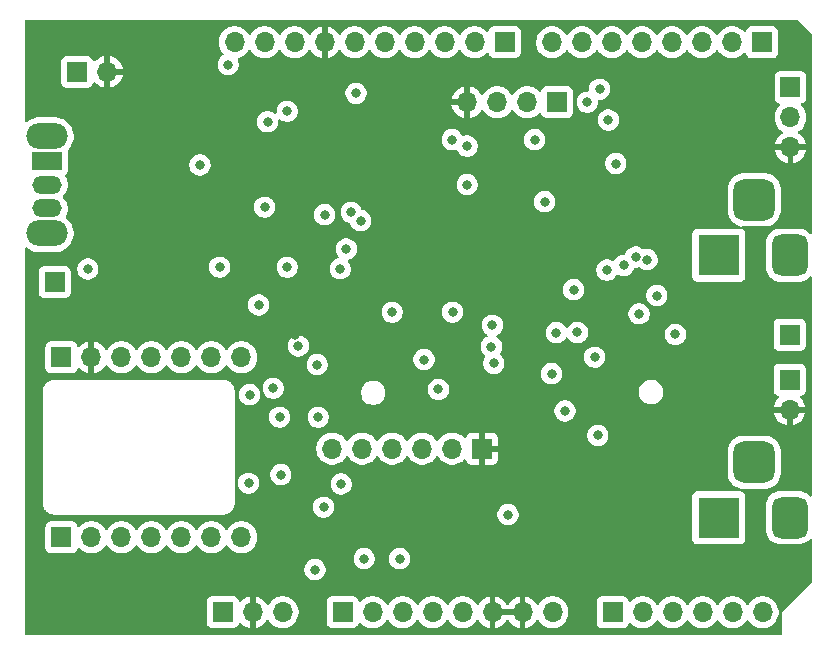
<source format=gbr>
%TF.GenerationSoftware,KiCad,Pcbnew,9.0.3*%
%TF.CreationDate,2025-08-02T21:51:47-05:00*%
%TF.ProjectId,DMM_KiCAD_V3_next KiCAD9,444d4d5f-4b69-4434-9144-5f56335f6e65,rev?*%
%TF.SameCoordinates,Original*%
%TF.FileFunction,Copper,L4,Bot*%
%TF.FilePolarity,Positive*%
%FSLAX46Y46*%
G04 Gerber Fmt 4.6, Leading zero omitted, Abs format (unit mm)*
G04 Created by KiCad (PCBNEW 9.0.3) date 2025-08-02 21:51:47*
%MOMM*%
%LPD*%
G01*
G04 APERTURE LIST*
G04 Aperture macros list*
%AMRoundRect*
0 Rectangle with rounded corners*
0 $1 Rounding radius*
0 $2 $3 $4 $5 $6 $7 $8 $9 X,Y pos of 4 corners*
0 Add a 4 corners polygon primitive as box body*
4,1,4,$2,$3,$4,$5,$6,$7,$8,$9,$2,$3,0*
0 Add four circle primitives for the rounded corners*
1,1,$1+$1,$2,$3*
1,1,$1+$1,$4,$5*
1,1,$1+$1,$6,$7*
1,1,$1+$1,$8,$9*
0 Add four rect primitives between the rounded corners*
20,1,$1+$1,$2,$3,$4,$5,0*
20,1,$1+$1,$4,$5,$6,$7,0*
20,1,$1+$1,$6,$7,$8,$9,0*
20,1,$1+$1,$8,$9,$2,$3,0*%
G04 Aperture macros list end*
%TA.AperFunction,ComponentPad*%
%ADD10R,3.500000X3.500000*%
%TD*%
%TA.AperFunction,ComponentPad*%
%ADD11RoundRect,0.750000X0.750000X1.000000X-0.750000X1.000000X-0.750000X-1.000000X0.750000X-1.000000X0*%
%TD*%
%TA.AperFunction,ComponentPad*%
%ADD12RoundRect,0.875000X0.875000X0.875000X-0.875000X0.875000X-0.875000X-0.875000X0.875000X-0.875000X0*%
%TD*%
%TA.AperFunction,ComponentPad*%
%ADD13O,3.500000X2.200000*%
%TD*%
%TA.AperFunction,ComponentPad*%
%ADD14R,2.500000X1.500000*%
%TD*%
%TA.AperFunction,ComponentPad*%
%ADD15O,2.500000X1.500000*%
%TD*%
%TA.AperFunction,ComponentPad*%
%ADD16R,1.700000X1.700000*%
%TD*%
%TA.AperFunction,ComponentPad*%
%ADD17O,1.700000X1.700000*%
%TD*%
%TA.AperFunction,ViaPad*%
%ADD18C,0.800000*%
%TD*%
G04 APERTURE END LIST*
D10*
%TO.P,J14,1*%
%TO.N,Resistor_Input*%
X138145000Y-68835000D03*
D11*
%TO.P,J14,2*%
%TO.N,Net-(F1-Pad1)*%
X144145000Y-68835000D03*
D12*
%TO.P,J14,3*%
%TO.N,N/C*%
X141145000Y-64135000D03*
%TD*%
D10*
%TO.P,J15,1*%
%TO.N,V_Input_Float*%
X138145000Y-91060000D03*
D11*
%TO.P,J15,2*%
%TO.N,V_Input_REF*%
X144145000Y-91060000D03*
D12*
%TO.P,J15,3*%
%TO.N,N/C*%
X141145000Y-86360000D03*
%TD*%
D13*
%TO.P,SW3,*%
%TO.N,*%
X81280000Y-58765000D03*
X81280000Y-66965000D03*
D14*
%TO.P,SW3,1,A*%
%TO.N,+BATT*%
X81280000Y-60865000D03*
D15*
%TO.P,SW3,2,B*%
%TO.N,XIAO Batt Pin*%
X81280000Y-62865000D03*
%TO.P,SW3,3,C*%
%TO.N,XIAO 5V*%
X81280000Y-64865000D03*
%TD*%
D16*
%TO.P,J16,1,Pin_1*%
%TO.N,/R into ADS*%
X144145000Y-75565000D03*
%TD*%
%TO.P,J8,1,Pin_1*%
%TO.N,unconnected-(J8-Pin_1-Pad1)*%
X120015000Y-50800000D03*
D17*
%TO.P,J8,2,Pin_2*%
%TO.N,unconnected-(J8-Pin_2-Pad2)*%
X117475000Y-50800000D03*
%TO.P,J8,3,Pin_3*%
%TO.N,CS*%
X114935000Y-50800000D03*
%TO.P,J8,4,Pin_4*%
%TO.N,MOSI*%
X112395000Y-50800000D03*
%TO.P,J8,5,Pin_5*%
%TO.N,MISO*%
X109855000Y-50800000D03*
%TO.P,J8,6,Pin_6*%
%TO.N,CLK*%
X107315000Y-50800000D03*
%TO.P,J8,7,Pin_7*%
%TO.N,GND*%
X104775000Y-50800000D03*
%TO.P,J8,8,Pin_8*%
%TO.N,unconnected-(J8-Pin_8-Pad8)*%
X102235000Y-50800000D03*
%TO.P,J8,9,Pin_9*%
%TO.N,SDA*%
X99695000Y-50800000D03*
%TO.P,J8,10,Pin_10*%
%TO.N,SCL*%
X97155000Y-50800000D03*
%TD*%
D16*
%TO.P,J10,1,Pin_1*%
%TO.N,A0{slash}D14*%
X129151624Y-99067665D03*
D17*
%TO.P,J10,2,Pin_2*%
%TO.N,A1{slash}D15*%
X131691624Y-99067665D03*
%TO.P,J10,3,Pin_3*%
%TO.N,A2{slash}D16*%
X134231624Y-99067665D03*
%TO.P,J10,4,Pin_4*%
%TO.N,A3{slash}D17*%
X136771624Y-99067665D03*
%TO.P,J10,5,Pin_5*%
%TO.N,unconnected-(J10-Pin_5-Pad5)*%
X139311624Y-99067665D03*
%TO.P,J10,6,Pin_6*%
%TO.N,unconnected-(J10-Pin_6-Pad6)*%
X141851624Y-99067665D03*
%TD*%
D16*
%TO.P,J11,1,Pin_1*%
%TO.N,VDD*%
X144215000Y-54625000D03*
D17*
%TO.P,J11,2,Pin_2*%
%TO.N,Net-(J11-Pin_2)*%
X144215000Y-57165000D03*
%TO.P,J11,3,Pin_3*%
%TO.N,GND*%
X144215000Y-59705000D03*
%TD*%
D16*
%TO.P,J12,1,Pin_1*%
%TO.N,A0{slash}D14*%
X144145000Y-79375000D03*
D17*
%TO.P,J12,2,Pin_2*%
%TO.N,GND*%
X144145000Y-81915000D03*
%TD*%
D16*
%TO.P,J17,1,Pin_1*%
%TO.N,XIAO Batt Pin*%
X81915000Y-71120000D03*
%TD*%
%TO.P,J6,1,Pin_1*%
%TO.N,unconnected-(J6-Pin_1-Pad1)*%
X106287792Y-99065110D03*
D17*
%TO.P,J6,2,Pin_2*%
%TO.N,unconnected-(J6-Pin_2-Pad2)*%
X108827792Y-99065110D03*
%TO.P,J6,3,Pin_3*%
%TO.N,unconnected-(J6-Pin_3-Pad3)*%
X111367792Y-99065110D03*
%TO.P,J6,4,Pin_4*%
%TO.N,+3V3*%
X113907792Y-99065110D03*
%TO.P,J6,5,Pin_5*%
%TO.N,/Uno5vPin*%
X116447792Y-99065110D03*
%TO.P,J6,6,Pin_6*%
%TO.N,GND*%
X118987792Y-99065110D03*
%TO.P,J6,7,Pin_7*%
X121527792Y-99065110D03*
%TO.P,J6,8,Pin_8*%
%TO.N,+VSW*%
X124067792Y-99065110D03*
%TD*%
D16*
%TO.P,J3,1,Pin_1*%
%TO.N,A0{slash}D14*%
X82487996Y-92719534D03*
D17*
%TO.P,J3,2,Pin_2*%
%TO.N,A1{slash}D15*%
X85027996Y-92719534D03*
%TO.P,J3,3,Pin_3*%
%TO.N,A2{slash}D16*%
X87567996Y-92719534D03*
%TO.P,J3,4,Pin_4*%
%TO.N,D3~*%
X90107996Y-92719534D03*
%TO.P,J3,5,Pin_5*%
%TO.N,SDA*%
X92647996Y-92719534D03*
%TO.P,J3,6,Pin_6*%
%TO.N,SCL*%
X95187996Y-92719534D03*
%TO.P,J3,7,Pin_7*%
%TO.N,D6~*%
X97727996Y-92719534D03*
%TD*%
D16*
%TO.P,J13,1,Pin_1*%
%TO.N,unconnected-(J13-Pin_1-Pad1)*%
X141809463Y-50808987D03*
D17*
%TO.P,J13,2,Pin_2*%
%TO.N,unconnected-(J13-Pin_2-Pad2)*%
X139269463Y-50808987D03*
%TO.P,J13,3,Pin_3*%
%TO.N,D9~*%
X136729463Y-50808987D03*
%TO.P,J13,4,Pin_4*%
%TO.N,D3~*%
X134189463Y-50808987D03*
%TO.P,J13,5,Pin_5*%
%TO.N,D10~*%
X131649463Y-50808987D03*
%TO.P,J13,6,Pin_6*%
%TO.N,D5~ (IR)*%
X129109463Y-50808987D03*
%TO.P,J13,7,Pin_7*%
%TO.N,D6~*%
X126569463Y-50808987D03*
%TO.P,J13,8,Pin_8*%
%TO.N,D7*%
X124029463Y-50808987D03*
%TD*%
D16*
%TO.P,J7,1,Pin_1*%
%TO.N,+BATT*%
X83820000Y-53315000D03*
D17*
%TO.P,J7,2,Pin_2*%
%TO.N,GND*%
X86360000Y-53315000D03*
%TD*%
D16*
%TO.P,J1,1,Pin_1*%
%TO.N,XIAO 5V*%
X82487996Y-77479534D03*
D17*
%TO.P,J1,2,Pin_2*%
%TO.N,GND*%
X85027996Y-77479534D03*
%TO.P,J1,3,Pin_3*%
%TO.N,+3V3*%
X87567996Y-77479534D03*
%TO.P,J1,4,Pin_4*%
%TO.N,D10~*%
X90107996Y-77479534D03*
%TO.P,J1,5,Pin_5*%
%TO.N,D9~*%
X92647996Y-77479534D03*
%TO.P,J1,6,Pin_6*%
%TO.N,D5~ (IR)*%
X95187996Y-77479534D03*
%TO.P,J1,7,Pin_7*%
%TO.N,D7*%
X97727996Y-77479534D03*
%TD*%
D16*
%TO.P,J9,1,Pin_1*%
%TO.N,SDA-5V*%
X124460000Y-55880000D03*
D17*
%TO.P,J9,2,Pin_2*%
%TO.N,SCL-5V*%
X121920000Y-55880000D03*
%TO.P,J9,3,Pin_3*%
%TO.N,VDD*%
X119380000Y-55880000D03*
%TO.P,J9,4,Pin_4*%
%TO.N,GND*%
X116840000Y-55880000D03*
%TD*%
D16*
%TO.P,J2,1,Pin_1*%
%TO.N,GND*%
X118110000Y-85217000D03*
D17*
%TO.P,J2,2,Pin_2*%
%TO.N,MISO*%
X115570000Y-85217000D03*
%TO.P,J2,3,Pin_3*%
%TO.N,CLK*%
X113030000Y-85217000D03*
%TO.P,J2,4,Pin_4*%
%TO.N,MOSI*%
X110490000Y-85217000D03*
%TO.P,J2,5,Pin_5*%
%TO.N,CS*%
X107950000Y-85217000D03*
%TO.P,J2,6,Pin_6*%
%TO.N,+3V3*%
X105410000Y-85217000D03*
%TD*%
D16*
%TO.P,J5,1,Pin_1*%
%TO.N,unconnected-(J5-Pin_1-Pad1)*%
X96143981Y-99063151D03*
D17*
%TO.P,J5,2,Pin_2*%
%TO.N,GND*%
X98683981Y-99063151D03*
%TO.P,J5,3,Pin_3*%
%TO.N,unconnected-(J5-Pin_3-Pad3)*%
X101223981Y-99063151D03*
%TD*%
D18*
%TO.N,D6~*%
X96610000Y-52705000D03*
%TO.N,D5~ (IR)*%
X123400000Y-64300000D03*
X128800000Y-57400000D03*
%TO.N,VDD*%
X125118500Y-82018500D03*
%TO.N,/Driver_U4_Out_A*%
X127900000Y-84100000D03*
X120300000Y-90800000D03*
%TO.N,SCL*%
X114400000Y-80200000D03*
%TO.N,+3V3*%
X119100000Y-78000000D03*
%TO.N,VDD*%
X115600000Y-73660000D03*
%TO.N,SDA-5V*%
X124400000Y-75400000D03*
%TO.N,SDA*%
X123982000Y-78870000D03*
%TO.N,SCL-5V*%
X113182000Y-77670000D03*
X118982000Y-74770000D03*
%TO.N,SDA*%
X118882000Y-76570000D03*
%TO.N,GND*%
X131200000Y-77300000D03*
%TO.N,ADS_ALERT*%
X132900000Y-72250000D03*
X131100000Y-69000000D03*
%TO.N,GND*%
X100330000Y-74930000D03*
X102260346Y-75561126D03*
%TO.N,+9V*%
X100965000Y-82550000D03*
X106178914Y-88200000D03*
%TO.N,D5~ (IR)*%
X102552500Y-76517500D03*
X104685000Y-90170000D03*
%TO.N,GND*%
X104775000Y-92710000D03*
%TO.N,+3V3*%
X108123001Y-94525001D03*
%TO.N,/Driver_U2_Out_B*%
X116840000Y-59600000D03*
X116840000Y-62865000D03*
%TO.N,+9V*%
X101600000Y-69850000D03*
X104775000Y-65405000D03*
%TO.N,D7*%
X115570000Y-59055000D03*
%TO.N,GND*%
X126365000Y-61595000D03*
%TO.N,D9~*%
X122555000Y-59055000D03*
%TO.N,GND*%
X106045000Y-59370000D03*
X125730000Y-93345000D03*
X91948000Y-65532000D03*
X90170000Y-59055000D03*
X125730000Y-73660000D03*
X126492000Y-84074000D03*
X98335000Y-66675000D03*
X109225000Y-72935000D03*
X128900000Y-76100000D03*
%TO.N,Resistor_Input*%
X125857000Y-71755000D03*
%TO.N,SDA*%
X104140000Y-78105000D03*
X101600000Y-56642000D03*
%TO.N,D6~*%
X95885000Y-69850000D03*
%TO.N,SCL*%
X101064554Y-87412054D03*
X104230000Y-82550000D03*
%TO.N,ADS_ALERT*%
X131400000Y-73800000D03*
%TO.N,D3~*%
X98335000Y-88138000D03*
X99937500Y-57542500D03*
%TO.N,VDD*%
X134463749Y-75547268D03*
X128660305Y-70100000D03*
X126174500Y-75374500D03*
X94210000Y-61190000D03*
X129425000Y-61075000D03*
X110490000Y-73660000D03*
X99183097Y-73056313D03*
%TO.N,D10~*%
X99695000Y-64770000D03*
X128059225Y-54780000D03*
%TO.N,D9~*%
X127000000Y-55880000D03*
X107430000Y-55130000D03*
%TO.N,A1{slash}D15*%
X103949500Y-95467000D03*
%TO.N,Net-(F1-Pad1)*%
X127635000Y-77470000D03*
%TO.N,+BATT*%
X111125000Y-94525000D03*
X98425000Y-80645000D03*
%TO.N,CS*%
X106092549Y-69985855D03*
%TO.N,MISO*%
X107827653Y-65917653D03*
%TO.N,+3V3*%
X100420000Y-80100000D03*
%TO.N,XIAO Batt Pin*%
X84725000Y-70000000D03*
%TO.N,MOSI*%
X106619176Y-68324023D03*
%TO.N,CLK*%
X107020653Y-65200653D03*
%TO.N,SDA-5V*%
X132080000Y-69215000D03*
%TO.N,SCL-5V*%
X130100000Y-69700000D03*
%TD*%
%TA.AperFunction,Conductor*%
%TO.N,GND*%
G36*
X121061867Y-98872117D02*
G01*
X121027792Y-98999284D01*
X121027792Y-99130936D01*
X121061867Y-99258103D01*
X121094780Y-99315110D01*
X119420804Y-99315110D01*
X119453717Y-99258103D01*
X119487792Y-99130936D01*
X119487792Y-98999284D01*
X119453717Y-98872117D01*
X119420804Y-98815110D01*
X121094780Y-98815110D01*
X121061867Y-98872117D01*
G37*
%TD.AperFunction*%
%TA.AperFunction,Conductor*%
G36*
X144795677Y-48914685D02*
G01*
X144816319Y-48931319D01*
X146013681Y-50128681D01*
X146047166Y-50190004D01*
X146050000Y-50216362D01*
X146050000Y-66922165D01*
X146030315Y-66989204D01*
X145977511Y-67034959D01*
X145908353Y-67044903D01*
X145844797Y-67015878D01*
X145838319Y-67009846D01*
X145699657Y-66871184D01*
X145699654Y-66871181D01*
X145699650Y-66871178D01*
X145699645Y-66871174D01*
X145514632Y-66742997D01*
X145514630Y-66742995D01*
X145514626Y-66742993D01*
X145480411Y-66727452D01*
X145309681Y-66649903D01*
X145309678Y-66649902D01*
X145091420Y-66594905D01*
X145091413Y-66594904D01*
X145040638Y-66590908D01*
X144959217Y-66584500D01*
X144959215Y-66584500D01*
X143330791Y-66584500D01*
X143330776Y-66584501D01*
X143198586Y-66594904D01*
X143198579Y-66594905D01*
X142980321Y-66649902D01*
X142980318Y-66649903D01*
X142775377Y-66742991D01*
X142775367Y-66742997D01*
X142590354Y-66871174D01*
X142590342Y-66871184D01*
X142431184Y-67030342D01*
X142431174Y-67030354D01*
X142302997Y-67215367D01*
X142302991Y-67215377D01*
X142209903Y-67420318D01*
X142209902Y-67420321D01*
X142154905Y-67638579D01*
X142154904Y-67638586D01*
X142144500Y-67770777D01*
X142144500Y-69899208D01*
X142144501Y-69899223D01*
X142154904Y-70031413D01*
X142154905Y-70031420D01*
X142209902Y-70249678D01*
X142209903Y-70249681D01*
X142302991Y-70454622D01*
X142302997Y-70454632D01*
X142431174Y-70639645D01*
X142431178Y-70639650D01*
X142431181Y-70639654D01*
X142590346Y-70798819D01*
X142590350Y-70798822D01*
X142590354Y-70798825D01*
X142716695Y-70886354D01*
X142775374Y-70927007D01*
X142980317Y-71020096D01*
X142980321Y-71020097D01*
X143198579Y-71075094D01*
X143198581Y-71075094D01*
X143198588Y-71075096D01*
X143330783Y-71085500D01*
X144959216Y-71085499D01*
X145091412Y-71075096D01*
X145309683Y-71020096D01*
X145514626Y-70927007D01*
X145699654Y-70798819D01*
X145838319Y-70660154D01*
X145899642Y-70626669D01*
X145969334Y-70631653D01*
X146025267Y-70673525D01*
X146049684Y-70738989D01*
X146050000Y-70747835D01*
X146050000Y-89147165D01*
X146030315Y-89214204D01*
X145977511Y-89259959D01*
X145908353Y-89269903D01*
X145844797Y-89240878D01*
X145838319Y-89234846D01*
X145699657Y-89096184D01*
X145699654Y-89096181D01*
X145699650Y-89096178D01*
X145699645Y-89096174D01*
X145514632Y-88967997D01*
X145514630Y-88967995D01*
X145514626Y-88967993D01*
X145480411Y-88952452D01*
X145309681Y-88874903D01*
X145309678Y-88874902D01*
X145091420Y-88819905D01*
X145091413Y-88819904D01*
X145040638Y-88815908D01*
X144959217Y-88809500D01*
X144959215Y-88809500D01*
X143330791Y-88809500D01*
X143330776Y-88809501D01*
X143198586Y-88819904D01*
X143198579Y-88819905D01*
X142980321Y-88874902D01*
X142980318Y-88874903D01*
X142775377Y-88967991D01*
X142775367Y-88967997D01*
X142590354Y-89096174D01*
X142590342Y-89096184D01*
X142431184Y-89255342D01*
X142431174Y-89255354D01*
X142302997Y-89440367D01*
X142302991Y-89440377D01*
X142209903Y-89645318D01*
X142209902Y-89645321D01*
X142154905Y-89863579D01*
X142154904Y-89863586D01*
X142144500Y-89995777D01*
X142144500Y-92124208D01*
X142144501Y-92124223D01*
X142154904Y-92256413D01*
X142154905Y-92256420D01*
X142209902Y-92474678D01*
X142209903Y-92474681D01*
X142302991Y-92679622D01*
X142302997Y-92679632D01*
X142431174Y-92864645D01*
X142431178Y-92864650D01*
X142431181Y-92864654D01*
X142590346Y-93023819D01*
X142590350Y-93023822D01*
X142590354Y-93023825D01*
X142631506Y-93052335D01*
X142775374Y-93152007D01*
X142980317Y-93245096D01*
X142980321Y-93245097D01*
X143198579Y-93300094D01*
X143198581Y-93300094D01*
X143198588Y-93300096D01*
X143330783Y-93310500D01*
X144959216Y-93310499D01*
X145091412Y-93300096D01*
X145309683Y-93245096D01*
X145514626Y-93152007D01*
X145699654Y-93023819D01*
X145838319Y-92885154D01*
X145899642Y-92851669D01*
X145969334Y-92856653D01*
X146025267Y-92898525D01*
X146049684Y-92963989D01*
X146050000Y-92972835D01*
X146050000Y-96468638D01*
X146030315Y-96535677D01*
X146013681Y-96556319D01*
X143510000Y-99059999D01*
X143510000Y-100841000D01*
X143490315Y-100908039D01*
X143437511Y-100953794D01*
X143386000Y-100965000D01*
X113030000Y-100965000D01*
X79499000Y-100965000D01*
X79431961Y-100945315D01*
X79386206Y-100892511D01*
X79375000Y-100841000D01*
X79375000Y-98165286D01*
X94793481Y-98165286D01*
X94793481Y-99961021D01*
X94793482Y-99961027D01*
X94799889Y-100020634D01*
X94850183Y-100155479D01*
X94850187Y-100155486D01*
X94936433Y-100270695D01*
X94936436Y-100270698D01*
X95051645Y-100356944D01*
X95051652Y-100356948D01*
X95186498Y-100407242D01*
X95186497Y-100407242D01*
X95193425Y-100407986D01*
X95246108Y-100413651D01*
X97041853Y-100413650D01*
X97101464Y-100407242D01*
X97236312Y-100356947D01*
X97351527Y-100270697D01*
X97437777Y-100155482D01*
X97486983Y-100023552D01*
X97528853Y-99967619D01*
X97594318Y-99943201D01*
X97662591Y-99958052D01*
X97690846Y-99979204D01*
X97804516Y-100092874D01*
X97804521Y-100092878D01*
X97976423Y-100217771D01*
X98165763Y-100314246D01*
X98367852Y-100379908D01*
X98433981Y-100390382D01*
X98433981Y-99496163D01*
X98490988Y-99529076D01*
X98618155Y-99563151D01*
X98749807Y-99563151D01*
X98876974Y-99529076D01*
X98933981Y-99496163D01*
X98933981Y-100390381D01*
X99000107Y-100379908D01*
X99000110Y-100379908D01*
X99202198Y-100314246D01*
X99391538Y-100217771D01*
X99563440Y-100092878D01*
X99563445Y-100092874D01*
X99713704Y-99942615D01*
X99713708Y-99942610D01*
X99838601Y-99770709D01*
X99843213Y-99761658D01*
X99891186Y-99710860D01*
X99959006Y-99694063D01*
X100025142Y-99716598D01*
X100064185Y-99761655D01*
X100068930Y-99770968D01*
X100193871Y-99942937D01*
X100344194Y-100093260D01*
X100516160Y-100218199D01*
X100516162Y-100218200D01*
X100516165Y-100218202D01*
X100705569Y-100314708D01*
X100907738Y-100380397D01*
X101117694Y-100413651D01*
X101117695Y-100413651D01*
X101330267Y-100413651D01*
X101330268Y-100413651D01*
X101540224Y-100380397D01*
X101742393Y-100314708D01*
X101931797Y-100218202D01*
X102011906Y-100160000D01*
X102103767Y-100093260D01*
X102103769Y-100093257D01*
X102103773Y-100093255D01*
X102254085Y-99942943D01*
X102254087Y-99942939D01*
X102254090Y-99942937D01*
X102363067Y-99792940D01*
X102379032Y-99770967D01*
X102475538Y-99581563D01*
X102541227Y-99379394D01*
X102574481Y-99169438D01*
X102574481Y-98956864D01*
X102541227Y-98746908D01*
X102475538Y-98544739D01*
X102379032Y-98355335D01*
X102292913Y-98236801D01*
X102292912Y-98236798D01*
X102254090Y-98183365D01*
X102254086Y-98183360D01*
X102237971Y-98167245D01*
X104937292Y-98167245D01*
X104937292Y-99962980D01*
X104937293Y-99962986D01*
X104943700Y-100022593D01*
X104993994Y-100157438D01*
X104993998Y-100157445D01*
X105080244Y-100272654D01*
X105080247Y-100272657D01*
X105195456Y-100358903D01*
X105195463Y-100358907D01*
X105330309Y-100409201D01*
X105330308Y-100409201D01*
X105337236Y-100409945D01*
X105389919Y-100415610D01*
X107185664Y-100415609D01*
X107245275Y-100409201D01*
X107380123Y-100358906D01*
X107495338Y-100272656D01*
X107581588Y-100157441D01*
X107630602Y-100026026D01*
X107672473Y-99970094D01*
X107737937Y-99945676D01*
X107806210Y-99960527D01*
X107834465Y-99981679D01*
X107948005Y-100095219D01*
X108119971Y-100220158D01*
X108119973Y-100220159D01*
X108119976Y-100220161D01*
X108309380Y-100316667D01*
X108511549Y-100382356D01*
X108721505Y-100415610D01*
X108721506Y-100415610D01*
X108934078Y-100415610D01*
X108934079Y-100415610D01*
X109144035Y-100382356D01*
X109346204Y-100316667D01*
X109535608Y-100220161D01*
X109621930Y-100157445D01*
X109707578Y-100095219D01*
X109707580Y-100095216D01*
X109707584Y-100095214D01*
X109857896Y-99944902D01*
X109857898Y-99944898D01*
X109857901Y-99944896D01*
X109982840Y-99772930D01*
X109982839Y-99772930D01*
X109982843Y-99772926D01*
X109987306Y-99764164D01*
X110035280Y-99713369D01*
X110103100Y-99696573D01*
X110169236Y-99719109D01*
X110208276Y-99764164D01*
X110211611Y-99770709D01*
X110212743Y-99772930D01*
X110337682Y-99944896D01*
X110488005Y-100095219D01*
X110659971Y-100220158D01*
X110659973Y-100220159D01*
X110659976Y-100220161D01*
X110849380Y-100316667D01*
X111051549Y-100382356D01*
X111261505Y-100415610D01*
X111261506Y-100415610D01*
X111474078Y-100415610D01*
X111474079Y-100415610D01*
X111684035Y-100382356D01*
X111886204Y-100316667D01*
X112075608Y-100220161D01*
X112161930Y-100157445D01*
X112247578Y-100095219D01*
X112247580Y-100095216D01*
X112247584Y-100095214D01*
X112397896Y-99944902D01*
X112397898Y-99944898D01*
X112397901Y-99944896D01*
X112522840Y-99772930D01*
X112522839Y-99772930D01*
X112522843Y-99772926D01*
X112527306Y-99764164D01*
X112575280Y-99713369D01*
X112643100Y-99696573D01*
X112709236Y-99719109D01*
X112748276Y-99764164D01*
X112751611Y-99770709D01*
X112752743Y-99772930D01*
X112877682Y-99944896D01*
X113028005Y-100095219D01*
X113199971Y-100220158D01*
X113199973Y-100220159D01*
X113199976Y-100220161D01*
X113389380Y-100316667D01*
X113591549Y-100382356D01*
X113801505Y-100415610D01*
X113801506Y-100415610D01*
X114014078Y-100415610D01*
X114014079Y-100415610D01*
X114224035Y-100382356D01*
X114426204Y-100316667D01*
X114615608Y-100220161D01*
X114701930Y-100157445D01*
X114787578Y-100095219D01*
X114787580Y-100095216D01*
X114787584Y-100095214D01*
X114937896Y-99944902D01*
X114937898Y-99944898D01*
X114937901Y-99944896D01*
X115062840Y-99772930D01*
X115062839Y-99772930D01*
X115062843Y-99772926D01*
X115067306Y-99764164D01*
X115115280Y-99713369D01*
X115183100Y-99696573D01*
X115249236Y-99719109D01*
X115288276Y-99764164D01*
X115291611Y-99770709D01*
X115292743Y-99772930D01*
X115417682Y-99944896D01*
X115568005Y-100095219D01*
X115739971Y-100220158D01*
X115739973Y-100220159D01*
X115739976Y-100220161D01*
X115929380Y-100316667D01*
X116131549Y-100382356D01*
X116341505Y-100415610D01*
X116341506Y-100415610D01*
X116554078Y-100415610D01*
X116554079Y-100415610D01*
X116764035Y-100382356D01*
X116966204Y-100316667D01*
X117155608Y-100220161D01*
X117241930Y-100157445D01*
X117327578Y-100095219D01*
X117327580Y-100095216D01*
X117327584Y-100095214D01*
X117477896Y-99944902D01*
X117477898Y-99944898D01*
X117477901Y-99944896D01*
X117545307Y-99852117D01*
X117602843Y-99772926D01*
X117607585Y-99763618D01*
X117655555Y-99712821D01*
X117723375Y-99696021D01*
X117789511Y-99718555D01*
X117828555Y-99763610D01*
X117833169Y-99772665D01*
X117958064Y-99944569D01*
X117958068Y-99944574D01*
X118108327Y-100094833D01*
X118108332Y-100094837D01*
X118280234Y-100219730D01*
X118469574Y-100316205D01*
X118671663Y-100381867D01*
X118737792Y-100392341D01*
X118737792Y-99498122D01*
X118794799Y-99531035D01*
X118921966Y-99565110D01*
X119053618Y-99565110D01*
X119180785Y-99531035D01*
X119237792Y-99498122D01*
X119237792Y-100392340D01*
X119303918Y-100381867D01*
X119303921Y-100381867D01*
X119506009Y-100316205D01*
X119695349Y-100219730D01*
X119867251Y-100094837D01*
X119867256Y-100094833D01*
X120017515Y-99944574D01*
X120017519Y-99944569D01*
X120142412Y-99772668D01*
X120147306Y-99763064D01*
X120195280Y-99712267D01*
X120263100Y-99695471D01*
X120329236Y-99718007D01*
X120368278Y-99763064D01*
X120373171Y-99772668D01*
X120498064Y-99944569D01*
X120498068Y-99944574D01*
X120648327Y-100094833D01*
X120648332Y-100094837D01*
X120820234Y-100219730D01*
X121009574Y-100316205D01*
X121211663Y-100381867D01*
X121277792Y-100392341D01*
X121277792Y-99498122D01*
X121334799Y-99531035D01*
X121461966Y-99565110D01*
X121593618Y-99565110D01*
X121720785Y-99531035D01*
X121777792Y-99498122D01*
X121777792Y-100392340D01*
X121843918Y-100381867D01*
X121843921Y-100381867D01*
X122046009Y-100316205D01*
X122235349Y-100219730D01*
X122407251Y-100094837D01*
X122407256Y-100094833D01*
X122557515Y-99944574D01*
X122557519Y-99944569D01*
X122682412Y-99772668D01*
X122687024Y-99763617D01*
X122734997Y-99712819D01*
X122802817Y-99696022D01*
X122868953Y-99718557D01*
X122907996Y-99763614D01*
X122912741Y-99772927D01*
X123037682Y-99944896D01*
X123188005Y-100095219D01*
X123359971Y-100220158D01*
X123359973Y-100220159D01*
X123359976Y-100220161D01*
X123549380Y-100316667D01*
X123751549Y-100382356D01*
X123961505Y-100415610D01*
X123961506Y-100415610D01*
X124174078Y-100415610D01*
X124174079Y-100415610D01*
X124384035Y-100382356D01*
X124586204Y-100316667D01*
X124775608Y-100220161D01*
X124861930Y-100157445D01*
X124947578Y-100095219D01*
X124947580Y-100095216D01*
X124947584Y-100095214D01*
X125097896Y-99944902D01*
X125097898Y-99944898D01*
X125097901Y-99944896D01*
X125222840Y-99772930D01*
X125222839Y-99772930D01*
X125222843Y-99772926D01*
X125319349Y-99583522D01*
X125385038Y-99381353D01*
X125418292Y-99171397D01*
X125418292Y-98958823D01*
X125385038Y-98748867D01*
X125319349Y-98546698D01*
X125222843Y-98357294D01*
X125137157Y-98239356D01*
X125137156Y-98239353D01*
X125097901Y-98185324D01*
X125097897Y-98185319D01*
X125082378Y-98169800D01*
X127801124Y-98169800D01*
X127801124Y-99965535D01*
X127801125Y-99965541D01*
X127807532Y-100025148D01*
X127857826Y-100159993D01*
X127857830Y-100160000D01*
X127944076Y-100275209D01*
X127944079Y-100275212D01*
X128059288Y-100361458D01*
X128059295Y-100361462D01*
X128194141Y-100411756D01*
X128194140Y-100411756D01*
X128201068Y-100412500D01*
X128253751Y-100418165D01*
X130049496Y-100418164D01*
X130109107Y-100411756D01*
X130243955Y-100361461D01*
X130359170Y-100275211D01*
X130445420Y-100159996D01*
X130494434Y-100028581D01*
X130536305Y-99972649D01*
X130601769Y-99948231D01*
X130670042Y-99963082D01*
X130698297Y-99984234D01*
X130811837Y-100097774D01*
X130983803Y-100222713D01*
X130983805Y-100222714D01*
X130983808Y-100222716D01*
X131173212Y-100319222D01*
X131375381Y-100384911D01*
X131585337Y-100418165D01*
X131585338Y-100418165D01*
X131797910Y-100418165D01*
X131797911Y-100418165D01*
X132007867Y-100384911D01*
X132210036Y-100319222D01*
X132399440Y-100222716D01*
X132485762Y-100160000D01*
X132571410Y-100097774D01*
X132571412Y-100097771D01*
X132571416Y-100097769D01*
X132721728Y-99947457D01*
X132721730Y-99947453D01*
X132721733Y-99947451D01*
X132846672Y-99775485D01*
X132846671Y-99775485D01*
X132846675Y-99775481D01*
X132851138Y-99766719D01*
X132899112Y-99715924D01*
X132966932Y-99699128D01*
X133033068Y-99721664D01*
X133072110Y-99766721D01*
X133076575Y-99775485D01*
X133201514Y-99947451D01*
X133351837Y-100097774D01*
X133523803Y-100222713D01*
X133523805Y-100222714D01*
X133523808Y-100222716D01*
X133713212Y-100319222D01*
X133915381Y-100384911D01*
X134125337Y-100418165D01*
X134125338Y-100418165D01*
X134337910Y-100418165D01*
X134337911Y-100418165D01*
X134547867Y-100384911D01*
X134750036Y-100319222D01*
X134939440Y-100222716D01*
X135025762Y-100160000D01*
X135111410Y-100097774D01*
X135111412Y-100097771D01*
X135111416Y-100097769D01*
X135261728Y-99947457D01*
X135261730Y-99947453D01*
X135261733Y-99947451D01*
X135386672Y-99775485D01*
X135386671Y-99775485D01*
X135386675Y-99775481D01*
X135391138Y-99766719D01*
X135439112Y-99715924D01*
X135506932Y-99699128D01*
X135573068Y-99721664D01*
X135612110Y-99766721D01*
X135616575Y-99775485D01*
X135741514Y-99947451D01*
X135891837Y-100097774D01*
X136063803Y-100222713D01*
X136063805Y-100222714D01*
X136063808Y-100222716D01*
X136253212Y-100319222D01*
X136455381Y-100384911D01*
X136665337Y-100418165D01*
X136665338Y-100418165D01*
X136877910Y-100418165D01*
X136877911Y-100418165D01*
X137087867Y-100384911D01*
X137290036Y-100319222D01*
X137479440Y-100222716D01*
X137565762Y-100160000D01*
X137651410Y-100097774D01*
X137651412Y-100097771D01*
X137651416Y-100097769D01*
X137801728Y-99947457D01*
X137801730Y-99947453D01*
X137801733Y-99947451D01*
X137926672Y-99775485D01*
X137926671Y-99775485D01*
X137926675Y-99775481D01*
X137931138Y-99766719D01*
X137979112Y-99715924D01*
X138046932Y-99699128D01*
X138113068Y-99721664D01*
X138152110Y-99766721D01*
X138156575Y-99775485D01*
X138281514Y-99947451D01*
X138431837Y-100097774D01*
X138603803Y-100222713D01*
X138603805Y-100222714D01*
X138603808Y-100222716D01*
X138793212Y-100319222D01*
X138995381Y-100384911D01*
X139205337Y-100418165D01*
X139205338Y-100418165D01*
X139417910Y-100418165D01*
X139417911Y-100418165D01*
X139627867Y-100384911D01*
X139830036Y-100319222D01*
X140019440Y-100222716D01*
X140105762Y-100160000D01*
X140191410Y-100097774D01*
X140191412Y-100097771D01*
X140191416Y-100097769D01*
X140341728Y-99947457D01*
X140341730Y-99947453D01*
X140341733Y-99947451D01*
X140466672Y-99775485D01*
X140466671Y-99775485D01*
X140466675Y-99775481D01*
X140471138Y-99766719D01*
X140519112Y-99715924D01*
X140586932Y-99699128D01*
X140653068Y-99721664D01*
X140692110Y-99766721D01*
X140696575Y-99775485D01*
X140821514Y-99947451D01*
X140971837Y-100097774D01*
X141143803Y-100222713D01*
X141143805Y-100222714D01*
X141143808Y-100222716D01*
X141333212Y-100319222D01*
X141535381Y-100384911D01*
X141745337Y-100418165D01*
X141745338Y-100418165D01*
X141957910Y-100418165D01*
X141957911Y-100418165D01*
X142167867Y-100384911D01*
X142370036Y-100319222D01*
X142559440Y-100222716D01*
X142645762Y-100160000D01*
X142731410Y-100097774D01*
X142731412Y-100097771D01*
X142731416Y-100097769D01*
X142881728Y-99947457D01*
X142881730Y-99947453D01*
X142881733Y-99947451D01*
X143006672Y-99775485D01*
X143006671Y-99775485D01*
X143006675Y-99775481D01*
X143103181Y-99586077D01*
X143168870Y-99383908D01*
X143202124Y-99173952D01*
X143202124Y-98961378D01*
X143168870Y-98751422D01*
X143103181Y-98549253D01*
X143006675Y-98359849D01*
X143006673Y-98359846D01*
X143006672Y-98359844D01*
X142881733Y-98187878D01*
X142731410Y-98037555D01*
X142559444Y-97912616D01*
X142370038Y-97816109D01*
X142370037Y-97816108D01*
X142370036Y-97816108D01*
X142167867Y-97750419D01*
X142167865Y-97750418D01*
X142167864Y-97750418D01*
X142006581Y-97724873D01*
X141957911Y-97717165D01*
X141745337Y-97717165D01*
X141696666Y-97724873D01*
X141535384Y-97750418D01*
X141434296Y-97783263D01*
X141341076Y-97813553D01*
X141333209Y-97816109D01*
X141143803Y-97912616D01*
X140971837Y-98037555D01*
X140821514Y-98187878D01*
X140696573Y-98359847D01*
X140692108Y-98368611D01*
X140644133Y-98419407D01*
X140576312Y-98436201D01*
X140510177Y-98413663D01*
X140471140Y-98368611D01*
X140466674Y-98359847D01*
X140341733Y-98187878D01*
X140191410Y-98037555D01*
X140019444Y-97912616D01*
X139830038Y-97816109D01*
X139830037Y-97816108D01*
X139830036Y-97816108D01*
X139627867Y-97750419D01*
X139627865Y-97750418D01*
X139627864Y-97750418D01*
X139466581Y-97724873D01*
X139417911Y-97717165D01*
X139205337Y-97717165D01*
X139156666Y-97724873D01*
X138995384Y-97750418D01*
X138894296Y-97783263D01*
X138801076Y-97813553D01*
X138793209Y-97816109D01*
X138603803Y-97912616D01*
X138431837Y-98037555D01*
X138281514Y-98187878D01*
X138156573Y-98359847D01*
X138152108Y-98368611D01*
X138104133Y-98419407D01*
X138036312Y-98436201D01*
X137970177Y-98413663D01*
X137931140Y-98368611D01*
X137926674Y-98359847D01*
X137801733Y-98187878D01*
X137651410Y-98037555D01*
X137479444Y-97912616D01*
X137290038Y-97816109D01*
X137290037Y-97816108D01*
X137290036Y-97816108D01*
X137087867Y-97750419D01*
X137087865Y-97750418D01*
X137087864Y-97750418D01*
X136926581Y-97724873D01*
X136877911Y-97717165D01*
X136665337Y-97717165D01*
X136616666Y-97724873D01*
X136455384Y-97750418D01*
X136354296Y-97783263D01*
X136261076Y-97813553D01*
X136253209Y-97816109D01*
X136063803Y-97912616D01*
X135891837Y-98037555D01*
X135741514Y-98187878D01*
X135616573Y-98359847D01*
X135612108Y-98368611D01*
X135564133Y-98419407D01*
X135496312Y-98436201D01*
X135430177Y-98413663D01*
X135391140Y-98368611D01*
X135386674Y-98359847D01*
X135261733Y-98187878D01*
X135111410Y-98037555D01*
X134939444Y-97912616D01*
X134750038Y-97816109D01*
X134750037Y-97816108D01*
X134750036Y-97816108D01*
X134547867Y-97750419D01*
X134547865Y-97750418D01*
X134547864Y-97750418D01*
X134386581Y-97724873D01*
X134337911Y-97717165D01*
X134125337Y-97717165D01*
X134076666Y-97724873D01*
X133915384Y-97750418D01*
X133814296Y-97783263D01*
X133721076Y-97813553D01*
X133713209Y-97816109D01*
X133523803Y-97912616D01*
X133351837Y-98037555D01*
X133201514Y-98187878D01*
X133076573Y-98359847D01*
X133072108Y-98368611D01*
X133024133Y-98419407D01*
X132956312Y-98436201D01*
X132890177Y-98413663D01*
X132851140Y-98368611D01*
X132846674Y-98359847D01*
X132721733Y-98187878D01*
X132571410Y-98037555D01*
X132399444Y-97912616D01*
X132210038Y-97816109D01*
X132210037Y-97816108D01*
X132210036Y-97816108D01*
X132007867Y-97750419D01*
X132007865Y-97750418D01*
X132007864Y-97750418D01*
X131846581Y-97724873D01*
X131797911Y-97717165D01*
X131585337Y-97717165D01*
X131536666Y-97724873D01*
X131375384Y-97750418D01*
X131274296Y-97783263D01*
X131181076Y-97813553D01*
X131173209Y-97816109D01*
X130983803Y-97912616D01*
X130811839Y-98037554D01*
X130698297Y-98151096D01*
X130636974Y-98184580D01*
X130567282Y-98179596D01*
X130511349Y-98137724D01*
X130494434Y-98106747D01*
X130445421Y-97975336D01*
X130445417Y-97975329D01*
X130359171Y-97860120D01*
X130359168Y-97860117D01*
X130243959Y-97773871D01*
X130243952Y-97773867D01*
X130109106Y-97723573D01*
X130109107Y-97723573D01*
X130049507Y-97717166D01*
X130049505Y-97717165D01*
X130049497Y-97717165D01*
X130049488Y-97717165D01*
X128253753Y-97717165D01*
X128253747Y-97717166D01*
X128194140Y-97723573D01*
X128059295Y-97773867D01*
X128059288Y-97773871D01*
X127944079Y-97860117D01*
X127944076Y-97860120D01*
X127857830Y-97975329D01*
X127857826Y-97975336D01*
X127807532Y-98110182D01*
X127801125Y-98169781D01*
X127801124Y-98169800D01*
X125082378Y-98169800D01*
X124947578Y-98035000D01*
X124775612Y-97910061D01*
X124586206Y-97813554D01*
X124586205Y-97813553D01*
X124586204Y-97813553D01*
X124384035Y-97747864D01*
X124384033Y-97747863D01*
X124384032Y-97747863D01*
X124222749Y-97722318D01*
X124174079Y-97714610D01*
X123961505Y-97714610D01*
X123912834Y-97722318D01*
X123751552Y-97747863D01*
X123549377Y-97813554D01*
X123359971Y-97910061D01*
X123188005Y-98035000D01*
X123037682Y-98185323D01*
X122912741Y-98357292D01*
X122907994Y-98366609D01*
X122860019Y-98417403D01*
X122792197Y-98434197D01*
X122726063Y-98411658D01*
X122687026Y-98366605D01*
X122682414Y-98357554D01*
X122557519Y-98185650D01*
X122557515Y-98185645D01*
X122407256Y-98035386D01*
X122407251Y-98035382D01*
X122235349Y-97910489D01*
X122046007Y-97814013D01*
X121843916Y-97748351D01*
X121777792Y-97737878D01*
X121777792Y-98632098D01*
X121720785Y-98599185D01*
X121593618Y-98565110D01*
X121461966Y-98565110D01*
X121334799Y-98599185D01*
X121277792Y-98632098D01*
X121277792Y-97737878D01*
X121277791Y-97737878D01*
X121211667Y-97748351D01*
X121009576Y-97814013D01*
X120820234Y-97910489D01*
X120648332Y-98035382D01*
X120648327Y-98035386D01*
X120498068Y-98185645D01*
X120498064Y-98185650D01*
X120373169Y-98357554D01*
X120368276Y-98367158D01*
X120320301Y-98417954D01*
X120252480Y-98434748D01*
X120186345Y-98412210D01*
X120147308Y-98367158D01*
X120142414Y-98357554D01*
X120017519Y-98185650D01*
X120017515Y-98185645D01*
X119867256Y-98035386D01*
X119867251Y-98035382D01*
X119695349Y-97910489D01*
X119506007Y-97814013D01*
X119303916Y-97748351D01*
X119237792Y-97737878D01*
X119237792Y-98632098D01*
X119180785Y-98599185D01*
X119053618Y-98565110D01*
X118921966Y-98565110D01*
X118794799Y-98599185D01*
X118737792Y-98632098D01*
X118737792Y-97737878D01*
X118737791Y-97737878D01*
X118671667Y-97748351D01*
X118469576Y-97814013D01*
X118280234Y-97910489D01*
X118108332Y-98035382D01*
X118108327Y-98035386D01*
X117958068Y-98185645D01*
X117958064Y-98185650D01*
X117833170Y-98357553D01*
X117828554Y-98366612D01*
X117780576Y-98417405D01*
X117712755Y-98434197D01*
X117646621Y-98411656D01*
X117607586Y-98366603D01*
X117602843Y-98357294D01*
X117602841Y-98357291D01*
X117602840Y-98357289D01*
X117477901Y-98185323D01*
X117327578Y-98035000D01*
X117155612Y-97910061D01*
X116966206Y-97813554D01*
X116966205Y-97813553D01*
X116966204Y-97813553D01*
X116764035Y-97747864D01*
X116764033Y-97747863D01*
X116764032Y-97747863D01*
X116602749Y-97722318D01*
X116554079Y-97714610D01*
X116341505Y-97714610D01*
X116292834Y-97722318D01*
X116131552Y-97747863D01*
X115929377Y-97813554D01*
X115739971Y-97910061D01*
X115568005Y-98035000D01*
X115417682Y-98185323D01*
X115292741Y-98357292D01*
X115288276Y-98366056D01*
X115240301Y-98416852D01*
X115172480Y-98433646D01*
X115106345Y-98411108D01*
X115067308Y-98366056D01*
X115062842Y-98357292D01*
X114937901Y-98185323D01*
X114787578Y-98035000D01*
X114615612Y-97910061D01*
X114426206Y-97813554D01*
X114426205Y-97813553D01*
X114426204Y-97813553D01*
X114224035Y-97747864D01*
X114224033Y-97747863D01*
X114224032Y-97747863D01*
X114062749Y-97722318D01*
X114014079Y-97714610D01*
X113801505Y-97714610D01*
X113752834Y-97722318D01*
X113591552Y-97747863D01*
X113389377Y-97813554D01*
X113199971Y-97910061D01*
X113028005Y-98035000D01*
X112877682Y-98185323D01*
X112752741Y-98357292D01*
X112748276Y-98366056D01*
X112700301Y-98416852D01*
X112632480Y-98433646D01*
X112566345Y-98411108D01*
X112527308Y-98366056D01*
X112522842Y-98357292D01*
X112397901Y-98185323D01*
X112247578Y-98035000D01*
X112075612Y-97910061D01*
X111886206Y-97813554D01*
X111886205Y-97813553D01*
X111886204Y-97813553D01*
X111684035Y-97747864D01*
X111684033Y-97747863D01*
X111684032Y-97747863D01*
X111522749Y-97722318D01*
X111474079Y-97714610D01*
X111261505Y-97714610D01*
X111212834Y-97722318D01*
X111051552Y-97747863D01*
X110849377Y-97813554D01*
X110659971Y-97910061D01*
X110488005Y-98035000D01*
X110337682Y-98185323D01*
X110212741Y-98357292D01*
X110208276Y-98366056D01*
X110160301Y-98416852D01*
X110092480Y-98433646D01*
X110026345Y-98411108D01*
X109987308Y-98366056D01*
X109982842Y-98357292D01*
X109857901Y-98185323D01*
X109707578Y-98035000D01*
X109535612Y-97910061D01*
X109346206Y-97813554D01*
X109346205Y-97813553D01*
X109346204Y-97813553D01*
X109144035Y-97747864D01*
X109144033Y-97747863D01*
X109144032Y-97747863D01*
X108982749Y-97722318D01*
X108934079Y-97714610D01*
X108721505Y-97714610D01*
X108672834Y-97722318D01*
X108511552Y-97747863D01*
X108309377Y-97813554D01*
X108119971Y-97910061D01*
X107948007Y-98034999D01*
X107834465Y-98148541D01*
X107773142Y-98182025D01*
X107703450Y-98177041D01*
X107647517Y-98135169D01*
X107630602Y-98104192D01*
X107581589Y-97972781D01*
X107581585Y-97972774D01*
X107495339Y-97857565D01*
X107495336Y-97857562D01*
X107380127Y-97771316D01*
X107380120Y-97771312D01*
X107245274Y-97721018D01*
X107245275Y-97721018D01*
X107185675Y-97714611D01*
X107185673Y-97714610D01*
X107185665Y-97714610D01*
X107185656Y-97714610D01*
X105389921Y-97714610D01*
X105389915Y-97714611D01*
X105330308Y-97721018D01*
X105195463Y-97771312D01*
X105195456Y-97771316D01*
X105080247Y-97857562D01*
X105080244Y-97857565D01*
X104993998Y-97972774D01*
X104993994Y-97972781D01*
X104943700Y-98107627D01*
X104937293Y-98167226D01*
X104937292Y-98167245D01*
X102237971Y-98167245D01*
X102103767Y-98033041D01*
X101931801Y-97908102D01*
X101742395Y-97811595D01*
X101742394Y-97811594D01*
X101742393Y-97811594D01*
X101540224Y-97745905D01*
X101540222Y-97745904D01*
X101540221Y-97745904D01*
X101378938Y-97720359D01*
X101330268Y-97712651D01*
X101117694Y-97712651D01*
X101069023Y-97720359D01*
X100907741Y-97745904D01*
X100705566Y-97811595D01*
X100516160Y-97908102D01*
X100344194Y-98033041D01*
X100193871Y-98183364D01*
X100068930Y-98355333D01*
X100064183Y-98364650D01*
X100016208Y-98415444D01*
X99948386Y-98432238D01*
X99882252Y-98409699D01*
X99843215Y-98364646D01*
X99838603Y-98355595D01*
X99713708Y-98183691D01*
X99713704Y-98183686D01*
X99563445Y-98033427D01*
X99563440Y-98033423D01*
X99391538Y-97908530D01*
X99202196Y-97812054D01*
X99000105Y-97746392D01*
X98933981Y-97735919D01*
X98933981Y-98630139D01*
X98876974Y-98597226D01*
X98749807Y-98563151D01*
X98618155Y-98563151D01*
X98490988Y-98597226D01*
X98433981Y-98630139D01*
X98433981Y-97735919D01*
X98433980Y-97735919D01*
X98367856Y-97746392D01*
X98165765Y-97812054D01*
X97976423Y-97908530D01*
X97804522Y-98033422D01*
X97690846Y-98147098D01*
X97629523Y-98180582D01*
X97559831Y-98175598D01*
X97503898Y-98133726D01*
X97486983Y-98102749D01*
X97437778Y-97970822D01*
X97437774Y-97970815D01*
X97351528Y-97855606D01*
X97351525Y-97855603D01*
X97236316Y-97769357D01*
X97236309Y-97769353D01*
X97101463Y-97719059D01*
X97101464Y-97719059D01*
X97041864Y-97712652D01*
X97041862Y-97712651D01*
X97041854Y-97712651D01*
X97041845Y-97712651D01*
X95246110Y-97712651D01*
X95246104Y-97712652D01*
X95186497Y-97719059D01*
X95051652Y-97769353D01*
X95051645Y-97769357D01*
X94936436Y-97855603D01*
X94936433Y-97855606D01*
X94850187Y-97970815D01*
X94850183Y-97970822D01*
X94799889Y-98105668D01*
X94793482Y-98165267D01*
X94793481Y-98165286D01*
X79375000Y-98165286D01*
X79375000Y-95378304D01*
X103049000Y-95378304D01*
X103049000Y-95555695D01*
X103083603Y-95729658D01*
X103083606Y-95729667D01*
X103151483Y-95893540D01*
X103151490Y-95893553D01*
X103250035Y-96041034D01*
X103250038Y-96041038D01*
X103375461Y-96166461D01*
X103375465Y-96166464D01*
X103522946Y-96265009D01*
X103522959Y-96265016D01*
X103645863Y-96315923D01*
X103686834Y-96332894D01*
X103686836Y-96332894D01*
X103686841Y-96332896D01*
X103860804Y-96367499D01*
X103860807Y-96367500D01*
X103860809Y-96367500D01*
X104038193Y-96367500D01*
X104038194Y-96367499D01*
X104096182Y-96355964D01*
X104212158Y-96332896D01*
X104212161Y-96332894D01*
X104212166Y-96332894D01*
X104376047Y-96265013D01*
X104523535Y-96166464D01*
X104648964Y-96041035D01*
X104747513Y-95893547D01*
X104815394Y-95729666D01*
X104850000Y-95555691D01*
X104850000Y-95378309D01*
X104850000Y-95378306D01*
X104849999Y-95378304D01*
X104815396Y-95204341D01*
X104815393Y-95204332D01*
X104747516Y-95040459D01*
X104747509Y-95040446D01*
X104648964Y-94892965D01*
X104648961Y-94892961D01*
X104523538Y-94767538D01*
X104523534Y-94767535D01*
X104376053Y-94668990D01*
X104376040Y-94668983D01*
X104212167Y-94601106D01*
X104212158Y-94601103D01*
X104038194Y-94566500D01*
X104038191Y-94566500D01*
X103860809Y-94566500D01*
X103860806Y-94566500D01*
X103686841Y-94601103D01*
X103686832Y-94601106D01*
X103522959Y-94668983D01*
X103522946Y-94668990D01*
X103375465Y-94767535D01*
X103375461Y-94767538D01*
X103250038Y-94892961D01*
X103250035Y-94892965D01*
X103151490Y-95040446D01*
X103151483Y-95040459D01*
X103083606Y-95204332D01*
X103083603Y-95204341D01*
X103049000Y-95378304D01*
X79375000Y-95378304D01*
X79375000Y-94436305D01*
X107222501Y-94436305D01*
X107222501Y-94613696D01*
X107257104Y-94787659D01*
X107257107Y-94787668D01*
X107324984Y-94951541D01*
X107324991Y-94951554D01*
X107423536Y-95099035D01*
X107423539Y-95099039D01*
X107548962Y-95224462D01*
X107548966Y-95224465D01*
X107696447Y-95323010D01*
X107696460Y-95323017D01*
X107819364Y-95373924D01*
X107860335Y-95390895D01*
X107860337Y-95390895D01*
X107860342Y-95390897D01*
X108034305Y-95425500D01*
X108034308Y-95425501D01*
X108034310Y-95425501D01*
X108211694Y-95425501D01*
X108211695Y-95425500D01*
X108269683Y-95413965D01*
X108385659Y-95390897D01*
X108385662Y-95390895D01*
X108385667Y-95390895D01*
X108549548Y-95323014D01*
X108697036Y-95224465D01*
X108822465Y-95099036D01*
X108921014Y-94951548D01*
X108988895Y-94787667D01*
X108992900Y-94767536D01*
X109023500Y-94613696D01*
X109023501Y-94613694D01*
X109023501Y-94436308D01*
X109023500Y-94436305D01*
X109023500Y-94436304D01*
X110224500Y-94436304D01*
X110224500Y-94613695D01*
X110259103Y-94787658D01*
X110259106Y-94787667D01*
X110326983Y-94951540D01*
X110326990Y-94951553D01*
X110425535Y-95099034D01*
X110425538Y-95099038D01*
X110550961Y-95224461D01*
X110550965Y-95224464D01*
X110698446Y-95323009D01*
X110698459Y-95323016D01*
X110821363Y-95373923D01*
X110862334Y-95390894D01*
X110862336Y-95390894D01*
X110862341Y-95390896D01*
X111036304Y-95425499D01*
X111036307Y-95425500D01*
X111036309Y-95425500D01*
X111213693Y-95425500D01*
X111213694Y-95425499D01*
X111271682Y-95413964D01*
X111387658Y-95390896D01*
X111387661Y-95390894D01*
X111387666Y-95390894D01*
X111527535Y-95332958D01*
X111551540Y-95323016D01*
X111551540Y-95323015D01*
X111551547Y-95323013D01*
X111699035Y-95224464D01*
X111824464Y-95099035D01*
X111923013Y-94951547D01*
X111990894Y-94787666D01*
X111990894Y-94787661D01*
X111990896Y-94787658D01*
X112025499Y-94613695D01*
X112025500Y-94613693D01*
X112025500Y-94436306D01*
X112025499Y-94436304D01*
X111990896Y-94262341D01*
X111990893Y-94262333D01*
X111923016Y-94098460D01*
X111923016Y-94098459D01*
X111923009Y-94098446D01*
X111824464Y-93950965D01*
X111824461Y-93950961D01*
X111699038Y-93825538D01*
X111699034Y-93825535D01*
X111551553Y-93726990D01*
X111551540Y-93726983D01*
X111387667Y-93659106D01*
X111387658Y-93659103D01*
X111213694Y-93624500D01*
X111213691Y-93624500D01*
X111036309Y-93624500D01*
X111036306Y-93624500D01*
X110862341Y-93659103D01*
X110862332Y-93659106D01*
X110698459Y-93726983D01*
X110698446Y-93726990D01*
X110550965Y-93825535D01*
X110550961Y-93825538D01*
X110425538Y-93950961D01*
X110425535Y-93950965D01*
X110326990Y-94098446D01*
X110326983Y-94098459D01*
X110259106Y-94262332D01*
X110259103Y-94262341D01*
X110224500Y-94436304D01*
X109023500Y-94436304D01*
X108988897Y-94262342D01*
X108988894Y-94262334D01*
X108971924Y-94221364D01*
X108921017Y-94098460D01*
X108921010Y-94098447D01*
X108822465Y-93950966D01*
X108822462Y-93950962D01*
X108697039Y-93825539D01*
X108697035Y-93825536D01*
X108549554Y-93726991D01*
X108549541Y-93726984D01*
X108385668Y-93659107D01*
X108385659Y-93659104D01*
X108211695Y-93624501D01*
X108211692Y-93624501D01*
X108034310Y-93624501D01*
X108034307Y-93624501D01*
X107860342Y-93659104D01*
X107860333Y-93659107D01*
X107696460Y-93726984D01*
X107696447Y-93726991D01*
X107548966Y-93825536D01*
X107548962Y-93825539D01*
X107423539Y-93950962D01*
X107423536Y-93950966D01*
X107324991Y-94098447D01*
X107324984Y-94098460D01*
X107257107Y-94262333D01*
X107257104Y-94262342D01*
X107222501Y-94436305D01*
X79375000Y-94436305D01*
X79375000Y-91821669D01*
X81137496Y-91821669D01*
X81137496Y-93617404D01*
X81137497Y-93617410D01*
X81143904Y-93677017D01*
X81194198Y-93811862D01*
X81194202Y-93811869D01*
X81280448Y-93927078D01*
X81280451Y-93927081D01*
X81395660Y-94013327D01*
X81395667Y-94013331D01*
X81530513Y-94063625D01*
X81530512Y-94063625D01*
X81537440Y-94064369D01*
X81590123Y-94070034D01*
X83385868Y-94070033D01*
X83445479Y-94063625D01*
X83580327Y-94013330D01*
X83695542Y-93927080D01*
X83781792Y-93811865D01*
X83830806Y-93680450D01*
X83872677Y-93624518D01*
X83938141Y-93600100D01*
X84006414Y-93614951D01*
X84034669Y-93636103D01*
X84148209Y-93749643D01*
X84320175Y-93874582D01*
X84320177Y-93874583D01*
X84320180Y-93874585D01*
X84509584Y-93971091D01*
X84711753Y-94036780D01*
X84921709Y-94070034D01*
X84921710Y-94070034D01*
X85134282Y-94070034D01*
X85134283Y-94070034D01*
X85344239Y-94036780D01*
X85546408Y-93971091D01*
X85735812Y-93874585D01*
X85803320Y-93825538D01*
X85907782Y-93749643D01*
X85907784Y-93749640D01*
X85907788Y-93749638D01*
X86058100Y-93599326D01*
X86058102Y-93599322D01*
X86058105Y-93599320D01*
X86183044Y-93427354D01*
X86183043Y-93427354D01*
X86183047Y-93427350D01*
X86187510Y-93418588D01*
X86235484Y-93367793D01*
X86303304Y-93350997D01*
X86369440Y-93373533D01*
X86408482Y-93418590D01*
X86412947Y-93427354D01*
X86537886Y-93599320D01*
X86688209Y-93749643D01*
X86860175Y-93874582D01*
X86860177Y-93874583D01*
X86860180Y-93874585D01*
X87049584Y-93971091D01*
X87251753Y-94036780D01*
X87461709Y-94070034D01*
X87461710Y-94070034D01*
X87674282Y-94070034D01*
X87674283Y-94070034D01*
X87884239Y-94036780D01*
X88086408Y-93971091D01*
X88275812Y-93874585D01*
X88343320Y-93825538D01*
X88447782Y-93749643D01*
X88447784Y-93749640D01*
X88447788Y-93749638D01*
X88598100Y-93599326D01*
X88598102Y-93599322D01*
X88598105Y-93599320D01*
X88723044Y-93427354D01*
X88723043Y-93427354D01*
X88723047Y-93427350D01*
X88727510Y-93418588D01*
X88775484Y-93367793D01*
X88843304Y-93350997D01*
X88909440Y-93373533D01*
X88948482Y-93418590D01*
X88952947Y-93427354D01*
X89077886Y-93599320D01*
X89228209Y-93749643D01*
X89400175Y-93874582D01*
X89400177Y-93874583D01*
X89400180Y-93874585D01*
X89589584Y-93971091D01*
X89791753Y-94036780D01*
X90001709Y-94070034D01*
X90001710Y-94070034D01*
X90214282Y-94070034D01*
X90214283Y-94070034D01*
X90424239Y-94036780D01*
X90626408Y-93971091D01*
X90815812Y-93874585D01*
X90883320Y-93825538D01*
X90987782Y-93749643D01*
X90987784Y-93749640D01*
X90987788Y-93749638D01*
X91138100Y-93599326D01*
X91138102Y-93599322D01*
X91138105Y-93599320D01*
X91263044Y-93427354D01*
X91263043Y-93427354D01*
X91263047Y-93427350D01*
X91267510Y-93418588D01*
X91315484Y-93367793D01*
X91383304Y-93350997D01*
X91449440Y-93373533D01*
X91488482Y-93418590D01*
X91492947Y-93427354D01*
X91617886Y-93599320D01*
X91768209Y-93749643D01*
X91940175Y-93874582D01*
X91940177Y-93874583D01*
X91940180Y-93874585D01*
X92129584Y-93971091D01*
X92331753Y-94036780D01*
X92541709Y-94070034D01*
X92541710Y-94070034D01*
X92754282Y-94070034D01*
X92754283Y-94070034D01*
X92964239Y-94036780D01*
X93166408Y-93971091D01*
X93355812Y-93874585D01*
X93423320Y-93825538D01*
X93527782Y-93749643D01*
X93527784Y-93749640D01*
X93527788Y-93749638D01*
X93678100Y-93599326D01*
X93678102Y-93599322D01*
X93678105Y-93599320D01*
X93803044Y-93427354D01*
X93803043Y-93427354D01*
X93803047Y-93427350D01*
X93807510Y-93418588D01*
X93855484Y-93367793D01*
X93923304Y-93350997D01*
X93989440Y-93373533D01*
X94028482Y-93418590D01*
X94032947Y-93427354D01*
X94157886Y-93599320D01*
X94308209Y-93749643D01*
X94480175Y-93874582D01*
X94480177Y-93874583D01*
X94480180Y-93874585D01*
X94669584Y-93971091D01*
X94871753Y-94036780D01*
X95081709Y-94070034D01*
X95081710Y-94070034D01*
X95294282Y-94070034D01*
X95294283Y-94070034D01*
X95504239Y-94036780D01*
X95706408Y-93971091D01*
X95895812Y-93874585D01*
X95963320Y-93825538D01*
X96067782Y-93749643D01*
X96067784Y-93749640D01*
X96067788Y-93749638D01*
X96218100Y-93599326D01*
X96218102Y-93599322D01*
X96218105Y-93599320D01*
X96343044Y-93427354D01*
X96343043Y-93427354D01*
X96343047Y-93427350D01*
X96347510Y-93418588D01*
X96395484Y-93367793D01*
X96463304Y-93350997D01*
X96529440Y-93373533D01*
X96568482Y-93418590D01*
X96572947Y-93427354D01*
X96697886Y-93599320D01*
X96848209Y-93749643D01*
X97020175Y-93874582D01*
X97020177Y-93874583D01*
X97020180Y-93874585D01*
X97209584Y-93971091D01*
X97411753Y-94036780D01*
X97621709Y-94070034D01*
X97621710Y-94070034D01*
X97834282Y-94070034D01*
X97834283Y-94070034D01*
X98044239Y-94036780D01*
X98246408Y-93971091D01*
X98435812Y-93874585D01*
X98503320Y-93825538D01*
X98607782Y-93749643D01*
X98607784Y-93749640D01*
X98607788Y-93749638D01*
X98758100Y-93599326D01*
X98758102Y-93599322D01*
X98758105Y-93599320D01*
X98883044Y-93427354D01*
X98883043Y-93427354D01*
X98883047Y-93427350D01*
X98979553Y-93237946D01*
X99045242Y-93035777D01*
X99078496Y-92825821D01*
X99078496Y-92613247D01*
X99045242Y-92403291D01*
X98979553Y-92201122D01*
X98883047Y-92011718D01*
X98883045Y-92011715D01*
X98883044Y-92011713D01*
X98758105Y-91839747D01*
X98607782Y-91689424D01*
X98435816Y-91564485D01*
X98246410Y-91467978D01*
X98246409Y-91467977D01*
X98246408Y-91467977D01*
X98044239Y-91402288D01*
X98044237Y-91402287D01*
X98044236Y-91402287D01*
X97882953Y-91376742D01*
X97834283Y-91369034D01*
X97621709Y-91369034D01*
X97573038Y-91376742D01*
X97411756Y-91402287D01*
X97209581Y-91467978D01*
X97020175Y-91564485D01*
X96848209Y-91689424D01*
X96697886Y-91839747D01*
X96572945Y-92011716D01*
X96568480Y-92020480D01*
X96520505Y-92071276D01*
X96452684Y-92088070D01*
X96386549Y-92065532D01*
X96347512Y-92020480D01*
X96343046Y-92011716D01*
X96218105Y-91839747D01*
X96067782Y-91689424D01*
X95895816Y-91564485D01*
X95706410Y-91467978D01*
X95706409Y-91467977D01*
X95706408Y-91467977D01*
X95504239Y-91402288D01*
X95504237Y-91402287D01*
X95504236Y-91402287D01*
X95342953Y-91376742D01*
X95294283Y-91369034D01*
X95081709Y-91369034D01*
X95033038Y-91376742D01*
X94871756Y-91402287D01*
X94669581Y-91467978D01*
X94480175Y-91564485D01*
X94308209Y-91689424D01*
X94157886Y-91839747D01*
X94032945Y-92011716D01*
X94028480Y-92020480D01*
X93980505Y-92071276D01*
X93912684Y-92088070D01*
X93846549Y-92065532D01*
X93807512Y-92020480D01*
X93803046Y-92011716D01*
X93678105Y-91839747D01*
X93527782Y-91689424D01*
X93355816Y-91564485D01*
X93166410Y-91467978D01*
X93166409Y-91467977D01*
X93166408Y-91467977D01*
X92964239Y-91402288D01*
X92964237Y-91402287D01*
X92964236Y-91402287D01*
X92802953Y-91376742D01*
X92754283Y-91369034D01*
X92541709Y-91369034D01*
X92493038Y-91376742D01*
X92331756Y-91402287D01*
X92129581Y-91467978D01*
X91940175Y-91564485D01*
X91768209Y-91689424D01*
X91617886Y-91839747D01*
X91492945Y-92011716D01*
X91488480Y-92020480D01*
X91440505Y-92071276D01*
X91372684Y-92088070D01*
X91306549Y-92065532D01*
X91267512Y-92020480D01*
X91263046Y-92011716D01*
X91138105Y-91839747D01*
X90987782Y-91689424D01*
X90815816Y-91564485D01*
X90626410Y-91467978D01*
X90626409Y-91467977D01*
X90626408Y-91467977D01*
X90424239Y-91402288D01*
X90424237Y-91402287D01*
X90424236Y-91402287D01*
X90262953Y-91376742D01*
X90214283Y-91369034D01*
X90001709Y-91369034D01*
X89953038Y-91376742D01*
X89791756Y-91402287D01*
X89589581Y-91467978D01*
X89400175Y-91564485D01*
X89228209Y-91689424D01*
X89077886Y-91839747D01*
X88952945Y-92011716D01*
X88948480Y-92020480D01*
X88900505Y-92071276D01*
X88832684Y-92088070D01*
X88766549Y-92065532D01*
X88727512Y-92020480D01*
X88723046Y-92011716D01*
X88598105Y-91839747D01*
X88447782Y-91689424D01*
X88275816Y-91564485D01*
X88086410Y-91467978D01*
X88086409Y-91467977D01*
X88086408Y-91467977D01*
X87884239Y-91402288D01*
X87884237Y-91402287D01*
X87884236Y-91402287D01*
X87722953Y-91376742D01*
X87674283Y-91369034D01*
X87461709Y-91369034D01*
X87413038Y-91376742D01*
X87251756Y-91402287D01*
X87049581Y-91467978D01*
X86860175Y-91564485D01*
X86688209Y-91689424D01*
X86537886Y-91839747D01*
X86412945Y-92011716D01*
X86408480Y-92020480D01*
X86360505Y-92071276D01*
X86292684Y-92088070D01*
X86226549Y-92065532D01*
X86187512Y-92020480D01*
X86183046Y-92011716D01*
X86058105Y-91839747D01*
X85907782Y-91689424D01*
X85735816Y-91564485D01*
X85546410Y-91467978D01*
X85546409Y-91467977D01*
X85546408Y-91467977D01*
X85344239Y-91402288D01*
X85344237Y-91402287D01*
X85344236Y-91402287D01*
X85182953Y-91376742D01*
X85134283Y-91369034D01*
X84921709Y-91369034D01*
X84873038Y-91376742D01*
X84711756Y-91402287D01*
X84509581Y-91467978D01*
X84320175Y-91564485D01*
X84148211Y-91689423D01*
X84034669Y-91802965D01*
X83973346Y-91836449D01*
X83903654Y-91831465D01*
X83847721Y-91789593D01*
X83830806Y-91758616D01*
X83781793Y-91627205D01*
X83781789Y-91627198D01*
X83695543Y-91511989D01*
X83695540Y-91511986D01*
X83580331Y-91425740D01*
X83580324Y-91425736D01*
X83445478Y-91375442D01*
X83445479Y-91375442D01*
X83385879Y-91369035D01*
X83385877Y-91369034D01*
X83385869Y-91369034D01*
X83385860Y-91369034D01*
X81590125Y-91369034D01*
X81590119Y-91369035D01*
X81530512Y-91375442D01*
X81395667Y-91425736D01*
X81395660Y-91425740D01*
X81280451Y-91511986D01*
X81280448Y-91511989D01*
X81194202Y-91627198D01*
X81194198Y-91627205D01*
X81143904Y-91762051D01*
X81137497Y-91821650D01*
X81137496Y-91821669D01*
X79375000Y-91821669D01*
X79375000Y-80287468D01*
X80914500Y-80287468D01*
X80914500Y-80294155D01*
X80914500Y-89892534D01*
X80944899Y-90064940D01*
X80944899Y-90064941D01*
X80952300Y-90085274D01*
X80955195Y-90093228D01*
X80955744Y-90095987D01*
X80959500Y-90105054D01*
X81004775Y-90229445D01*
X81022824Y-90260707D01*
X81022830Y-90260716D01*
X81022830Y-90260717D01*
X81026893Y-90267754D01*
X81030945Y-90277537D01*
X81042679Y-90295098D01*
X81044707Y-90298611D01*
X81044716Y-90298624D01*
X81092309Y-90381057D01*
X81126273Y-90421534D01*
X81130628Y-90426724D01*
X81140119Y-90440928D01*
X81155208Y-90456017D01*
X81158687Y-90460163D01*
X81204836Y-90515163D01*
X81259837Y-90561313D01*
X81259838Y-90561314D01*
X81263983Y-90564792D01*
X81279072Y-90579881D01*
X81293274Y-90589370D01*
X81298454Y-90593717D01*
X81298458Y-90593720D01*
X81314313Y-90607023D01*
X81338945Y-90627692D01*
X81424888Y-90677312D01*
X81442463Y-90689055D01*
X81452245Y-90693106D01*
X81490555Y-90715225D01*
X81614948Y-90760500D01*
X81624013Y-90764256D01*
X81626775Y-90764805D01*
X81655062Y-90775101D01*
X81655064Y-90775101D01*
X81655066Y-90775102D01*
X81721417Y-90786800D01*
X81827468Y-90805500D01*
X81827472Y-90805500D01*
X96242528Y-90805500D01*
X96242532Y-90805500D01*
X96414938Y-90775101D01*
X96443229Y-90764803D01*
X96445987Y-90764256D01*
X96455057Y-90760498D01*
X96579445Y-90715225D01*
X96617756Y-90693105D01*
X96627537Y-90689055D01*
X96645104Y-90677316D01*
X96731055Y-90627692D01*
X96776725Y-90589370D01*
X96790928Y-90579881D01*
X96806011Y-90564796D01*
X96865163Y-90515163D01*
X96914796Y-90456011D01*
X96929881Y-90440928D01*
X96939371Y-90426724D01*
X96977692Y-90381055D01*
X97027320Y-90295098D01*
X97039055Y-90277537D01*
X97043106Y-90267754D01*
X97065225Y-90229445D01*
X97110500Y-90105054D01*
X97114256Y-90095987D01*
X97114804Y-90093228D01*
X97119144Y-90081304D01*
X103784500Y-90081304D01*
X103784500Y-90258695D01*
X103819103Y-90432658D01*
X103819106Y-90432667D01*
X103886983Y-90596540D01*
X103886990Y-90596553D01*
X103985535Y-90744034D01*
X103985538Y-90744038D01*
X104110961Y-90869461D01*
X104110965Y-90869464D01*
X104258446Y-90968009D01*
X104258459Y-90968016D01*
X104381363Y-91018923D01*
X104422334Y-91035894D01*
X104422336Y-91035894D01*
X104422341Y-91035896D01*
X104596304Y-91070499D01*
X104596307Y-91070500D01*
X104596309Y-91070500D01*
X104773693Y-91070500D01*
X104773694Y-91070499D01*
X104831682Y-91058964D01*
X104947658Y-91035896D01*
X104947661Y-91035894D01*
X104947666Y-91035894D01*
X105111547Y-90968013D01*
X105259035Y-90869464D01*
X105384464Y-90744035D01*
X105406334Y-90711304D01*
X119399500Y-90711304D01*
X119399500Y-90888695D01*
X119434103Y-91062658D01*
X119434106Y-91062667D01*
X119501983Y-91226540D01*
X119501990Y-91226553D01*
X119600535Y-91374034D01*
X119600538Y-91374038D01*
X119725961Y-91499461D01*
X119725965Y-91499464D01*
X119873446Y-91598009D01*
X119873459Y-91598016D01*
X119943929Y-91627205D01*
X120037334Y-91665894D01*
X120037336Y-91665894D01*
X120037341Y-91665896D01*
X120211304Y-91700499D01*
X120211307Y-91700500D01*
X120211309Y-91700500D01*
X120388693Y-91700500D01*
X120388694Y-91700499D01*
X120446682Y-91688964D01*
X120562658Y-91665896D01*
X120562661Y-91665894D01*
X120562666Y-91665894D01*
X120726547Y-91598013D01*
X120874035Y-91499464D01*
X120999464Y-91374035D01*
X121098013Y-91226547D01*
X121165894Y-91062666D01*
X121171220Y-91035894D01*
X121200499Y-90888695D01*
X121200500Y-90888693D01*
X121200500Y-90711306D01*
X121200499Y-90711304D01*
X121165896Y-90537341D01*
X121165893Y-90537332D01*
X121156710Y-90515163D01*
X121148923Y-90496363D01*
X121098016Y-90373459D01*
X121098009Y-90373446D01*
X120999464Y-90225965D01*
X120999461Y-90225961D01*
X120874038Y-90100538D01*
X120874034Y-90100535D01*
X120726553Y-90001990D01*
X120726540Y-90001983D01*
X120562667Y-89934106D01*
X120562658Y-89934103D01*
X120388694Y-89899500D01*
X120388691Y-89899500D01*
X120211309Y-89899500D01*
X120211306Y-89899500D01*
X120037341Y-89934103D01*
X120037332Y-89934106D01*
X119873459Y-90001983D01*
X119873446Y-90001990D01*
X119725965Y-90100535D01*
X119725961Y-90100538D01*
X119600538Y-90225961D01*
X119600535Y-90225965D01*
X119501990Y-90373446D01*
X119501983Y-90373459D01*
X119434106Y-90537332D01*
X119434103Y-90537341D01*
X119399500Y-90711304D01*
X105406334Y-90711304D01*
X105430406Y-90675278D01*
X105456434Y-90636326D01*
X105483009Y-90596553D01*
X105483009Y-90596552D01*
X105483013Y-90596547D01*
X105550894Y-90432666D01*
X105553109Y-90421534D01*
X105583697Y-90267754D01*
X105585500Y-90258691D01*
X105585500Y-90081309D01*
X105585500Y-90081306D01*
X105585499Y-90081304D01*
X105550896Y-89907341D01*
X105550893Y-89907332D01*
X105483016Y-89743459D01*
X105483009Y-89743446D01*
X105384464Y-89595965D01*
X105384461Y-89595961D01*
X105259038Y-89470538D01*
X105259034Y-89470535D01*
X105111553Y-89371990D01*
X105111541Y-89371984D01*
X104947667Y-89304106D01*
X104947658Y-89304103D01*
X104773694Y-89269500D01*
X104773691Y-89269500D01*
X104596309Y-89269500D01*
X104596306Y-89269500D01*
X104422341Y-89304103D01*
X104422332Y-89304106D01*
X104258459Y-89371983D01*
X104258446Y-89371990D01*
X104110965Y-89470535D01*
X104110961Y-89470538D01*
X103985538Y-89595961D01*
X103985535Y-89595965D01*
X103886990Y-89743446D01*
X103886983Y-89743459D01*
X103819106Y-89907332D01*
X103819103Y-89907341D01*
X103784500Y-90081304D01*
X97119144Y-90081304D01*
X97125101Y-90064938D01*
X97155500Y-89892532D01*
X97155500Y-89805000D01*
X97155500Y-89804500D01*
X97155500Y-89262135D01*
X135894500Y-89262135D01*
X135894500Y-92857870D01*
X135894501Y-92857876D01*
X135900908Y-92917483D01*
X135951202Y-93052328D01*
X135951206Y-93052335D01*
X136037452Y-93167544D01*
X136037455Y-93167547D01*
X136152664Y-93253793D01*
X136152671Y-93253797D01*
X136287517Y-93304091D01*
X136287516Y-93304091D01*
X136294444Y-93304835D01*
X136347127Y-93310500D01*
X139942872Y-93310499D01*
X140002483Y-93304091D01*
X140137331Y-93253796D01*
X140252546Y-93167546D01*
X140338796Y-93052331D01*
X140389091Y-92917483D01*
X140395500Y-92857873D01*
X140395499Y-89262128D01*
X140389091Y-89202517D01*
X140349431Y-89096184D01*
X140338797Y-89067671D01*
X140338793Y-89067664D01*
X140252547Y-88952455D01*
X140252544Y-88952452D01*
X140137335Y-88866206D01*
X140137328Y-88866202D01*
X140090061Y-88848573D01*
X140034127Y-88806702D01*
X140009710Y-88741238D01*
X140024562Y-88672965D01*
X140073967Y-88623559D01*
X140139972Y-88608566D01*
X140153053Y-88609261D01*
X140176349Y-88610499D01*
X140176369Y-88610499D01*
X140176378Y-88610500D01*
X140176386Y-88610500D01*
X142113614Y-88610500D01*
X142113622Y-88610500D01*
X142166241Y-88607705D01*
X142396126Y-88563245D01*
X142615190Y-88480574D01*
X142817132Y-88362070D01*
X142996142Y-88211142D01*
X142997049Y-88210067D01*
X143147065Y-88032138D01*
X143147065Y-88032137D01*
X143147070Y-88032132D01*
X143265574Y-87830190D01*
X143348245Y-87611126D01*
X143392705Y-87381241D01*
X143395500Y-87328622D01*
X143395500Y-85391378D01*
X143392705Y-85338759D01*
X143348245Y-85108874D01*
X143265574Y-84889810D01*
X143147070Y-84687868D01*
X143147065Y-84687861D01*
X142996143Y-84508858D01*
X142996141Y-84508856D01*
X142817138Y-84357934D01*
X142817131Y-84357929D01*
X142615189Y-84239425D01*
X142524832Y-84205326D01*
X142396126Y-84156755D01*
X142396121Y-84156754D01*
X142166243Y-84112295D01*
X142113652Y-84109501D01*
X142113629Y-84109500D01*
X142113622Y-84109500D01*
X140176378Y-84109500D01*
X140176370Y-84109500D01*
X140176347Y-84109501D01*
X140123756Y-84112295D01*
X140123755Y-84112295D01*
X139893878Y-84156754D01*
X139893876Y-84156754D01*
X139893874Y-84156755D01*
X139819933Y-84184659D01*
X139674810Y-84239425D01*
X139472868Y-84357929D01*
X139472861Y-84357934D01*
X139293858Y-84508856D01*
X139293856Y-84508858D01*
X139142934Y-84687861D01*
X139142929Y-84687868D01*
X139024425Y-84889810D01*
X138982654Y-85000499D01*
X138941755Y-85108874D01*
X138941754Y-85108876D01*
X138941754Y-85108878D01*
X138897295Y-85338755D01*
X138897295Y-85338756D01*
X138894501Y-85391347D01*
X138894500Y-85391386D01*
X138894500Y-87328613D01*
X138894501Y-87328652D01*
X138897295Y-87381243D01*
X138897295Y-87381244D01*
X138920408Y-87500749D01*
X138941755Y-87611126D01*
X138965755Y-87674721D01*
X139024425Y-87830189D01*
X139142929Y-88032131D01*
X139142934Y-88032138D01*
X139293856Y-88211141D01*
X139293858Y-88211143D01*
X139472861Y-88362065D01*
X139472868Y-88362070D01*
X139674810Y-88480574D01*
X139893874Y-88563245D01*
X139896517Y-88563756D01*
X139897537Y-88564282D01*
X139898950Y-88564683D01*
X139898868Y-88564970D01*
X139958598Y-88595814D01*
X139993493Y-88656346D01*
X139990122Y-88726134D01*
X139949556Y-88783021D01*
X139884674Y-88808946D01*
X139872969Y-88809500D01*
X136347129Y-88809500D01*
X136347123Y-88809501D01*
X136287516Y-88815908D01*
X136152671Y-88866202D01*
X136152664Y-88866206D01*
X136037455Y-88952452D01*
X136037452Y-88952455D01*
X135951206Y-89067664D01*
X135951202Y-89067671D01*
X135900908Y-89202517D01*
X135895229Y-89255342D01*
X135894501Y-89262123D01*
X135894500Y-89262135D01*
X97155500Y-89262135D01*
X97155500Y-88049304D01*
X97434500Y-88049304D01*
X97434500Y-88226695D01*
X97469103Y-88400658D01*
X97469106Y-88400667D01*
X97536983Y-88564540D01*
X97536990Y-88564553D01*
X97635535Y-88712034D01*
X97635538Y-88712038D01*
X97760961Y-88837461D01*
X97760965Y-88837464D01*
X97908446Y-88936009D01*
X97908459Y-88936016D01*
X97985660Y-88967993D01*
X98072334Y-89003894D01*
X98072336Y-89003894D01*
X98072341Y-89003896D01*
X98246304Y-89038499D01*
X98246307Y-89038500D01*
X98246309Y-89038500D01*
X98423693Y-89038500D01*
X98423694Y-89038499D01*
X98481682Y-89026964D01*
X98597658Y-89003896D01*
X98597661Y-89003894D01*
X98597666Y-89003894D01*
X98761547Y-88936013D01*
X98909035Y-88837464D01*
X99034464Y-88712035D01*
X99133013Y-88564547D01*
X99200894Y-88400666D01*
X99208572Y-88362070D01*
X99235499Y-88226695D01*
X99235500Y-88226693D01*
X99235500Y-88049306D01*
X99235499Y-88049304D01*
X99200896Y-87875341D01*
X99200893Y-87875332D01*
X99133016Y-87711459D01*
X99133009Y-87711446D01*
X99034464Y-87563965D01*
X99034461Y-87563961D01*
X98909038Y-87438538D01*
X98909034Y-87438535D01*
X98881853Y-87420373D01*
X98761553Y-87339990D01*
X98761540Y-87339983D01*
X98721403Y-87323358D01*
X100164054Y-87323358D01*
X100164054Y-87500749D01*
X100198657Y-87674712D01*
X100198660Y-87674721D01*
X100266537Y-87838594D01*
X100266544Y-87838607D01*
X100365089Y-87986088D01*
X100365092Y-87986092D01*
X100490515Y-88111515D01*
X100490519Y-88111518D01*
X100638000Y-88210063D01*
X100638013Y-88210070D01*
X100760917Y-88260977D01*
X100801888Y-88277948D01*
X100801890Y-88277948D01*
X100801895Y-88277950D01*
X100975858Y-88312553D01*
X100975861Y-88312554D01*
X100975863Y-88312554D01*
X101153247Y-88312554D01*
X101153248Y-88312553D01*
X101211236Y-88301018D01*
X101327212Y-88277950D01*
X101327215Y-88277948D01*
X101327220Y-88277948D01*
X101491101Y-88210067D01*
X101638589Y-88111518D01*
X101638803Y-88111304D01*
X105278414Y-88111304D01*
X105278414Y-88288695D01*
X105313017Y-88462658D01*
X105313020Y-88462667D01*
X105380897Y-88626540D01*
X105380904Y-88626553D01*
X105479449Y-88774034D01*
X105479452Y-88774038D01*
X105604875Y-88899461D01*
X105604879Y-88899464D01*
X105752360Y-88998009D01*
X105752373Y-88998016D01*
X105850110Y-89038499D01*
X105916248Y-89065894D01*
X105916250Y-89065894D01*
X105916255Y-89065896D01*
X106090218Y-89100499D01*
X106090221Y-89100500D01*
X106090223Y-89100500D01*
X106267607Y-89100500D01*
X106267608Y-89100499D01*
X106325596Y-89088964D01*
X106441572Y-89065896D01*
X106441575Y-89065894D01*
X106441580Y-89065894D01*
X106605461Y-88998013D01*
X106752949Y-88899464D01*
X106878378Y-88774035D01*
X106976927Y-88626547D01*
X107044808Y-88462666D01*
X107057141Y-88400667D01*
X107074667Y-88312554D01*
X107079414Y-88288691D01*
X107079414Y-88111309D01*
X107079414Y-88111306D01*
X107079413Y-88111304D01*
X107044810Y-87937341D01*
X107044807Y-87937332D01*
X106976930Y-87773459D01*
X106976923Y-87773446D01*
X106878378Y-87625965D01*
X106878375Y-87625961D01*
X106752952Y-87500538D01*
X106752948Y-87500535D01*
X106605467Y-87401990D01*
X106605454Y-87401983D01*
X106441581Y-87334106D01*
X106441572Y-87334103D01*
X106267608Y-87299500D01*
X106267605Y-87299500D01*
X106090223Y-87299500D01*
X106090220Y-87299500D01*
X105916255Y-87334103D01*
X105916246Y-87334106D01*
X105752373Y-87401983D01*
X105752360Y-87401990D01*
X105604879Y-87500535D01*
X105604875Y-87500538D01*
X105479452Y-87625961D01*
X105479449Y-87625965D01*
X105380904Y-87773446D01*
X105380897Y-87773459D01*
X105313020Y-87937332D01*
X105313017Y-87937341D01*
X105278414Y-88111304D01*
X101638803Y-88111304D01*
X101732572Y-88017536D01*
X101764015Y-87986092D01*
X101764018Y-87986089D01*
X101862567Y-87838601D01*
X101930448Y-87674720D01*
X101965054Y-87500745D01*
X101965054Y-87323363D01*
X101965054Y-87323360D01*
X101965053Y-87323358D01*
X101930450Y-87149395D01*
X101930447Y-87149386D01*
X101862570Y-86985513D01*
X101862563Y-86985500D01*
X101764018Y-86838019D01*
X101764015Y-86838015D01*
X101638592Y-86712592D01*
X101638588Y-86712589D01*
X101491107Y-86614044D01*
X101491094Y-86614037D01*
X101327221Y-86546160D01*
X101327212Y-86546157D01*
X101153248Y-86511554D01*
X101153245Y-86511554D01*
X100975863Y-86511554D01*
X100975860Y-86511554D01*
X100801895Y-86546157D01*
X100801886Y-86546160D01*
X100638013Y-86614037D01*
X100638000Y-86614044D01*
X100490519Y-86712589D01*
X100490515Y-86712592D01*
X100365092Y-86838015D01*
X100365089Y-86838019D01*
X100266544Y-86985500D01*
X100266537Y-86985513D01*
X100198660Y-87149386D01*
X100198657Y-87149395D01*
X100164054Y-87323358D01*
X98721403Y-87323358D01*
X98597667Y-87272106D01*
X98597658Y-87272103D01*
X98423694Y-87237500D01*
X98423691Y-87237500D01*
X98246309Y-87237500D01*
X98246306Y-87237500D01*
X98072341Y-87272103D01*
X98072332Y-87272106D01*
X97908459Y-87339983D01*
X97908446Y-87339990D01*
X97760965Y-87438535D01*
X97760961Y-87438538D01*
X97635538Y-87563961D01*
X97635535Y-87563965D01*
X97536990Y-87711446D01*
X97536983Y-87711459D01*
X97469106Y-87875332D01*
X97469103Y-87875341D01*
X97434500Y-88049304D01*
X97155500Y-88049304D01*
X97155500Y-85110713D01*
X104059500Y-85110713D01*
X104059500Y-85323286D01*
X104092753Y-85533239D01*
X104158444Y-85735414D01*
X104254951Y-85924820D01*
X104379890Y-86096786D01*
X104530213Y-86247109D01*
X104702179Y-86372048D01*
X104702181Y-86372049D01*
X104702184Y-86372051D01*
X104891588Y-86468557D01*
X105093757Y-86534246D01*
X105303713Y-86567500D01*
X105303714Y-86567500D01*
X105516286Y-86567500D01*
X105516287Y-86567500D01*
X105726243Y-86534246D01*
X105928412Y-86468557D01*
X106117816Y-86372051D01*
X106204478Y-86309088D01*
X106289786Y-86247109D01*
X106289788Y-86247106D01*
X106289792Y-86247104D01*
X106440104Y-86096792D01*
X106440106Y-86096788D01*
X106440109Y-86096786D01*
X106565048Y-85924820D01*
X106565047Y-85924820D01*
X106565051Y-85924816D01*
X106569514Y-85916054D01*
X106617488Y-85865259D01*
X106685308Y-85848463D01*
X106751444Y-85870999D01*
X106790486Y-85916056D01*
X106794951Y-85924820D01*
X106919890Y-86096786D01*
X107070213Y-86247109D01*
X107242179Y-86372048D01*
X107242181Y-86372049D01*
X107242184Y-86372051D01*
X107431588Y-86468557D01*
X107633757Y-86534246D01*
X107843713Y-86567500D01*
X107843714Y-86567500D01*
X108056286Y-86567500D01*
X108056287Y-86567500D01*
X108266243Y-86534246D01*
X108468412Y-86468557D01*
X108657816Y-86372051D01*
X108744478Y-86309088D01*
X108829786Y-86247109D01*
X108829788Y-86247106D01*
X108829792Y-86247104D01*
X108980104Y-86096792D01*
X108980106Y-86096788D01*
X108980109Y-86096786D01*
X109105048Y-85924820D01*
X109105047Y-85924820D01*
X109105051Y-85924816D01*
X109109514Y-85916054D01*
X109157488Y-85865259D01*
X109225308Y-85848463D01*
X109291444Y-85870999D01*
X109330486Y-85916056D01*
X109334951Y-85924820D01*
X109459890Y-86096786D01*
X109610213Y-86247109D01*
X109782179Y-86372048D01*
X109782181Y-86372049D01*
X109782184Y-86372051D01*
X109971588Y-86468557D01*
X110173757Y-86534246D01*
X110383713Y-86567500D01*
X110383714Y-86567500D01*
X110596286Y-86567500D01*
X110596287Y-86567500D01*
X110806243Y-86534246D01*
X111008412Y-86468557D01*
X111197816Y-86372051D01*
X111284478Y-86309088D01*
X111369786Y-86247109D01*
X111369788Y-86247106D01*
X111369792Y-86247104D01*
X111520104Y-86096792D01*
X111520106Y-86096788D01*
X111520109Y-86096786D01*
X111645048Y-85924820D01*
X111645047Y-85924820D01*
X111645051Y-85924816D01*
X111649514Y-85916054D01*
X111697488Y-85865259D01*
X111765308Y-85848463D01*
X111831444Y-85870999D01*
X111870486Y-85916056D01*
X111874951Y-85924820D01*
X111999890Y-86096786D01*
X112150213Y-86247109D01*
X112322179Y-86372048D01*
X112322181Y-86372049D01*
X112322184Y-86372051D01*
X112511588Y-86468557D01*
X112713757Y-86534246D01*
X112923713Y-86567500D01*
X112923714Y-86567500D01*
X113136286Y-86567500D01*
X113136287Y-86567500D01*
X113346243Y-86534246D01*
X113548412Y-86468557D01*
X113737816Y-86372051D01*
X113824478Y-86309088D01*
X113909786Y-86247109D01*
X113909788Y-86247106D01*
X113909792Y-86247104D01*
X114060104Y-86096792D01*
X114060106Y-86096788D01*
X114060109Y-86096786D01*
X114185048Y-85924820D01*
X114185047Y-85924820D01*
X114185051Y-85924816D01*
X114189514Y-85916054D01*
X114237488Y-85865259D01*
X114305308Y-85848463D01*
X114371444Y-85870999D01*
X114410486Y-85916056D01*
X114414951Y-85924820D01*
X114539890Y-86096786D01*
X114690213Y-86247109D01*
X114862179Y-86372048D01*
X114862181Y-86372049D01*
X114862184Y-86372051D01*
X115051588Y-86468557D01*
X115253757Y-86534246D01*
X115463713Y-86567500D01*
X115463714Y-86567500D01*
X115676286Y-86567500D01*
X115676287Y-86567500D01*
X115886243Y-86534246D01*
X116088412Y-86468557D01*
X116277816Y-86372051D01*
X116364478Y-86309088D01*
X116449784Y-86247110D01*
X116449784Y-86247109D01*
X116449792Y-86247104D01*
X116563717Y-86133178D01*
X116625036Y-86099696D01*
X116694728Y-86104680D01*
X116750662Y-86146551D01*
X116767577Y-86177528D01*
X116816646Y-86309088D01*
X116816649Y-86309093D01*
X116902809Y-86424187D01*
X116902812Y-86424190D01*
X117017906Y-86510350D01*
X117017913Y-86510354D01*
X117152620Y-86560596D01*
X117152627Y-86560598D01*
X117212155Y-86566999D01*
X117212172Y-86567000D01*
X117860000Y-86567000D01*
X117860000Y-85650012D01*
X117917007Y-85682925D01*
X118044174Y-85717000D01*
X118175826Y-85717000D01*
X118302993Y-85682925D01*
X118360000Y-85650012D01*
X118360000Y-86567000D01*
X119007828Y-86567000D01*
X119007844Y-86566999D01*
X119067372Y-86560598D01*
X119067379Y-86560596D01*
X119202086Y-86510354D01*
X119202093Y-86510350D01*
X119317187Y-86424190D01*
X119317190Y-86424187D01*
X119403350Y-86309093D01*
X119403354Y-86309086D01*
X119453596Y-86174379D01*
X119453598Y-86174372D01*
X119459999Y-86114844D01*
X119460000Y-86114827D01*
X119460000Y-85467000D01*
X118543012Y-85467000D01*
X118575925Y-85409993D01*
X118610000Y-85282826D01*
X118610000Y-85151174D01*
X118575925Y-85024007D01*
X118543012Y-84967000D01*
X119460000Y-84967000D01*
X119460000Y-84319172D01*
X119459999Y-84319155D01*
X119453598Y-84259627D01*
X119453596Y-84259620D01*
X119403354Y-84124913D01*
X119403350Y-84124906D01*
X119369380Y-84079528D01*
X119318307Y-84011304D01*
X126999500Y-84011304D01*
X126999500Y-84188695D01*
X127034103Y-84362658D01*
X127034106Y-84362667D01*
X127101983Y-84526540D01*
X127101990Y-84526553D01*
X127200535Y-84674034D01*
X127200538Y-84674038D01*
X127325961Y-84799461D01*
X127325965Y-84799464D01*
X127473446Y-84898009D01*
X127473459Y-84898016D01*
X127596363Y-84948923D01*
X127637334Y-84965894D01*
X127637336Y-84965894D01*
X127637341Y-84965896D01*
X127811304Y-85000499D01*
X127811307Y-85000500D01*
X127811309Y-85000500D01*
X127988693Y-85000500D01*
X127988694Y-85000499D01*
X128046682Y-84988964D01*
X128162658Y-84965896D01*
X128162661Y-84965894D01*
X128162666Y-84965894D01*
X128319915Y-84900760D01*
X128326540Y-84898016D01*
X128326540Y-84898015D01*
X128326547Y-84898013D01*
X128474035Y-84799464D01*
X128599464Y-84674035D01*
X128698013Y-84526547D01*
X128765894Y-84362666D01*
X128766836Y-84357934D01*
X128800499Y-84188695D01*
X128800500Y-84188693D01*
X128800500Y-84011306D01*
X128800499Y-84011304D01*
X128765896Y-83837341D01*
X128765893Y-83837332D01*
X128698016Y-83673459D01*
X128698009Y-83673446D01*
X128599464Y-83525965D01*
X128599461Y-83525961D01*
X128474038Y-83400538D01*
X128474034Y-83400535D01*
X128326553Y-83301990D01*
X128326540Y-83301983D01*
X128162667Y-83234106D01*
X128162658Y-83234103D01*
X127988694Y-83199500D01*
X127988691Y-83199500D01*
X127811309Y-83199500D01*
X127811306Y-83199500D01*
X127637341Y-83234103D01*
X127637332Y-83234106D01*
X127473459Y-83301983D01*
X127473446Y-83301990D01*
X127325965Y-83400535D01*
X127325961Y-83400538D01*
X127200538Y-83525961D01*
X127200535Y-83525965D01*
X127101990Y-83673446D01*
X127101983Y-83673459D01*
X127034106Y-83837332D01*
X127034103Y-83837341D01*
X126999500Y-84011304D01*
X119318307Y-84011304D01*
X119317190Y-84009812D01*
X119317187Y-84009809D01*
X119202093Y-83923649D01*
X119202086Y-83923645D01*
X119067379Y-83873403D01*
X119067372Y-83873401D01*
X119007844Y-83867000D01*
X118360000Y-83867000D01*
X118360000Y-84783988D01*
X118302993Y-84751075D01*
X118175826Y-84717000D01*
X118044174Y-84717000D01*
X117917007Y-84751075D01*
X117860000Y-84783988D01*
X117860000Y-83867000D01*
X117212155Y-83867000D01*
X117152627Y-83873401D01*
X117152620Y-83873403D01*
X117017913Y-83923645D01*
X117017906Y-83923649D01*
X116902812Y-84009809D01*
X116902809Y-84009812D01*
X116816649Y-84124906D01*
X116816646Y-84124912D01*
X116767577Y-84256471D01*
X116725705Y-84312404D01*
X116660241Y-84336821D01*
X116591968Y-84321969D01*
X116563714Y-84300818D01*
X116449786Y-84186890D01*
X116277820Y-84061951D01*
X116088414Y-83965444D01*
X116088413Y-83965443D01*
X116088412Y-83965443D01*
X115886243Y-83899754D01*
X115886241Y-83899753D01*
X115886240Y-83899753D01*
X115724957Y-83874208D01*
X115676287Y-83866500D01*
X115463713Y-83866500D01*
X115415042Y-83874208D01*
X115253760Y-83899753D01*
X115051585Y-83965444D01*
X114862179Y-84061951D01*
X114690213Y-84186890D01*
X114539890Y-84337213D01*
X114414949Y-84509182D01*
X114410484Y-84517946D01*
X114362509Y-84568742D01*
X114294688Y-84585536D01*
X114228553Y-84562998D01*
X114189516Y-84517946D01*
X114185050Y-84509182D01*
X114060109Y-84337213D01*
X113909786Y-84186890D01*
X113737820Y-84061951D01*
X113548414Y-83965444D01*
X113548413Y-83965443D01*
X113548412Y-83965443D01*
X113346243Y-83899754D01*
X113346241Y-83899753D01*
X113346240Y-83899753D01*
X113184957Y-83874208D01*
X113136287Y-83866500D01*
X112923713Y-83866500D01*
X112875042Y-83874208D01*
X112713760Y-83899753D01*
X112511585Y-83965444D01*
X112322179Y-84061951D01*
X112150213Y-84186890D01*
X111999890Y-84337213D01*
X111874949Y-84509182D01*
X111870484Y-84517946D01*
X111822509Y-84568742D01*
X111754688Y-84585536D01*
X111688553Y-84562998D01*
X111649516Y-84517946D01*
X111645050Y-84509182D01*
X111520109Y-84337213D01*
X111369786Y-84186890D01*
X111197820Y-84061951D01*
X111008414Y-83965444D01*
X111008413Y-83965443D01*
X111008412Y-83965443D01*
X110806243Y-83899754D01*
X110806241Y-83899753D01*
X110806240Y-83899753D01*
X110644957Y-83874208D01*
X110596287Y-83866500D01*
X110383713Y-83866500D01*
X110335042Y-83874208D01*
X110173760Y-83899753D01*
X109971585Y-83965444D01*
X109782179Y-84061951D01*
X109610213Y-84186890D01*
X109459890Y-84337213D01*
X109334949Y-84509182D01*
X109330484Y-84517946D01*
X109282509Y-84568742D01*
X109214688Y-84585536D01*
X109148553Y-84562998D01*
X109109516Y-84517946D01*
X109105050Y-84509182D01*
X108980109Y-84337213D01*
X108829786Y-84186890D01*
X108657820Y-84061951D01*
X108468414Y-83965444D01*
X108468413Y-83965443D01*
X108468412Y-83965443D01*
X108266243Y-83899754D01*
X108266241Y-83899753D01*
X108266240Y-83899753D01*
X108104957Y-83874208D01*
X108056287Y-83866500D01*
X107843713Y-83866500D01*
X107795042Y-83874208D01*
X107633760Y-83899753D01*
X107431585Y-83965444D01*
X107242179Y-84061951D01*
X107070213Y-84186890D01*
X106919890Y-84337213D01*
X106794949Y-84509182D01*
X106790484Y-84517946D01*
X106742509Y-84568742D01*
X106674688Y-84585536D01*
X106608553Y-84562998D01*
X106569516Y-84517946D01*
X106565050Y-84509182D01*
X106440109Y-84337213D01*
X106289786Y-84186890D01*
X106117820Y-84061951D01*
X105928414Y-83965444D01*
X105928413Y-83965443D01*
X105928412Y-83965443D01*
X105726243Y-83899754D01*
X105726241Y-83899753D01*
X105726240Y-83899753D01*
X105564957Y-83874208D01*
X105516287Y-83866500D01*
X105303713Y-83866500D01*
X105255042Y-83874208D01*
X105093760Y-83899753D01*
X104891585Y-83965444D01*
X104702179Y-84061951D01*
X104530213Y-84186890D01*
X104379890Y-84337213D01*
X104254951Y-84509179D01*
X104158444Y-84698585D01*
X104092753Y-84900760D01*
X104059500Y-85110713D01*
X97155500Y-85110713D01*
X97155500Y-82461304D01*
X100064500Y-82461304D01*
X100064500Y-82638695D01*
X100099103Y-82812658D01*
X100099106Y-82812667D01*
X100166983Y-82976540D01*
X100166990Y-82976553D01*
X100265535Y-83124034D01*
X100265538Y-83124038D01*
X100390961Y-83249461D01*
X100390965Y-83249464D01*
X100538446Y-83348009D01*
X100538459Y-83348016D01*
X100661363Y-83398923D01*
X100702334Y-83415894D01*
X100702336Y-83415894D01*
X100702341Y-83415896D01*
X100876304Y-83450499D01*
X100876307Y-83450500D01*
X100876309Y-83450500D01*
X101053693Y-83450500D01*
X101053694Y-83450499D01*
X101111682Y-83438964D01*
X101227658Y-83415896D01*
X101227661Y-83415894D01*
X101227666Y-83415894D01*
X101391547Y-83348013D01*
X101539035Y-83249464D01*
X101664464Y-83124035D01*
X101763013Y-82976547D01*
X101830894Y-82812666D01*
X101865500Y-82638691D01*
X101865500Y-82461309D01*
X101865500Y-82461306D01*
X101865499Y-82461304D01*
X103329500Y-82461304D01*
X103329500Y-82638695D01*
X103364103Y-82812658D01*
X103364106Y-82812667D01*
X103431983Y-82976540D01*
X103431990Y-82976553D01*
X103530535Y-83124034D01*
X103530538Y-83124038D01*
X103655961Y-83249461D01*
X103655965Y-83249464D01*
X103803446Y-83348009D01*
X103803459Y-83348016D01*
X103926363Y-83398923D01*
X103967334Y-83415894D01*
X103967336Y-83415894D01*
X103967341Y-83415896D01*
X104141304Y-83450499D01*
X104141307Y-83450500D01*
X104141309Y-83450500D01*
X104318693Y-83450500D01*
X104318694Y-83450499D01*
X104376682Y-83438964D01*
X104492658Y-83415896D01*
X104492661Y-83415894D01*
X104492666Y-83415894D01*
X104656547Y-83348013D01*
X104804035Y-83249464D01*
X104929464Y-83124035D01*
X105028013Y-82976547D01*
X105095894Y-82812666D01*
X105130500Y-82638691D01*
X105130500Y-82461309D01*
X105130500Y-82461306D01*
X105130499Y-82461304D01*
X105095896Y-82287341D01*
X105095893Y-82287332D01*
X105093339Y-82281167D01*
X105045222Y-82165000D01*
X105028016Y-82123459D01*
X105028009Y-82123446D01*
X104940585Y-81992608D01*
X104929464Y-81975965D01*
X104929461Y-81975961D01*
X104883304Y-81929804D01*
X124218000Y-81929804D01*
X124218000Y-82107195D01*
X124252603Y-82281158D01*
X124252606Y-82281167D01*
X124320483Y-82445040D01*
X124320490Y-82445053D01*
X124419035Y-82592534D01*
X124419038Y-82592538D01*
X124544461Y-82717961D01*
X124544465Y-82717964D01*
X124691946Y-82816509D01*
X124691959Y-82816516D01*
X124814863Y-82867423D01*
X124855834Y-82884394D01*
X124855836Y-82884394D01*
X124855841Y-82884396D01*
X125029804Y-82918999D01*
X125029807Y-82919000D01*
X125029809Y-82919000D01*
X125207193Y-82919000D01*
X125207194Y-82918999D01*
X125265182Y-82907464D01*
X125381158Y-82884396D01*
X125381161Y-82884394D01*
X125381166Y-82884394D01*
X125545047Y-82816513D01*
X125692535Y-82717964D01*
X125817964Y-82592535D01*
X125916513Y-82445047D01*
X125984394Y-82281166D01*
X126019000Y-82107191D01*
X126019000Y-81929809D01*
X126019000Y-81929806D01*
X126018999Y-81929804D01*
X125984396Y-81755841D01*
X125984393Y-81755832D01*
X125982800Y-81751987D01*
X125946770Y-81665000D01*
X125916516Y-81591959D01*
X125916509Y-81591946D01*
X125817964Y-81444465D01*
X125817961Y-81444461D01*
X125692538Y-81319038D01*
X125692534Y-81319035D01*
X125545053Y-81220490D01*
X125545040Y-81220483D01*
X125381167Y-81152606D01*
X125381158Y-81152603D01*
X125207194Y-81118000D01*
X125207191Y-81118000D01*
X125029809Y-81118000D01*
X125029806Y-81118000D01*
X124855841Y-81152603D01*
X124855832Y-81152606D01*
X124691959Y-81220483D01*
X124691946Y-81220490D01*
X124544465Y-81319035D01*
X124544461Y-81319038D01*
X124419038Y-81444461D01*
X124419035Y-81444465D01*
X124320490Y-81591946D01*
X124320483Y-81591959D01*
X124252606Y-81755832D01*
X124252603Y-81755841D01*
X124218000Y-81929804D01*
X104883304Y-81929804D01*
X104804038Y-81850538D01*
X104804034Y-81850535D01*
X104656553Y-81751990D01*
X104656540Y-81751983D01*
X104492667Y-81684106D01*
X104492658Y-81684103D01*
X104318694Y-81649500D01*
X104318691Y-81649500D01*
X104141309Y-81649500D01*
X104141306Y-81649500D01*
X103967341Y-81684103D01*
X103967332Y-81684106D01*
X103803459Y-81751983D01*
X103803446Y-81751990D01*
X103655965Y-81850535D01*
X103655961Y-81850538D01*
X103530538Y-81975961D01*
X103530535Y-81975965D01*
X103431990Y-82123446D01*
X103431983Y-82123459D01*
X103364106Y-82287332D01*
X103364103Y-82287341D01*
X103329500Y-82461304D01*
X101865499Y-82461304D01*
X101830896Y-82287341D01*
X101830893Y-82287332D01*
X101828339Y-82281167D01*
X101780222Y-82165000D01*
X101763016Y-82123459D01*
X101763009Y-82123446D01*
X101664464Y-81975965D01*
X101664461Y-81975961D01*
X101539038Y-81850538D01*
X101539034Y-81850535D01*
X101391553Y-81751990D01*
X101391540Y-81751983D01*
X101227667Y-81684106D01*
X101227658Y-81684103D01*
X101053694Y-81649500D01*
X101053691Y-81649500D01*
X100876309Y-81649500D01*
X100876306Y-81649500D01*
X100702341Y-81684103D01*
X100702332Y-81684106D01*
X100538459Y-81751983D01*
X100538446Y-81751990D01*
X100390965Y-81850535D01*
X100390961Y-81850538D01*
X100265538Y-81975961D01*
X100265535Y-81975965D01*
X100166990Y-82123446D01*
X100166983Y-82123459D01*
X100099106Y-82287332D01*
X100099103Y-82287341D01*
X100064500Y-82461304D01*
X97155500Y-82461304D01*
X97155500Y-80556304D01*
X97524500Y-80556304D01*
X97524500Y-80733695D01*
X97559103Y-80907658D01*
X97559106Y-80907667D01*
X97626983Y-81071540D01*
X97626990Y-81071553D01*
X97725535Y-81219034D01*
X97725538Y-81219038D01*
X97850961Y-81344461D01*
X97850965Y-81344464D01*
X97998446Y-81443009D01*
X97998459Y-81443016D01*
X98121363Y-81493923D01*
X98162334Y-81510894D01*
X98162336Y-81510894D01*
X98162341Y-81510896D01*
X98336304Y-81545499D01*
X98336307Y-81545500D01*
X98336309Y-81545500D01*
X98513693Y-81545500D01*
X98513694Y-81545499D01*
X98571682Y-81533964D01*
X98687658Y-81510896D01*
X98687661Y-81510894D01*
X98687666Y-81510894D01*
X98851547Y-81443013D01*
X98999035Y-81344464D01*
X99124464Y-81219035D01*
X99223013Y-81071547D01*
X99290894Y-80907666D01*
X99291448Y-80904885D01*
X99325499Y-80733695D01*
X99325500Y-80733693D01*
X99325500Y-80556306D01*
X99325499Y-80556304D01*
X99290896Y-80382341D01*
X99290893Y-80382332D01*
X99223016Y-80218459D01*
X99223014Y-80218455D01*
X99223013Y-80218453D01*
X99124464Y-80070965D01*
X99124463Y-80070964D01*
X99124461Y-80070961D01*
X99064804Y-80011304D01*
X99519500Y-80011304D01*
X99519500Y-80188695D01*
X99554103Y-80362658D01*
X99554106Y-80362667D01*
X99621983Y-80526540D01*
X99621990Y-80526553D01*
X99720535Y-80674034D01*
X99720538Y-80674038D01*
X99845961Y-80799461D01*
X99845965Y-80799464D01*
X99993446Y-80898009D01*
X99993459Y-80898016D01*
X100051037Y-80921865D01*
X100157334Y-80965894D01*
X100157336Y-80965894D01*
X100157341Y-80965896D01*
X100331304Y-81000499D01*
X100331307Y-81000500D01*
X100331309Y-81000500D01*
X100508693Y-81000500D01*
X100508694Y-81000499D01*
X100566682Y-80988964D01*
X100682658Y-80965896D01*
X100682661Y-80965894D01*
X100682666Y-80965894D01*
X100846547Y-80898013D01*
X100994035Y-80799464D01*
X101119464Y-80674035D01*
X101218013Y-80526547D01*
X101274332Y-80390580D01*
X107856495Y-80390580D01*
X107856495Y-80592293D01*
X107895843Y-80790110D01*
X107895845Y-80790118D01*
X107973032Y-80976465D01*
X107973037Y-80976474D01*
X108085094Y-81144178D01*
X108085097Y-81144182D01*
X108227717Y-81286802D01*
X108227721Y-81286805D01*
X108395425Y-81398862D01*
X108395434Y-81398867D01*
X108415745Y-81407280D01*
X108581782Y-81476055D01*
X108777077Y-81514901D01*
X108779606Y-81515404D01*
X108779610Y-81515405D01*
X108779611Y-81515405D01*
X108981316Y-81515405D01*
X108981317Y-81515404D01*
X109179144Y-81476055D01*
X109365494Y-81398866D01*
X109533205Y-81286805D01*
X109675831Y-81144179D01*
X109787892Y-80976468D01*
X109865081Y-80790118D01*
X109904431Y-80592289D01*
X109904431Y-80390585D01*
X109865081Y-80192756D01*
X109863397Y-80188691D01*
X109848477Y-80152669D01*
X109831343Y-80111304D01*
X113499500Y-80111304D01*
X113499500Y-80288695D01*
X113534103Y-80462658D01*
X113534106Y-80462667D01*
X113601983Y-80626540D01*
X113601990Y-80626553D01*
X113700535Y-80774034D01*
X113700538Y-80774038D01*
X113825961Y-80899461D01*
X113825965Y-80899464D01*
X113973446Y-80998009D01*
X113973459Y-80998016D01*
X114096363Y-81048923D01*
X114137334Y-81065894D01*
X114137336Y-81065894D01*
X114137341Y-81065896D01*
X114311304Y-81100499D01*
X114311307Y-81100500D01*
X114311309Y-81100500D01*
X114488693Y-81100500D01*
X114488694Y-81100499D01*
X114546682Y-81088964D01*
X114662658Y-81065896D01*
X114662661Y-81065894D01*
X114662666Y-81065894D01*
X114826547Y-80998013D01*
X114974035Y-80899464D01*
X115099464Y-80774035D01*
X115198013Y-80626547D01*
X115265894Y-80462666D01*
X115285785Y-80362667D01*
X115293914Y-80321804D01*
X131386364Y-80321804D01*
X131386364Y-80523517D01*
X131425712Y-80721334D01*
X131425714Y-80721342D01*
X131502901Y-80907689D01*
X131502906Y-80907698D01*
X131614963Y-81075402D01*
X131614966Y-81075406D01*
X131757586Y-81218026D01*
X131757590Y-81218029D01*
X131925294Y-81330086D01*
X131925303Y-81330091D01*
X131960003Y-81344464D01*
X132111651Y-81407279D01*
X132279688Y-81440703D01*
X132309475Y-81446628D01*
X132309479Y-81446629D01*
X132309480Y-81446629D01*
X132511185Y-81446629D01*
X132511186Y-81446628D01*
X132709013Y-81407279D01*
X132895363Y-81330090D01*
X133063074Y-81218029D01*
X133205700Y-81075403D01*
X133317761Y-80907692D01*
X133394950Y-80721342D01*
X133434300Y-80523513D01*
X133434300Y-80321809D01*
X133394950Y-80123980D01*
X133323115Y-79950555D01*
X133317762Y-79937632D01*
X133317757Y-79937623D01*
X133205700Y-79769919D01*
X133205697Y-79769915D01*
X133063077Y-79627295D01*
X133063073Y-79627292D01*
X132895369Y-79515235D01*
X132895360Y-79515230D01*
X132709013Y-79438043D01*
X132709005Y-79438041D01*
X132511188Y-79398693D01*
X132511184Y-79398693D01*
X132309480Y-79398693D01*
X132309475Y-79398693D01*
X132111658Y-79438041D01*
X132111650Y-79438043D01*
X131925303Y-79515230D01*
X131925294Y-79515235D01*
X131757590Y-79627292D01*
X131757586Y-79627295D01*
X131614966Y-79769915D01*
X131614963Y-79769919D01*
X131502906Y-79937623D01*
X131502901Y-79937632D01*
X131425714Y-80123979D01*
X131425712Y-80123987D01*
X131386364Y-80321804D01*
X115293914Y-80321804D01*
X115299937Y-80291525D01*
X115300500Y-80288693D01*
X115300500Y-80111306D01*
X115300499Y-80111304D01*
X115265896Y-79937341D01*
X115265893Y-79937332D01*
X115198016Y-79773459D01*
X115198009Y-79773446D01*
X115099464Y-79625965D01*
X115099461Y-79625961D01*
X114974038Y-79500538D01*
X114974034Y-79500535D01*
X114826553Y-79401990D01*
X114826540Y-79401983D01*
X114662667Y-79334106D01*
X114662658Y-79334103D01*
X114488694Y-79299500D01*
X114488691Y-79299500D01*
X114311309Y-79299500D01*
X114311306Y-79299500D01*
X114137341Y-79334103D01*
X114137332Y-79334106D01*
X113973459Y-79401983D01*
X113973446Y-79401990D01*
X113825965Y-79500535D01*
X113825961Y-79500538D01*
X113700538Y-79625961D01*
X113700535Y-79625965D01*
X113601990Y-79773446D01*
X113601983Y-79773459D01*
X113534106Y-79937332D01*
X113534103Y-79937341D01*
X113499500Y-80111304D01*
X109831343Y-80111304D01*
X109789923Y-80011309D01*
X109787892Y-80006406D01*
X109787890Y-80006403D01*
X109787888Y-80006399D01*
X109675831Y-79838695D01*
X109675828Y-79838691D01*
X109533208Y-79696071D01*
X109533204Y-79696068D01*
X109365500Y-79584011D01*
X109365491Y-79584006D01*
X109179144Y-79506819D01*
X109179136Y-79506817D01*
X108981319Y-79467469D01*
X108981315Y-79467469D01*
X108779611Y-79467469D01*
X108779606Y-79467469D01*
X108581789Y-79506817D01*
X108581781Y-79506819D01*
X108395434Y-79584006D01*
X108395425Y-79584011D01*
X108227721Y-79696068D01*
X108227717Y-79696071D01*
X108085097Y-79838691D01*
X108085094Y-79838695D01*
X107973037Y-80006399D01*
X107973032Y-80006408D01*
X107895845Y-80192755D01*
X107895843Y-80192763D01*
X107856495Y-80390580D01*
X101274332Y-80390580D01*
X101285894Y-80362666D01*
X101303755Y-80272876D01*
X101319691Y-80192756D01*
X101320500Y-80188691D01*
X101320500Y-80011309D01*
X101320500Y-80011306D01*
X101320499Y-80011304D01*
X101285896Y-79837341D01*
X101285893Y-79837332D01*
X101218016Y-79673459D01*
X101218009Y-79673446D01*
X101119464Y-79525965D01*
X101119461Y-79525961D01*
X100994038Y-79400538D01*
X100994034Y-79400535D01*
X100846553Y-79301990D01*
X100846540Y-79301983D01*
X100682667Y-79234106D01*
X100682658Y-79234103D01*
X100508694Y-79199500D01*
X100508691Y-79199500D01*
X100331309Y-79199500D01*
X100331306Y-79199500D01*
X100157341Y-79234103D01*
X100157332Y-79234106D01*
X99993459Y-79301983D01*
X99993446Y-79301990D01*
X99845965Y-79400535D01*
X99845961Y-79400538D01*
X99720538Y-79525961D01*
X99720535Y-79525965D01*
X99621990Y-79673446D01*
X99621983Y-79673459D01*
X99554106Y-79837332D01*
X99554103Y-79837341D01*
X99519500Y-80011304D01*
X99064804Y-80011304D01*
X98999038Y-79945538D01*
X98999034Y-79945535D01*
X98851553Y-79846990D01*
X98851540Y-79846983D01*
X98687667Y-79779106D01*
X98687658Y-79779103D01*
X98513694Y-79744500D01*
X98513691Y-79744500D01*
X98336309Y-79744500D01*
X98336306Y-79744500D01*
X98162341Y-79779103D01*
X98162332Y-79779106D01*
X97998459Y-79846983D01*
X97998446Y-79846990D01*
X97850965Y-79945535D01*
X97850961Y-79945538D01*
X97725538Y-80070961D01*
X97725535Y-80070965D01*
X97626990Y-80218446D01*
X97626983Y-80218459D01*
X97559106Y-80382332D01*
X97559103Y-80382341D01*
X97524500Y-80556304D01*
X97155500Y-80556304D01*
X97155500Y-80374793D01*
X97155500Y-80287468D01*
X97131732Y-80152669D01*
X97125102Y-80115066D01*
X97125101Y-80115062D01*
X97114805Y-80086775D01*
X97114256Y-80084013D01*
X97110500Y-80074948D01*
X97065225Y-79950555D01*
X97043107Y-79912246D01*
X97039055Y-79902463D01*
X97027310Y-79884885D01*
X97025281Y-79881371D01*
X96977694Y-79798948D01*
X96977693Y-79798946D01*
X96977692Y-79798945D01*
X96943720Y-79758458D01*
X96943720Y-79758457D01*
X96939368Y-79753271D01*
X96929881Y-79739072D01*
X96914792Y-79723983D01*
X96911314Y-79719838D01*
X96911313Y-79719837D01*
X96865163Y-79664836D01*
X96810163Y-79618687D01*
X96810162Y-79618686D01*
X96806016Y-79615207D01*
X96790928Y-79600119D01*
X96776725Y-79590629D01*
X96771534Y-79586273D01*
X96731057Y-79552309D01*
X96656751Y-79509408D01*
X96648624Y-79504715D01*
X96645103Y-79502682D01*
X96627537Y-79490945D01*
X96617753Y-79486892D01*
X96610722Y-79482833D01*
X96579445Y-79464775D01*
X96457599Y-79420426D01*
X96455053Y-79419499D01*
X96445987Y-79415744D01*
X96443228Y-79415195D01*
X96435274Y-79412300D01*
X96435273Y-79412299D01*
X96414941Y-79404899D01*
X96242534Y-79374500D01*
X96242532Y-79374500D01*
X96155207Y-79374500D01*
X81915500Y-79374500D01*
X81915000Y-79374500D01*
X81827468Y-79374500D01*
X81827465Y-79374500D01*
X81655060Y-79404899D01*
X81634702Y-79412308D01*
X81626766Y-79415196D01*
X81624013Y-79415744D01*
X81614964Y-79419491D01*
X81612404Y-79420424D01*
X81490563Y-79464771D01*
X81490547Y-79464778D01*
X81459285Y-79482827D01*
X81459286Y-79482828D01*
X81452245Y-79486893D01*
X81442463Y-79490945D01*
X81424892Y-79502684D01*
X81421375Y-79504716D01*
X81421365Y-79504722D01*
X81338942Y-79552309D01*
X81298457Y-79586280D01*
X81293270Y-79590632D01*
X81279072Y-79600119D01*
X81263995Y-79615195D01*
X81259838Y-79618684D01*
X81204837Y-79664836D01*
X81204836Y-79664837D01*
X81158685Y-79719835D01*
X81158686Y-79719836D01*
X81155197Y-79723993D01*
X81140119Y-79739072D01*
X81130634Y-79753266D01*
X81126281Y-79758455D01*
X81126280Y-79758457D01*
X81092309Y-79798942D01*
X81044722Y-79881365D01*
X81042686Y-79884890D01*
X81030945Y-79902463D01*
X81026893Y-79912245D01*
X81022828Y-79919286D01*
X81022826Y-79919287D01*
X81004778Y-79950547D01*
X81004771Y-79950563D01*
X80960424Y-80072404D01*
X80958467Y-80077437D01*
X80956076Y-80083208D01*
X80956074Y-80083214D01*
X80955744Y-80084013D01*
X80955194Y-80086775D01*
X80944899Y-80115062D01*
X80914500Y-80287468D01*
X79375000Y-80287468D01*
X79375000Y-76581669D01*
X81137496Y-76581669D01*
X81137496Y-78377404D01*
X81137497Y-78377410D01*
X81143904Y-78437017D01*
X81194198Y-78571862D01*
X81194202Y-78571869D01*
X81280448Y-78687078D01*
X81280451Y-78687081D01*
X81395660Y-78773327D01*
X81395667Y-78773331D01*
X81530513Y-78823625D01*
X81530512Y-78823625D01*
X81537440Y-78824369D01*
X81590123Y-78830034D01*
X83385868Y-78830033D01*
X83445479Y-78823625D01*
X83580327Y-78773330D01*
X83695542Y-78687080D01*
X83781792Y-78571865D01*
X83782302Y-78570499D01*
X83817126Y-78477129D01*
X83830998Y-78439935D01*
X83872868Y-78384002D01*
X83938333Y-78359584D01*
X84006606Y-78374435D01*
X84034861Y-78395587D01*
X84148531Y-78509257D01*
X84148536Y-78509261D01*
X84320438Y-78634154D01*
X84509778Y-78730629D01*
X84711867Y-78796291D01*
X84777996Y-78806765D01*
X84777996Y-77912546D01*
X84835003Y-77945459D01*
X84962170Y-77979534D01*
X85093822Y-77979534D01*
X85220989Y-77945459D01*
X85277996Y-77912546D01*
X85277996Y-78806764D01*
X85344122Y-78796291D01*
X85344125Y-78796291D01*
X85546213Y-78730629D01*
X85735553Y-78634154D01*
X85907455Y-78509261D01*
X85907460Y-78509257D01*
X86057719Y-78358998D01*
X86057723Y-78358993D01*
X86182616Y-78187092D01*
X86187228Y-78178041D01*
X86235201Y-78127243D01*
X86303021Y-78110446D01*
X86369157Y-78132981D01*
X86408200Y-78178038D01*
X86412945Y-78187351D01*
X86537886Y-78359320D01*
X86688209Y-78509643D01*
X86860175Y-78634582D01*
X86860177Y-78634583D01*
X86860180Y-78634585D01*
X87049584Y-78731091D01*
X87251753Y-78796780D01*
X87461709Y-78830034D01*
X87461710Y-78830034D01*
X87674282Y-78830034D01*
X87674283Y-78830034D01*
X87884239Y-78796780D01*
X88086408Y-78731091D01*
X88275812Y-78634585D01*
X88297785Y-78618620D01*
X88447782Y-78509643D01*
X88447784Y-78509640D01*
X88447788Y-78509638D01*
X88598100Y-78359326D01*
X88598102Y-78359322D01*
X88598105Y-78359320D01*
X88723044Y-78187354D01*
X88723046Y-78187351D01*
X88723047Y-78187350D01*
X88727510Y-78178588D01*
X88775484Y-78127793D01*
X88843304Y-78110997D01*
X88909440Y-78133533D01*
X88948482Y-78178590D01*
X88952947Y-78187354D01*
X89077886Y-78359320D01*
X89228209Y-78509643D01*
X89400175Y-78634582D01*
X89400177Y-78634583D01*
X89400180Y-78634585D01*
X89589584Y-78731091D01*
X89791753Y-78796780D01*
X90001709Y-78830034D01*
X90001710Y-78830034D01*
X90214282Y-78830034D01*
X90214283Y-78830034D01*
X90424239Y-78796780D01*
X90626408Y-78731091D01*
X90815812Y-78634585D01*
X90837785Y-78618620D01*
X90987782Y-78509643D01*
X90987784Y-78509640D01*
X90987788Y-78509638D01*
X91138100Y-78359326D01*
X91138102Y-78359322D01*
X91138105Y-78359320D01*
X91263044Y-78187354D01*
X91263046Y-78187351D01*
X91263047Y-78187350D01*
X91267510Y-78178588D01*
X91315484Y-78127793D01*
X91383304Y-78110997D01*
X91449440Y-78133533D01*
X91488482Y-78178590D01*
X91492947Y-78187354D01*
X91617886Y-78359320D01*
X91768209Y-78509643D01*
X91940175Y-78634582D01*
X91940177Y-78634583D01*
X91940180Y-78634585D01*
X92129584Y-78731091D01*
X92331753Y-78796780D01*
X92541709Y-78830034D01*
X92541710Y-78830034D01*
X92754282Y-78830034D01*
X92754283Y-78830034D01*
X92964239Y-78796780D01*
X93166408Y-78731091D01*
X93355812Y-78634585D01*
X93377785Y-78618620D01*
X93527782Y-78509643D01*
X93527784Y-78509640D01*
X93527788Y-78509638D01*
X93678100Y-78359326D01*
X93678102Y-78359322D01*
X93678105Y-78359320D01*
X93803044Y-78187354D01*
X93803046Y-78187351D01*
X93803047Y-78187350D01*
X93807510Y-78178588D01*
X93855484Y-78127793D01*
X93923304Y-78110997D01*
X93989440Y-78133533D01*
X94028482Y-78178590D01*
X94032947Y-78187354D01*
X94157886Y-78359320D01*
X94308209Y-78509643D01*
X94480175Y-78634582D01*
X94480177Y-78634583D01*
X94480180Y-78634585D01*
X94669584Y-78731091D01*
X94871753Y-78796780D01*
X95081709Y-78830034D01*
X95081710Y-78830034D01*
X95294282Y-78830034D01*
X95294283Y-78830034D01*
X95504239Y-78796780D01*
X95706408Y-78731091D01*
X95895812Y-78634585D01*
X95917785Y-78618620D01*
X96067782Y-78509643D01*
X96067784Y-78509640D01*
X96067788Y-78509638D01*
X96218100Y-78359326D01*
X96218102Y-78359322D01*
X96218105Y-78359320D01*
X96343044Y-78187354D01*
X96343046Y-78187351D01*
X96343047Y-78187350D01*
X96347510Y-78178588D01*
X96395484Y-78127793D01*
X96463304Y-78110997D01*
X96529440Y-78133533D01*
X96568482Y-78178590D01*
X96572947Y-78187354D01*
X96697886Y-78359320D01*
X96848209Y-78509643D01*
X97020175Y-78634582D01*
X97020177Y-78634583D01*
X97020180Y-78634585D01*
X97209584Y-78731091D01*
X97411753Y-78796780D01*
X97621709Y-78830034D01*
X97621710Y-78830034D01*
X97834282Y-78830034D01*
X97834283Y-78830034D01*
X98044239Y-78796780D01*
X98246408Y-78731091D01*
X98435812Y-78634585D01*
X98457785Y-78618620D01*
X98607782Y-78509643D01*
X98607784Y-78509640D01*
X98607788Y-78509638D01*
X98758100Y-78359326D01*
X98758102Y-78359322D01*
X98758105Y-78359320D01*
X98883044Y-78187354D01*
X98883046Y-78187351D01*
X98883047Y-78187350D01*
X98970199Y-78016304D01*
X103239500Y-78016304D01*
X103239500Y-78193695D01*
X103274103Y-78367658D01*
X103274106Y-78367667D01*
X103341983Y-78531540D01*
X103341990Y-78531553D01*
X103440535Y-78679034D01*
X103440538Y-78679038D01*
X103565961Y-78804461D01*
X103565965Y-78804464D01*
X103713446Y-78903009D01*
X103713459Y-78903016D01*
X103836363Y-78953923D01*
X103877334Y-78970894D01*
X103877336Y-78970894D01*
X103877341Y-78970896D01*
X104051304Y-79005499D01*
X104051307Y-79005500D01*
X104051309Y-79005500D01*
X104228693Y-79005500D01*
X104228694Y-79005499D01*
X104286682Y-78993964D01*
X104402658Y-78970896D01*
X104402661Y-78970894D01*
X104402666Y-78970894D01*
X104566547Y-78903013D01*
X104714035Y-78804464D01*
X104839464Y-78679035D01*
X104938013Y-78531547D01*
X105005894Y-78367666D01*
X105007555Y-78359320D01*
X105040499Y-78193695D01*
X105040500Y-78193693D01*
X105040500Y-78016306D01*
X105040499Y-78016304D01*
X105005896Y-77842341D01*
X105005893Y-77842332D01*
X104938016Y-77678459D01*
X104938009Y-77678446D01*
X104915065Y-77644108D01*
X104873100Y-77581304D01*
X112281500Y-77581304D01*
X112281500Y-77758695D01*
X112316103Y-77932658D01*
X112316106Y-77932667D01*
X112383983Y-78096540D01*
X112383990Y-78096553D01*
X112482535Y-78244034D01*
X112482538Y-78244038D01*
X112607961Y-78369461D01*
X112607965Y-78369464D01*
X112755446Y-78468009D01*
X112755459Y-78468016D01*
X112855958Y-78509643D01*
X112919334Y-78535894D01*
X112919336Y-78535894D01*
X112919341Y-78535896D01*
X113093304Y-78570499D01*
X113093307Y-78570500D01*
X113093309Y-78570500D01*
X113270693Y-78570500D01*
X113270694Y-78570499D01*
X113328682Y-78558964D01*
X113444658Y-78535896D01*
X113444661Y-78535894D01*
X113444666Y-78535894D01*
X113608547Y-78468013D01*
X113756035Y-78369464D01*
X113881464Y-78244035D01*
X113980013Y-78096547D01*
X114047894Y-77932666D01*
X114052143Y-77911309D01*
X114082499Y-77758695D01*
X114082500Y-77758693D01*
X114082500Y-77581306D01*
X114082499Y-77581304D01*
X114047896Y-77407341D01*
X114047893Y-77407332D01*
X113980016Y-77243459D01*
X113980009Y-77243446D01*
X113881464Y-77095965D01*
X113881461Y-77095961D01*
X113756038Y-76970538D01*
X113756034Y-76970535D01*
X113608553Y-76871990D01*
X113608540Y-76871983D01*
X113444667Y-76804106D01*
X113444658Y-76804103D01*
X113270694Y-76769500D01*
X113270691Y-76769500D01*
X113093309Y-76769500D01*
X113093306Y-76769500D01*
X112919341Y-76804103D01*
X112919332Y-76804106D01*
X112755459Y-76871983D01*
X112755446Y-76871990D01*
X112607965Y-76970535D01*
X112607961Y-76970538D01*
X112482538Y-77095961D01*
X112482535Y-77095965D01*
X112383990Y-77243446D01*
X112383983Y-77243459D01*
X112316106Y-77407332D01*
X112316103Y-77407341D01*
X112281500Y-77581304D01*
X104873100Y-77581304D01*
X104839464Y-77530965D01*
X104839461Y-77530961D01*
X104714038Y-77405538D01*
X104714034Y-77405535D01*
X104566553Y-77306990D01*
X104566540Y-77306983D01*
X104402667Y-77239106D01*
X104402658Y-77239103D01*
X104228694Y-77204500D01*
X104228691Y-77204500D01*
X104051309Y-77204500D01*
X104051306Y-77204500D01*
X103877341Y-77239103D01*
X103877332Y-77239106D01*
X103713459Y-77306983D01*
X103713446Y-77306990D01*
X103565965Y-77405535D01*
X103565961Y-77405538D01*
X103440538Y-77530961D01*
X103440535Y-77530965D01*
X103341990Y-77678446D01*
X103341983Y-77678459D01*
X103274106Y-77842332D01*
X103274103Y-77842341D01*
X103239500Y-78016304D01*
X98970199Y-78016304D01*
X98979553Y-77997946D01*
X99045242Y-77795777D01*
X99078496Y-77585821D01*
X99078496Y-77373247D01*
X99045242Y-77163291D01*
X98979553Y-76961122D01*
X98883047Y-76771718D01*
X98883045Y-76771715D01*
X98883044Y-76771713D01*
X98758105Y-76599747D01*
X98607782Y-76449424D01*
X98579401Y-76428804D01*
X101652000Y-76428804D01*
X101652000Y-76606195D01*
X101686603Y-76780158D01*
X101686606Y-76780167D01*
X101754483Y-76944040D01*
X101754490Y-76944053D01*
X101853035Y-77091534D01*
X101853038Y-77091538D01*
X101978461Y-77216961D01*
X101978465Y-77216964D01*
X102125946Y-77315509D01*
X102125959Y-77315516D01*
X102248863Y-77366423D01*
X102289834Y-77383394D01*
X102289836Y-77383394D01*
X102289841Y-77383396D01*
X102463804Y-77417999D01*
X102463807Y-77418000D01*
X102463809Y-77418000D01*
X102641193Y-77418000D01*
X102641194Y-77417999D01*
X102703856Y-77405535D01*
X102815158Y-77383396D01*
X102815161Y-77383394D01*
X102815166Y-77383394D01*
X102979047Y-77315513D01*
X103126535Y-77216964D01*
X103251964Y-77091535D01*
X103350513Y-76944047D01*
X103418394Y-76780166D01*
X103419911Y-76772544D01*
X103452999Y-76606195D01*
X103453000Y-76606193D01*
X103453000Y-76481304D01*
X117981500Y-76481304D01*
X117981500Y-76658695D01*
X118016103Y-76832658D01*
X118016106Y-76832667D01*
X118083983Y-76996540D01*
X118083990Y-76996553D01*
X118182535Y-77144034D01*
X118182538Y-77144038D01*
X118307961Y-77269461D01*
X118307964Y-77269463D01*
X118307965Y-77269464D01*
X118333522Y-77286541D01*
X118341155Y-77291641D01*
X118385959Y-77345254D01*
X118394666Y-77414579D01*
X118375365Y-77463634D01*
X118301990Y-77573446D01*
X118301983Y-77573459D01*
X118234106Y-77737332D01*
X118234103Y-77737341D01*
X118199500Y-77911304D01*
X118199500Y-78088695D01*
X118234103Y-78262658D01*
X118234106Y-78262667D01*
X118301983Y-78426540D01*
X118301990Y-78426553D01*
X118400535Y-78574034D01*
X118400538Y-78574038D01*
X118525961Y-78699461D01*
X118525965Y-78699464D01*
X118673446Y-78798009D01*
X118673459Y-78798016D01*
X118750759Y-78830034D01*
X118837334Y-78865894D01*
X118837336Y-78865894D01*
X118837341Y-78865896D01*
X119011304Y-78900499D01*
X119011307Y-78900500D01*
X119011309Y-78900500D01*
X119188693Y-78900500D01*
X119188694Y-78900499D01*
X119246682Y-78888964D01*
X119362658Y-78865896D01*
X119362661Y-78865894D01*
X119362666Y-78865894D01*
X119526547Y-78798013D01*
X119551554Y-78781304D01*
X123081500Y-78781304D01*
X123081500Y-78958695D01*
X123116103Y-79132658D01*
X123116106Y-79132667D01*
X123183983Y-79296540D01*
X123183990Y-79296553D01*
X123282535Y-79444034D01*
X123282538Y-79444038D01*
X123407961Y-79569461D01*
X123407965Y-79569464D01*
X123555446Y-79668009D01*
X123555459Y-79668016D01*
X123678363Y-79718923D01*
X123719334Y-79735894D01*
X123719336Y-79735894D01*
X123719341Y-79735896D01*
X123893304Y-79770499D01*
X123893307Y-79770500D01*
X123893309Y-79770500D01*
X124070693Y-79770500D01*
X124070694Y-79770499D01*
X124131245Y-79758455D01*
X124244658Y-79735896D01*
X124244661Y-79735894D01*
X124244666Y-79735894D01*
X124395414Y-79673453D01*
X124408540Y-79668016D01*
X124408540Y-79668015D01*
X124408547Y-79668013D01*
X124556035Y-79569464D01*
X124681464Y-79444035D01*
X124780013Y-79296547D01*
X124847894Y-79132666D01*
X124882500Y-78958691D01*
X124882500Y-78781309D01*
X124882500Y-78781306D01*
X124882499Y-78781304D01*
X124847896Y-78607341D01*
X124847893Y-78607332D01*
X124793965Y-78477135D01*
X142794500Y-78477135D01*
X142794500Y-80272870D01*
X142794501Y-80272876D01*
X142800908Y-80332483D01*
X142851202Y-80467328D01*
X142851206Y-80467335D01*
X142937452Y-80582544D01*
X142937455Y-80582547D01*
X143052664Y-80668793D01*
X143052671Y-80668797D01*
X143114902Y-80692007D01*
X143184598Y-80718002D01*
X143240531Y-80759873D01*
X143264949Y-80825337D01*
X143250098Y-80893610D01*
X143228947Y-80921865D01*
X143115271Y-81035541D01*
X142990379Y-81207442D01*
X142893904Y-81396782D01*
X142828242Y-81598870D01*
X142828242Y-81598873D01*
X142817769Y-81665000D01*
X143711988Y-81665000D01*
X143679075Y-81722007D01*
X143645000Y-81849174D01*
X143645000Y-81980826D01*
X143679075Y-82107993D01*
X143711988Y-82165000D01*
X142817769Y-82165000D01*
X142828242Y-82231126D01*
X142828242Y-82231129D01*
X142893904Y-82433217D01*
X142990379Y-82622557D01*
X143115272Y-82794459D01*
X143115276Y-82794464D01*
X143265535Y-82944723D01*
X143265540Y-82944727D01*
X143437442Y-83069620D01*
X143626782Y-83166095D01*
X143828871Y-83231757D01*
X143895000Y-83242231D01*
X143895000Y-82348012D01*
X143952007Y-82380925D01*
X144079174Y-82415000D01*
X144210826Y-82415000D01*
X144337993Y-82380925D01*
X144395000Y-82348012D01*
X144395000Y-83242230D01*
X144461126Y-83231757D01*
X144461129Y-83231757D01*
X144663217Y-83166095D01*
X144852557Y-83069620D01*
X145024459Y-82944727D01*
X145024464Y-82944723D01*
X145174723Y-82794464D01*
X145174727Y-82794459D01*
X145299620Y-82622557D01*
X145396095Y-82433217D01*
X145461757Y-82231129D01*
X145461757Y-82231126D01*
X145472231Y-82165000D01*
X144578012Y-82165000D01*
X144610925Y-82107993D01*
X144645000Y-81980826D01*
X144645000Y-81849174D01*
X144610925Y-81722007D01*
X144578012Y-81665000D01*
X145472231Y-81665000D01*
X145461757Y-81598873D01*
X145461757Y-81598870D01*
X145396095Y-81396782D01*
X145299620Y-81207442D01*
X145174727Y-81035540D01*
X145174723Y-81035535D01*
X145061053Y-80921865D01*
X145027568Y-80860542D01*
X145032552Y-80790850D01*
X145074424Y-80734917D01*
X145105400Y-80718002D01*
X145194847Y-80684641D01*
X145237326Y-80668798D01*
X145237326Y-80668797D01*
X145237331Y-80668796D01*
X145352546Y-80582546D01*
X145438796Y-80467331D01*
X145489091Y-80332483D01*
X145495500Y-80272873D01*
X145495499Y-78477128D01*
X145489091Y-78417517D01*
X145473022Y-78374435D01*
X145438797Y-78282671D01*
X145438793Y-78282664D01*
X145352547Y-78167455D01*
X145352544Y-78167452D01*
X145237335Y-78081206D01*
X145237328Y-78081202D01*
X145102482Y-78030908D01*
X145102483Y-78030908D01*
X145042883Y-78024501D01*
X145042881Y-78024500D01*
X145042873Y-78024500D01*
X145042864Y-78024500D01*
X143247129Y-78024500D01*
X143247123Y-78024501D01*
X143187516Y-78030908D01*
X143052671Y-78081202D01*
X143052664Y-78081206D01*
X142937455Y-78167452D01*
X142937452Y-78167455D01*
X142851206Y-78282664D01*
X142851202Y-78282671D01*
X142800908Y-78417517D01*
X142794501Y-78477116D01*
X142794501Y-78477123D01*
X142794500Y-78477135D01*
X124793965Y-78477135D01*
X124780016Y-78443459D01*
X124780009Y-78443446D01*
X124681464Y-78295965D01*
X124681461Y-78295961D01*
X124556038Y-78170538D01*
X124556034Y-78170535D01*
X124408553Y-78071990D01*
X124408540Y-78071983D01*
X124244667Y-78004106D01*
X124244658Y-78004103D01*
X124070694Y-77969500D01*
X124070691Y-77969500D01*
X123893309Y-77969500D01*
X123893306Y-77969500D01*
X123719341Y-78004103D01*
X123719332Y-78004106D01*
X123555459Y-78071983D01*
X123555446Y-78071990D01*
X123407965Y-78170535D01*
X123407961Y-78170538D01*
X123282538Y-78295961D01*
X123282535Y-78295965D01*
X123183990Y-78443446D01*
X123183983Y-78443459D01*
X123116106Y-78607332D01*
X123116103Y-78607341D01*
X123081500Y-78781304D01*
X119551554Y-78781304D01*
X119674035Y-78699464D01*
X119674038Y-78699461D01*
X119685964Y-78687536D01*
X119799461Y-78574038D01*
X119799464Y-78574035D01*
X119898013Y-78426547D01*
X119965894Y-78262666D01*
X119969600Y-78244038D01*
X120000499Y-78088695D01*
X120000500Y-78088693D01*
X120000500Y-77911306D01*
X120000499Y-77911304D01*
X119965896Y-77737341D01*
X119965893Y-77737332D01*
X119898016Y-77573459D01*
X119898014Y-77573455D01*
X119898013Y-77573453D01*
X119799464Y-77425965D01*
X119799461Y-77425961D01*
X119754804Y-77381304D01*
X126734500Y-77381304D01*
X126734500Y-77558695D01*
X126769103Y-77732658D01*
X126769106Y-77732667D01*
X126836983Y-77896540D01*
X126836990Y-77896553D01*
X126935535Y-78044034D01*
X126935538Y-78044038D01*
X127060961Y-78169461D01*
X127060965Y-78169464D01*
X127208446Y-78268009D01*
X127208459Y-78268016D01*
X127331363Y-78318923D01*
X127372334Y-78335894D01*
X127372336Y-78335894D01*
X127372341Y-78335896D01*
X127546304Y-78370499D01*
X127546307Y-78370500D01*
X127546309Y-78370500D01*
X127723693Y-78370500D01*
X127723694Y-78370499D01*
X127747328Y-78365798D01*
X127815749Y-78352189D01*
X127897658Y-78335896D01*
X127897661Y-78335894D01*
X127897666Y-78335894D01*
X128061547Y-78268013D01*
X128209035Y-78169464D01*
X128334464Y-78044035D01*
X128433013Y-77896547D01*
X128500894Y-77732666D01*
X128512857Y-77672527D01*
X128531001Y-77581309D01*
X128535500Y-77558691D01*
X128535500Y-77381309D01*
X128535500Y-77381306D01*
X128535499Y-77381304D01*
X128500896Y-77207341D01*
X128500893Y-77207332D01*
X128433016Y-77043459D01*
X128433009Y-77043446D01*
X128334464Y-76895965D01*
X128334461Y-76895961D01*
X128209038Y-76770538D01*
X128209034Y-76770535D01*
X128061553Y-76671990D01*
X128061540Y-76671983D01*
X127897667Y-76604106D01*
X127897658Y-76604103D01*
X127723694Y-76569500D01*
X127723691Y-76569500D01*
X127546309Y-76569500D01*
X127546306Y-76569500D01*
X127372341Y-76604103D01*
X127372332Y-76604106D01*
X127208459Y-76671983D01*
X127208446Y-76671990D01*
X127060965Y-76770535D01*
X127060961Y-76770538D01*
X126935538Y-76895961D01*
X126935535Y-76895965D01*
X126836990Y-77043446D01*
X126836983Y-77043459D01*
X126769106Y-77207332D01*
X126769103Y-77207341D01*
X126734500Y-77381304D01*
X119754804Y-77381304D01*
X119674038Y-77300538D01*
X119674032Y-77300533D01*
X119640844Y-77278357D01*
X119596039Y-77224744D01*
X119587333Y-77155419D01*
X119606632Y-77106368D01*
X119680013Y-76996547D01*
X119747894Y-76832666D01*
X119748171Y-76831276D01*
X119770964Y-76716682D01*
X119782500Y-76658691D01*
X119782500Y-76481309D01*
X119782500Y-76481306D01*
X119782499Y-76481304D01*
X119747896Y-76307341D01*
X119747893Y-76307332D01*
X119680016Y-76143459D01*
X119680009Y-76143446D01*
X119581464Y-75995965D01*
X119581461Y-75995961D01*
X119456038Y-75870538D01*
X119456034Y-75870535D01*
X119351258Y-75800525D01*
X119306453Y-75746912D01*
X119297746Y-75677587D01*
X119327901Y-75614560D01*
X119372697Y-75582862D01*
X119408547Y-75568013D01*
X119556035Y-75469464D01*
X119681464Y-75344035D01*
X119703334Y-75311304D01*
X123499500Y-75311304D01*
X123499500Y-75488695D01*
X123534103Y-75662658D01*
X123534106Y-75662667D01*
X123601983Y-75826540D01*
X123601990Y-75826553D01*
X123700535Y-75974034D01*
X123700538Y-75974038D01*
X123825961Y-76099461D01*
X123825965Y-76099464D01*
X123973446Y-76198009D01*
X123973459Y-76198016D01*
X124075768Y-76240393D01*
X124137334Y-76265894D01*
X124137336Y-76265894D01*
X124137341Y-76265896D01*
X124311304Y-76300499D01*
X124311307Y-76300500D01*
X124311309Y-76300500D01*
X124488693Y-76300500D01*
X124488694Y-76300499D01*
X124546682Y-76288964D01*
X124662658Y-76265896D01*
X124662661Y-76265894D01*
X124662666Y-76265894D01*
X124826547Y-76198013D01*
X124974035Y-76099464D01*
X125099464Y-75974035D01*
X125192667Y-75834548D01*
X125246279Y-75789743D01*
X125315604Y-75781036D01*
X125378632Y-75811191D01*
X125398871Y-75834548D01*
X125475035Y-75948534D01*
X125475038Y-75948538D01*
X125600461Y-76073961D01*
X125600465Y-76073964D01*
X125747946Y-76172509D01*
X125747959Y-76172516D01*
X125809523Y-76198016D01*
X125911834Y-76240394D01*
X125911836Y-76240394D01*
X125911841Y-76240396D01*
X126085804Y-76274999D01*
X126085807Y-76275000D01*
X126085809Y-76275000D01*
X126263193Y-76275000D01*
X126263194Y-76274999D01*
X126321182Y-76263464D01*
X126437158Y-76240396D01*
X126437161Y-76240394D01*
X126437166Y-76240394D01*
X126601047Y-76172513D01*
X126748535Y-76073964D01*
X126873964Y-75948535D01*
X126972513Y-75801047D01*
X127040394Y-75637166D01*
X127040634Y-75635963D01*
X127074999Y-75463195D01*
X127075000Y-75463193D01*
X127075000Y-75458572D01*
X133563249Y-75458572D01*
X133563249Y-75635963D01*
X133597852Y-75809926D01*
X133597855Y-75809935D01*
X133665732Y-75973808D01*
X133665739Y-75973821D01*
X133764284Y-76121302D01*
X133764287Y-76121306D01*
X133889710Y-76246729D01*
X133889714Y-76246732D01*
X134037195Y-76345277D01*
X134037208Y-76345284D01*
X134160112Y-76396191D01*
X134201083Y-76413162D01*
X134201085Y-76413162D01*
X134201090Y-76413164D01*
X134375053Y-76447767D01*
X134375056Y-76447768D01*
X134375058Y-76447768D01*
X134552442Y-76447768D01*
X134552443Y-76447767D01*
X134647768Y-76428806D01*
X134726407Y-76413164D01*
X134726410Y-76413162D01*
X134726415Y-76413162D01*
X134890296Y-76345281D01*
X135037784Y-76246732D01*
X135163213Y-76121303D01*
X135261762Y-75973815D01*
X135329643Y-75809934D01*
X135331413Y-75801040D01*
X135358987Y-75662411D01*
X135364249Y-75635959D01*
X135364249Y-75458577D01*
X135364249Y-75458574D01*
X135364248Y-75458572D01*
X135329645Y-75284609D01*
X135329642Y-75284600D01*
X135261765Y-75120727D01*
X135261758Y-75120714D01*
X135163213Y-74973233D01*
X135163210Y-74973229D01*
X135037787Y-74847806D01*
X135037783Y-74847803D01*
X134916764Y-74766940D01*
X134916715Y-74766908D01*
X134890296Y-74749255D01*
X134890289Y-74749251D01*
X134726416Y-74681374D01*
X134726407Y-74681371D01*
X134654837Y-74667135D01*
X142794500Y-74667135D01*
X142794500Y-76462870D01*
X142794501Y-76462876D01*
X142800908Y-76522483D01*
X142851202Y-76657328D01*
X142851206Y-76657335D01*
X142937452Y-76772544D01*
X142937455Y-76772547D01*
X143052664Y-76858793D01*
X143052671Y-76858797D01*
X143187517Y-76909091D01*
X143187516Y-76909091D01*
X143194444Y-76909835D01*
X143247127Y-76915500D01*
X145042872Y-76915499D01*
X145102483Y-76909091D01*
X145237331Y-76858796D01*
X145352546Y-76772546D01*
X145438796Y-76657331D01*
X145489091Y-76522483D01*
X145495500Y-76462873D01*
X145495499Y-74667128D01*
X145489091Y-74607517D01*
X145487028Y-74601987D01*
X145438797Y-74472671D01*
X145438793Y-74472664D01*
X145352547Y-74357455D01*
X145352544Y-74357452D01*
X145237335Y-74271206D01*
X145237328Y-74271202D01*
X145102482Y-74220908D01*
X145102483Y-74220908D01*
X145042883Y-74214501D01*
X145042881Y-74214500D01*
X145042873Y-74214500D01*
X145042864Y-74214500D01*
X143247129Y-74214500D01*
X143247123Y-74214501D01*
X143187516Y-74220908D01*
X143052671Y-74271202D01*
X143052664Y-74271206D01*
X142937455Y-74357452D01*
X142937452Y-74357455D01*
X142851206Y-74472664D01*
X142851202Y-74472671D01*
X142800908Y-74607517D01*
X142794632Y-74665896D01*
X142794501Y-74667123D01*
X142794500Y-74667135D01*
X134654837Y-74667135D01*
X134552443Y-74646768D01*
X134552440Y-74646768D01*
X134375058Y-74646768D01*
X134375055Y-74646768D01*
X134201090Y-74681371D01*
X134201081Y-74681374D01*
X134037208Y-74749251D01*
X134037195Y-74749258D01*
X133889714Y-74847803D01*
X133889710Y-74847806D01*
X133764287Y-74973229D01*
X133764284Y-74973233D01*
X133665739Y-75120714D01*
X133665732Y-75120727D01*
X133597855Y-75284600D01*
X133597852Y-75284609D01*
X133563249Y-75458572D01*
X127075000Y-75458572D01*
X127075000Y-75285806D01*
X127074999Y-75285804D01*
X127040396Y-75111841D01*
X127040393Y-75111832D01*
X126972516Y-74947959D01*
X126972509Y-74947946D01*
X126873964Y-74800465D01*
X126873961Y-74800461D01*
X126748538Y-74675038D01*
X126748534Y-74675035D01*
X126601053Y-74576490D01*
X126601040Y-74576483D01*
X126437167Y-74508606D01*
X126437158Y-74508603D01*
X126263194Y-74474000D01*
X126263191Y-74474000D01*
X126085809Y-74474000D01*
X126085806Y-74474000D01*
X125911841Y-74508603D01*
X125911832Y-74508606D01*
X125747959Y-74576483D01*
X125747946Y-74576490D01*
X125600465Y-74675035D01*
X125600461Y-74675038D01*
X125475038Y-74800461D01*
X125381832Y-74939952D01*
X125328219Y-74984756D01*
X125258894Y-74993463D01*
X125195867Y-74963308D01*
X125175628Y-74939951D01*
X125099464Y-74825965D01*
X125099461Y-74825961D01*
X124974038Y-74700538D01*
X124974034Y-74700535D01*
X124826553Y-74601990D01*
X124826540Y-74601983D01*
X124662667Y-74534106D01*
X124662658Y-74534103D01*
X124488694Y-74499500D01*
X124488691Y-74499500D01*
X124311309Y-74499500D01*
X124311306Y-74499500D01*
X124137341Y-74534103D01*
X124137332Y-74534106D01*
X123973459Y-74601983D01*
X123973446Y-74601990D01*
X123825965Y-74700535D01*
X123825961Y-74700538D01*
X123700538Y-74825961D01*
X123700535Y-74825965D01*
X123601990Y-74973446D01*
X123601983Y-74973459D01*
X123534106Y-75137332D01*
X123534103Y-75137341D01*
X123499500Y-75311304D01*
X119703334Y-75311304D01*
X119720373Y-75285804D01*
X119753434Y-75236326D01*
X119780009Y-75196553D01*
X119780009Y-75196552D01*
X119780013Y-75196547D01*
X119847894Y-75032666D01*
X119882500Y-74858691D01*
X119882500Y-74681309D01*
X119882500Y-74681306D01*
X119882499Y-74681304D01*
X119847896Y-74507341D01*
X119847893Y-74507332D01*
X119780016Y-74343459D01*
X119780009Y-74343446D01*
X119681464Y-74195965D01*
X119681461Y-74195961D01*
X119556038Y-74070538D01*
X119556034Y-74070535D01*
X119408553Y-73971990D01*
X119408540Y-73971983D01*
X119244667Y-73904106D01*
X119244658Y-73904103D01*
X119070694Y-73869500D01*
X119070691Y-73869500D01*
X118893309Y-73869500D01*
X118893306Y-73869500D01*
X118719341Y-73904103D01*
X118719332Y-73904106D01*
X118555459Y-73971983D01*
X118555446Y-73971990D01*
X118407965Y-74070535D01*
X118407961Y-74070538D01*
X118282538Y-74195961D01*
X118282535Y-74195965D01*
X118183990Y-74343446D01*
X118183983Y-74343459D01*
X118116106Y-74507332D01*
X118116103Y-74507341D01*
X118081500Y-74681304D01*
X118081500Y-74858695D01*
X118116103Y-75032658D01*
X118116106Y-75032667D01*
X118183983Y-75196540D01*
X118183990Y-75196553D01*
X118282535Y-75344034D01*
X118282538Y-75344038D01*
X118407961Y-75469461D01*
X118407965Y-75469464D01*
X118512741Y-75539474D01*
X118557546Y-75593086D01*
X118566253Y-75662411D01*
X118536098Y-75725439D01*
X118491303Y-75757137D01*
X118455456Y-75771985D01*
X118455446Y-75771990D01*
X118307965Y-75870535D01*
X118307961Y-75870538D01*
X118182538Y-75995961D01*
X118182535Y-75995965D01*
X118083990Y-76143446D01*
X118083983Y-76143459D01*
X118016106Y-76307332D01*
X118016103Y-76307341D01*
X117981500Y-76481304D01*
X103453000Y-76481304D01*
X103453000Y-76428806D01*
X103452999Y-76428804D01*
X103418396Y-76254841D01*
X103418393Y-76254832D01*
X103350516Y-76090959D01*
X103350509Y-76090946D01*
X103251964Y-75943465D01*
X103251961Y-75943461D01*
X103126538Y-75818038D01*
X103126534Y-75818035D01*
X102979053Y-75719490D01*
X102979040Y-75719483D01*
X102815167Y-75651606D01*
X102815158Y-75651603D01*
X102641194Y-75617000D01*
X102641191Y-75617000D01*
X102463809Y-75617000D01*
X102463806Y-75617000D01*
X102289841Y-75651603D01*
X102289832Y-75651606D01*
X102125959Y-75719483D01*
X102125946Y-75719490D01*
X101978465Y-75818035D01*
X101978461Y-75818038D01*
X101853038Y-75943461D01*
X101853035Y-75943465D01*
X101754490Y-76090946D01*
X101754483Y-76090959D01*
X101686606Y-76254832D01*
X101686603Y-76254841D01*
X101652000Y-76428804D01*
X98579401Y-76428804D01*
X98435816Y-76324485D01*
X98246410Y-76227978D01*
X98246409Y-76227977D01*
X98246408Y-76227977D01*
X98044239Y-76162288D01*
X98044237Y-76162287D01*
X98044236Y-76162287D01*
X97882953Y-76136742D01*
X97834283Y-76129034D01*
X97621709Y-76129034D01*
X97573038Y-76136742D01*
X97411756Y-76162287D01*
X97209581Y-76227978D01*
X97020175Y-76324485D01*
X96848209Y-76449424D01*
X96697886Y-76599747D01*
X96572945Y-76771716D01*
X96568480Y-76780480D01*
X96520505Y-76831276D01*
X96452684Y-76848070D01*
X96386549Y-76825532D01*
X96347512Y-76780480D01*
X96343046Y-76771716D01*
X96218105Y-76599747D01*
X96067782Y-76449424D01*
X95895816Y-76324485D01*
X95706410Y-76227978D01*
X95706409Y-76227977D01*
X95706408Y-76227977D01*
X95504239Y-76162288D01*
X95504237Y-76162287D01*
X95504236Y-76162287D01*
X95342953Y-76136742D01*
X95294283Y-76129034D01*
X95081709Y-76129034D01*
X95033038Y-76136742D01*
X94871756Y-76162287D01*
X94669581Y-76227978D01*
X94480175Y-76324485D01*
X94308209Y-76449424D01*
X94157886Y-76599747D01*
X94032945Y-76771716D01*
X94028480Y-76780480D01*
X93980505Y-76831276D01*
X93912684Y-76848070D01*
X93846549Y-76825532D01*
X93807512Y-76780480D01*
X93803046Y-76771716D01*
X93678105Y-76599747D01*
X93527782Y-76449424D01*
X93355816Y-76324485D01*
X93166410Y-76227978D01*
X93166409Y-76227977D01*
X93166408Y-76227977D01*
X92964239Y-76162288D01*
X92964237Y-76162287D01*
X92964236Y-76162287D01*
X92802953Y-76136742D01*
X92754283Y-76129034D01*
X92541709Y-76129034D01*
X92493038Y-76136742D01*
X92331756Y-76162287D01*
X92129581Y-76227978D01*
X91940175Y-76324485D01*
X91768209Y-76449424D01*
X91617886Y-76599747D01*
X91492945Y-76771716D01*
X91488480Y-76780480D01*
X91440505Y-76831276D01*
X91372684Y-76848070D01*
X91306549Y-76825532D01*
X91267512Y-76780480D01*
X91263046Y-76771716D01*
X91138105Y-76599747D01*
X90987782Y-76449424D01*
X90815816Y-76324485D01*
X90626410Y-76227978D01*
X90626409Y-76227977D01*
X90626408Y-76227977D01*
X90424239Y-76162288D01*
X90424237Y-76162287D01*
X90424236Y-76162287D01*
X90262953Y-76136742D01*
X90214283Y-76129034D01*
X90001709Y-76129034D01*
X89953038Y-76136742D01*
X89791756Y-76162287D01*
X89589581Y-76227978D01*
X89400175Y-76324485D01*
X89228209Y-76449424D01*
X89077886Y-76599747D01*
X88952945Y-76771716D01*
X88948480Y-76780480D01*
X88900505Y-76831276D01*
X88832684Y-76848070D01*
X88766549Y-76825532D01*
X88727512Y-76780480D01*
X88723046Y-76771716D01*
X88598105Y-76599747D01*
X88447782Y-76449424D01*
X88275816Y-76324485D01*
X88086410Y-76227978D01*
X88086409Y-76227977D01*
X88086408Y-76227977D01*
X87884239Y-76162288D01*
X87884237Y-76162287D01*
X87884236Y-76162287D01*
X87722953Y-76136742D01*
X87674283Y-76129034D01*
X87461709Y-76129034D01*
X87413038Y-76136742D01*
X87251756Y-76162287D01*
X87049581Y-76227978D01*
X86860175Y-76324485D01*
X86688209Y-76449424D01*
X86537886Y-76599747D01*
X86412945Y-76771716D01*
X86408198Y-76781033D01*
X86360223Y-76831827D01*
X86292401Y-76848621D01*
X86226267Y-76826082D01*
X86187230Y-76781029D01*
X86182618Y-76771978D01*
X86057723Y-76600074D01*
X86057719Y-76600069D01*
X85907460Y-76449810D01*
X85907455Y-76449806D01*
X85735553Y-76324913D01*
X85546211Y-76228437D01*
X85344120Y-76162775D01*
X85277996Y-76152302D01*
X85277996Y-77046522D01*
X85220989Y-77013609D01*
X85093822Y-76979534D01*
X84962170Y-76979534D01*
X84835003Y-77013609D01*
X84777996Y-77046522D01*
X84777996Y-76152302D01*
X84777995Y-76152302D01*
X84711871Y-76162775D01*
X84509780Y-76228437D01*
X84320438Y-76324913D01*
X84148537Y-76449805D01*
X84034861Y-76563481D01*
X83973538Y-76596965D01*
X83903846Y-76591981D01*
X83847913Y-76550109D01*
X83830998Y-76519132D01*
X83781793Y-76387205D01*
X83781789Y-76387198D01*
X83695543Y-76271989D01*
X83695540Y-76271986D01*
X83580331Y-76185740D01*
X83580324Y-76185736D01*
X83445478Y-76135442D01*
X83445479Y-76135442D01*
X83385879Y-76129035D01*
X83385877Y-76129034D01*
X83385869Y-76129034D01*
X83385860Y-76129034D01*
X81590125Y-76129034D01*
X81590119Y-76129035D01*
X81530512Y-76135442D01*
X81395667Y-76185736D01*
X81395660Y-76185740D01*
X81280451Y-76271986D01*
X81280448Y-76271989D01*
X81194202Y-76387198D01*
X81194198Y-76387205D01*
X81143904Y-76522051D01*
X81137497Y-76581650D01*
X81137496Y-76581669D01*
X79375000Y-76581669D01*
X79375000Y-72967617D01*
X98282597Y-72967617D01*
X98282597Y-73145008D01*
X98317200Y-73318971D01*
X98317203Y-73318980D01*
X98385080Y-73482853D01*
X98385087Y-73482866D01*
X98483632Y-73630347D01*
X98483635Y-73630351D01*
X98609058Y-73755774D01*
X98609062Y-73755777D01*
X98756543Y-73854322D01*
X98756556Y-73854329D01*
X98839515Y-73888691D01*
X98920431Y-73922207D01*
X98920433Y-73922207D01*
X98920438Y-73922209D01*
X99094401Y-73956812D01*
X99094404Y-73956813D01*
X99094406Y-73956813D01*
X99271790Y-73956813D01*
X99271791Y-73956812D01*
X99329779Y-73945277D01*
X99445755Y-73922209D01*
X99445758Y-73922207D01*
X99445763Y-73922207D01*
X99609644Y-73854326D01*
X99757132Y-73755777D01*
X99882561Y-73630348D01*
X99922013Y-73571304D01*
X109589500Y-73571304D01*
X109589500Y-73748695D01*
X109624103Y-73922658D01*
X109624106Y-73922667D01*
X109691983Y-74086540D01*
X109691990Y-74086553D01*
X109790535Y-74234034D01*
X109790538Y-74234038D01*
X109915961Y-74359461D01*
X109915965Y-74359464D01*
X110063446Y-74458009D01*
X110063459Y-74458016D01*
X110182521Y-74507332D01*
X110227334Y-74525894D01*
X110227336Y-74525894D01*
X110227341Y-74525896D01*
X110401304Y-74560499D01*
X110401307Y-74560500D01*
X110401309Y-74560500D01*
X110578693Y-74560500D01*
X110578694Y-74560499D01*
X110636682Y-74548964D01*
X110752658Y-74525896D01*
X110752661Y-74525894D01*
X110752666Y-74525894D01*
X110916547Y-74458013D01*
X111064035Y-74359464D01*
X111189464Y-74234035D01*
X111288013Y-74086547D01*
X111355894Y-73922666D01*
X111355986Y-73922207D01*
X111390499Y-73748695D01*
X111390500Y-73748693D01*
X111390500Y-73571306D01*
X111390499Y-73571304D01*
X114699500Y-73571304D01*
X114699500Y-73748695D01*
X114734103Y-73922658D01*
X114734106Y-73922667D01*
X114801983Y-74086540D01*
X114801990Y-74086553D01*
X114900535Y-74234034D01*
X114900538Y-74234038D01*
X115025961Y-74359461D01*
X115025965Y-74359464D01*
X115173446Y-74458009D01*
X115173459Y-74458016D01*
X115292521Y-74507332D01*
X115337334Y-74525894D01*
X115337336Y-74525894D01*
X115337341Y-74525896D01*
X115511304Y-74560499D01*
X115511307Y-74560500D01*
X115511309Y-74560500D01*
X115688693Y-74560500D01*
X115688694Y-74560499D01*
X115746682Y-74548964D01*
X115862658Y-74525896D01*
X115862661Y-74525894D01*
X115862666Y-74525894D01*
X116026547Y-74458013D01*
X116174035Y-74359464D01*
X116299464Y-74234035D01*
X116398013Y-74086547D01*
X116465894Y-73922666D01*
X116465986Y-73922207D01*
X116500499Y-73748695D01*
X116500500Y-73748693D01*
X116500500Y-73711304D01*
X130499500Y-73711304D01*
X130499500Y-73888695D01*
X130534103Y-74062658D01*
X130534106Y-74062667D01*
X130601983Y-74226540D01*
X130601990Y-74226553D01*
X130700535Y-74374034D01*
X130700538Y-74374038D01*
X130825961Y-74499461D01*
X130825965Y-74499464D01*
X130973446Y-74598009D01*
X130973459Y-74598016D01*
X131091159Y-74646768D01*
X131137334Y-74665894D01*
X131137336Y-74665894D01*
X131137341Y-74665896D01*
X131311304Y-74700499D01*
X131311307Y-74700500D01*
X131311309Y-74700500D01*
X131488693Y-74700500D01*
X131488694Y-74700499D01*
X131546682Y-74688964D01*
X131662658Y-74665896D01*
X131662661Y-74665894D01*
X131662666Y-74665894D01*
X131816953Y-74601987D01*
X131826540Y-74598016D01*
X131826540Y-74598015D01*
X131826547Y-74598013D01*
X131974035Y-74499464D01*
X132099464Y-74374035D01*
X132198013Y-74226547D01*
X132265894Y-74062666D01*
X132300500Y-73888691D01*
X132300500Y-73711309D01*
X132300500Y-73711306D01*
X132300499Y-73711304D01*
X132265896Y-73537341D01*
X132265893Y-73537332D01*
X132198016Y-73373459D01*
X132198009Y-73373446D01*
X132099464Y-73225965D01*
X132099461Y-73225961D01*
X131974038Y-73100538D01*
X131974034Y-73100535D01*
X131826553Y-73001990D01*
X131826540Y-73001983D01*
X131662667Y-72934106D01*
X131662658Y-72934103D01*
X131488694Y-72899500D01*
X131488691Y-72899500D01*
X131311309Y-72899500D01*
X131311306Y-72899500D01*
X131137341Y-72934103D01*
X131137332Y-72934106D01*
X130973459Y-73001983D01*
X130973446Y-73001990D01*
X130825965Y-73100535D01*
X130825961Y-73100538D01*
X130700538Y-73225961D01*
X130700535Y-73225965D01*
X130601990Y-73373446D01*
X130601983Y-73373459D01*
X130534106Y-73537332D01*
X130534103Y-73537341D01*
X130499500Y-73711304D01*
X116500500Y-73711304D01*
X116500500Y-73571306D01*
X116500499Y-73571304D01*
X116465896Y-73397341D01*
X116465893Y-73397332D01*
X116398016Y-73233459D01*
X116398009Y-73233446D01*
X116299464Y-73085965D01*
X116299461Y-73085961D01*
X116174038Y-72960538D01*
X116174034Y-72960535D01*
X116026553Y-72861990D01*
X116026540Y-72861983D01*
X115862667Y-72794106D01*
X115862658Y-72794103D01*
X115688694Y-72759500D01*
X115688691Y-72759500D01*
X115511309Y-72759500D01*
X115511306Y-72759500D01*
X115337341Y-72794103D01*
X115337332Y-72794106D01*
X115173459Y-72861983D01*
X115173446Y-72861990D01*
X115025965Y-72960535D01*
X115025961Y-72960538D01*
X114900538Y-73085961D01*
X114900535Y-73085965D01*
X114801990Y-73233446D01*
X114801983Y-73233459D01*
X114734106Y-73397332D01*
X114734103Y-73397341D01*
X114699500Y-73571304D01*
X111390499Y-73571304D01*
X111355896Y-73397341D01*
X111355893Y-73397332D01*
X111288016Y-73233459D01*
X111288009Y-73233446D01*
X111189464Y-73085965D01*
X111189461Y-73085961D01*
X111064038Y-72960538D01*
X111064034Y-72960535D01*
X110916553Y-72861990D01*
X110916540Y-72861983D01*
X110752667Y-72794106D01*
X110752658Y-72794103D01*
X110578694Y-72759500D01*
X110578691Y-72759500D01*
X110401309Y-72759500D01*
X110401306Y-72759500D01*
X110227341Y-72794103D01*
X110227332Y-72794106D01*
X110063459Y-72861983D01*
X110063446Y-72861990D01*
X109915965Y-72960535D01*
X109915961Y-72960538D01*
X109790538Y-73085961D01*
X109790535Y-73085965D01*
X109691990Y-73233446D01*
X109691983Y-73233459D01*
X109624106Y-73397332D01*
X109624103Y-73397341D01*
X109589500Y-73571304D01*
X99922013Y-73571304D01*
X99944707Y-73537341D01*
X99972113Y-73496326D01*
X99981106Y-73482866D01*
X99981106Y-73482865D01*
X99981110Y-73482860D01*
X100048991Y-73318979D01*
X100083597Y-73145004D01*
X100083597Y-72967622D01*
X100083597Y-72967619D01*
X100083596Y-72967617D01*
X100048993Y-72793654D01*
X100048990Y-72793645D01*
X99981113Y-72629772D01*
X99981106Y-72629759D01*
X99882561Y-72482278D01*
X99882558Y-72482274D01*
X99757135Y-72356851D01*
X99757131Y-72356848D01*
X99609650Y-72258303D01*
X99609637Y-72258296D01*
X99445764Y-72190419D01*
X99445755Y-72190416D01*
X99271791Y-72155813D01*
X99271788Y-72155813D01*
X99094406Y-72155813D01*
X99094403Y-72155813D01*
X98920438Y-72190416D01*
X98920429Y-72190419D01*
X98756556Y-72258296D01*
X98756543Y-72258303D01*
X98609062Y-72356848D01*
X98609058Y-72356851D01*
X98483635Y-72482274D01*
X98483632Y-72482278D01*
X98385087Y-72629759D01*
X98385080Y-72629772D01*
X98317203Y-72793645D01*
X98317200Y-72793654D01*
X98282597Y-72967617D01*
X79375000Y-72967617D01*
X79375000Y-70222135D01*
X80564500Y-70222135D01*
X80564500Y-72017870D01*
X80564501Y-72017876D01*
X80570908Y-72077483D01*
X80621202Y-72212328D01*
X80621206Y-72212335D01*
X80707452Y-72327544D01*
X80707455Y-72327547D01*
X80822664Y-72413793D01*
X80822671Y-72413797D01*
X80957517Y-72464091D01*
X80957516Y-72464091D01*
X80964444Y-72464835D01*
X81017127Y-72470500D01*
X82812872Y-72470499D01*
X82872483Y-72464091D01*
X83007331Y-72413796D01*
X83122546Y-72327546D01*
X83208796Y-72212331D01*
X83259091Y-72077483D01*
X83265500Y-72017873D01*
X83265500Y-71666304D01*
X124956500Y-71666304D01*
X124956500Y-71843695D01*
X124991103Y-72017658D01*
X124991106Y-72017667D01*
X125058983Y-72181540D01*
X125058990Y-72181553D01*
X125157535Y-72329034D01*
X125157538Y-72329038D01*
X125282961Y-72454461D01*
X125282965Y-72454464D01*
X125430446Y-72553009D01*
X125430459Y-72553016D01*
X125553363Y-72603923D01*
X125594334Y-72620894D01*
X125594336Y-72620894D01*
X125594341Y-72620896D01*
X125768304Y-72655499D01*
X125768307Y-72655500D01*
X125768309Y-72655500D01*
X125945693Y-72655500D01*
X125945694Y-72655499D01*
X126003682Y-72643964D01*
X126119658Y-72620896D01*
X126119661Y-72620894D01*
X126119666Y-72620894D01*
X126283547Y-72553013D01*
X126431035Y-72454464D01*
X126556464Y-72329035D01*
X126655013Y-72181547D01*
X126663398Y-72161304D01*
X131999500Y-72161304D01*
X131999500Y-72338695D01*
X132034103Y-72512658D01*
X132034106Y-72512667D01*
X132101983Y-72676540D01*
X132101990Y-72676553D01*
X132200535Y-72824034D01*
X132200538Y-72824038D01*
X132325961Y-72949461D01*
X132325965Y-72949464D01*
X132473446Y-73048009D01*
X132473459Y-73048016D01*
X132565078Y-73085965D01*
X132637334Y-73115894D01*
X132637336Y-73115894D01*
X132637341Y-73115896D01*
X132811304Y-73150499D01*
X132811307Y-73150500D01*
X132811309Y-73150500D01*
X132988693Y-73150500D01*
X132988694Y-73150499D01*
X133046682Y-73138964D01*
X133162658Y-73115896D01*
X133162661Y-73115894D01*
X133162666Y-73115894D01*
X133326547Y-73048013D01*
X133474035Y-72949464D01*
X133599464Y-72824035D01*
X133698013Y-72676547D01*
X133765894Y-72512666D01*
X133771940Y-72482274D01*
X133800499Y-72338695D01*
X133800500Y-72338693D01*
X133800500Y-72161306D01*
X133800499Y-72161304D01*
X133765896Y-71987341D01*
X133765893Y-71987332D01*
X133698016Y-71823459D01*
X133698009Y-71823446D01*
X133599464Y-71675965D01*
X133599461Y-71675961D01*
X133474038Y-71550538D01*
X133474034Y-71550535D01*
X133326553Y-71451990D01*
X133326540Y-71451983D01*
X133162667Y-71384106D01*
X133162658Y-71384103D01*
X132988694Y-71349500D01*
X132988691Y-71349500D01*
X132811309Y-71349500D01*
X132811306Y-71349500D01*
X132637341Y-71384103D01*
X132637332Y-71384106D01*
X132473459Y-71451983D01*
X132473446Y-71451990D01*
X132325965Y-71550535D01*
X132325961Y-71550538D01*
X132200538Y-71675961D01*
X132200535Y-71675965D01*
X132101990Y-71823446D01*
X132101983Y-71823459D01*
X132034106Y-71987332D01*
X132034103Y-71987341D01*
X131999500Y-72161304D01*
X126663398Y-72161304D01*
X126722894Y-72017666D01*
X126728928Y-71987334D01*
X126757499Y-71843695D01*
X126757500Y-71843693D01*
X126757500Y-71666306D01*
X126757499Y-71666304D01*
X126722896Y-71492341D01*
X126722893Y-71492332D01*
X126655016Y-71328459D01*
X126655009Y-71328446D01*
X126556464Y-71180965D01*
X126556461Y-71180961D01*
X126431038Y-71055538D01*
X126431034Y-71055535D01*
X126283553Y-70956990D01*
X126283540Y-70956983D01*
X126119667Y-70889106D01*
X126119658Y-70889103D01*
X125945694Y-70854500D01*
X125945691Y-70854500D01*
X125768309Y-70854500D01*
X125768306Y-70854500D01*
X125594341Y-70889103D01*
X125594332Y-70889106D01*
X125430459Y-70956983D01*
X125430446Y-70956990D01*
X125282965Y-71055535D01*
X125282961Y-71055538D01*
X125157538Y-71180961D01*
X125157535Y-71180965D01*
X125058990Y-71328446D01*
X125058983Y-71328459D01*
X124991106Y-71492332D01*
X124991103Y-71492341D01*
X124956500Y-71666304D01*
X83265500Y-71666304D01*
X83265499Y-71085500D01*
X83265499Y-70222129D01*
X83265498Y-70222123D01*
X83265497Y-70222116D01*
X83259091Y-70162517D01*
X83245677Y-70126553D01*
X83208797Y-70027671D01*
X83208795Y-70027668D01*
X83208792Y-70027664D01*
X83122546Y-69912454D01*
X83121010Y-69911304D01*
X83824500Y-69911304D01*
X83824500Y-70088695D01*
X83859103Y-70262658D01*
X83859106Y-70262667D01*
X83926983Y-70426540D01*
X83926990Y-70426553D01*
X84025535Y-70574034D01*
X84025538Y-70574038D01*
X84150961Y-70699461D01*
X84150965Y-70699464D01*
X84298446Y-70798009D01*
X84298459Y-70798016D01*
X84369243Y-70827335D01*
X84462334Y-70865894D01*
X84462336Y-70865894D01*
X84462341Y-70865896D01*
X84636304Y-70900499D01*
X84636307Y-70900500D01*
X84636309Y-70900500D01*
X84813693Y-70900500D01*
X84813694Y-70900499D01*
X84884802Y-70886355D01*
X84987658Y-70865896D01*
X84987661Y-70865894D01*
X84987666Y-70865894D01*
X85151547Y-70798013D01*
X85299035Y-70699464D01*
X85424464Y-70574035D01*
X85523013Y-70426547D01*
X85524054Y-70424035D01*
X85549476Y-70362658D01*
X85590894Y-70262666D01*
X85593477Y-70249683D01*
X85620167Y-70115500D01*
X85625500Y-70088691D01*
X85625500Y-69911309D01*
X85625500Y-69911306D01*
X85625499Y-69911304D01*
X85599264Y-69779408D01*
X85595662Y-69761304D01*
X94984500Y-69761304D01*
X94984500Y-69938695D01*
X95019103Y-70112658D01*
X95019106Y-70112667D01*
X95086983Y-70276540D01*
X95086990Y-70276553D01*
X95185535Y-70424034D01*
X95185538Y-70424038D01*
X95310961Y-70549461D01*
X95310965Y-70549464D01*
X95458446Y-70648009D01*
X95458459Y-70648016D01*
X95565812Y-70692482D01*
X95622334Y-70715894D01*
X95622336Y-70715894D01*
X95622341Y-70715896D01*
X95796304Y-70750499D01*
X95796307Y-70750500D01*
X95796309Y-70750500D01*
X95973693Y-70750500D01*
X95973694Y-70750499D01*
X96031682Y-70738964D01*
X96147658Y-70715896D01*
X96147661Y-70715894D01*
X96147666Y-70715894D01*
X96311547Y-70648013D01*
X96459035Y-70549464D01*
X96584464Y-70424035D01*
X96683013Y-70276547D01*
X96684054Y-70274035D01*
X96719402Y-70188695D01*
X96750894Y-70112666D01*
X96757214Y-70080896D01*
X96785499Y-69938695D01*
X96785500Y-69938693D01*
X96785500Y-69761306D01*
X96785499Y-69761304D01*
X100699500Y-69761304D01*
X100699500Y-69938695D01*
X100734103Y-70112658D01*
X100734106Y-70112667D01*
X100801983Y-70276540D01*
X100801990Y-70276553D01*
X100900535Y-70424034D01*
X100900538Y-70424038D01*
X101025961Y-70549461D01*
X101025965Y-70549464D01*
X101173446Y-70648009D01*
X101173459Y-70648016D01*
X101280812Y-70692482D01*
X101337334Y-70715894D01*
X101337336Y-70715894D01*
X101337341Y-70715896D01*
X101511304Y-70750499D01*
X101511307Y-70750500D01*
X101511309Y-70750500D01*
X101688693Y-70750500D01*
X101688694Y-70750499D01*
X101746682Y-70738964D01*
X101862658Y-70715896D01*
X101862661Y-70715894D01*
X101862666Y-70715894D01*
X102026547Y-70648013D01*
X102174035Y-70549464D01*
X102299464Y-70424035D01*
X102398013Y-70276547D01*
X102399054Y-70274035D01*
X102434402Y-70188695D01*
X102465894Y-70112666D01*
X102472214Y-70080896D01*
X102500499Y-69938695D01*
X102500500Y-69938693D01*
X102500500Y-69897159D01*
X105192049Y-69897159D01*
X105192049Y-70074550D01*
X105226652Y-70248513D01*
X105226655Y-70248522D01*
X105294532Y-70412395D01*
X105294539Y-70412408D01*
X105393084Y-70559889D01*
X105393087Y-70559893D01*
X105518510Y-70685316D01*
X105518514Y-70685319D01*
X105665995Y-70783864D01*
X105666008Y-70783871D01*
X105703654Y-70799464D01*
X105829883Y-70851749D01*
X105829885Y-70851749D01*
X105829890Y-70851751D01*
X106003853Y-70886354D01*
X106003856Y-70886355D01*
X106003858Y-70886355D01*
X106181242Y-70886355D01*
X106181243Y-70886354D01*
X106284094Y-70865896D01*
X106355207Y-70851751D01*
X106355210Y-70851749D01*
X106355215Y-70851749D01*
X106519096Y-70783868D01*
X106666584Y-70685319D01*
X106792013Y-70559890D01*
X106890562Y-70412402D01*
X106958443Y-70248521D01*
X106963696Y-70222116D01*
X106985468Y-70112658D01*
X106993049Y-70074546D01*
X106993049Y-70011304D01*
X127759805Y-70011304D01*
X127759805Y-70188695D01*
X127794408Y-70362658D01*
X127794411Y-70362667D01*
X127862288Y-70526540D01*
X127862295Y-70526553D01*
X127960840Y-70674034D01*
X127960843Y-70674038D01*
X128086266Y-70799461D01*
X128086270Y-70799464D01*
X128233751Y-70898009D01*
X128233764Y-70898016D01*
X128341271Y-70942546D01*
X128397639Y-70965894D01*
X128397641Y-70965894D01*
X128397646Y-70965896D01*
X128571609Y-71000499D01*
X128571612Y-71000500D01*
X128571614Y-71000500D01*
X128748998Y-71000500D01*
X128748999Y-71000499D01*
X128806987Y-70988964D01*
X128922963Y-70965896D01*
X128922966Y-70965894D01*
X128922971Y-70965894D01*
X129086852Y-70898013D01*
X129234340Y-70799464D01*
X129359769Y-70674035D01*
X129458318Y-70526547D01*
X129458321Y-70526540D01*
X129461186Y-70521181D01*
X129463499Y-70522417D01*
X129500121Y-70476875D01*
X129566392Y-70454740D01*
X129634110Y-70471947D01*
X129639840Y-70475554D01*
X129673446Y-70498009D01*
X129673459Y-70498016D01*
X129742348Y-70526550D01*
X129837334Y-70565894D01*
X129837336Y-70565894D01*
X129837341Y-70565896D01*
X130011304Y-70600499D01*
X130011307Y-70600500D01*
X130011309Y-70600500D01*
X130188693Y-70600500D01*
X130188694Y-70600499D01*
X130246682Y-70588964D01*
X130362658Y-70565896D01*
X130362661Y-70565894D01*
X130362666Y-70565894D01*
X130526547Y-70498013D01*
X130674035Y-70399464D01*
X130799464Y-70274035D01*
X130898013Y-70126547D01*
X130913692Y-70088695D01*
X130959937Y-69977048D01*
X131003777Y-69922644D01*
X131070071Y-69900579D01*
X131074498Y-69900500D01*
X131188693Y-69900500D01*
X131188694Y-69900499D01*
X131246171Y-69889066D01*
X131362653Y-69865897D01*
X131362656Y-69865895D01*
X131362666Y-69865894D01*
X131362674Y-69865890D01*
X131364212Y-69865424D01*
X131365070Y-69865416D01*
X131368641Y-69864706D01*
X131368775Y-69865382D01*
X131434079Y-69864793D01*
X131487903Y-69896402D01*
X131505962Y-69914462D01*
X131505965Y-69914464D01*
X131653446Y-70013009D01*
X131653459Y-70013016D01*
X131776363Y-70063923D01*
X131817334Y-70080894D01*
X131817336Y-70080894D01*
X131817341Y-70080896D01*
X131991304Y-70115499D01*
X131991307Y-70115500D01*
X131991309Y-70115500D01*
X132168693Y-70115500D01*
X132168694Y-70115499D01*
X132226682Y-70103964D01*
X132342658Y-70080896D01*
X132342661Y-70080894D01*
X132342666Y-70080894D01*
X132506547Y-70013013D01*
X132654035Y-69914464D01*
X132779464Y-69789035D01*
X132878013Y-69641547D01*
X132945894Y-69477666D01*
X132958993Y-69411816D01*
X132972412Y-69344353D01*
X132980500Y-69303691D01*
X132980500Y-69126309D01*
X132980500Y-69126306D01*
X132980499Y-69126304D01*
X132945896Y-68952341D01*
X132945893Y-68952332D01*
X132878016Y-68788459D01*
X132878009Y-68788446D01*
X132779464Y-68640965D01*
X132779461Y-68640961D01*
X132654038Y-68515538D01*
X132654034Y-68515535D01*
X132506553Y-68416990D01*
X132506540Y-68416983D01*
X132342667Y-68349106D01*
X132342658Y-68349103D01*
X132168694Y-68314500D01*
X132168691Y-68314500D01*
X131991309Y-68314500D01*
X131991306Y-68314500D01*
X131817326Y-68349106D01*
X131815753Y-68349584D01*
X131814890Y-68349591D01*
X131811359Y-68350294D01*
X131811225Y-68349623D01*
X131745886Y-68350195D01*
X131692098Y-68318598D01*
X131674038Y-68300538D01*
X131674034Y-68300535D01*
X131526553Y-68201990D01*
X131526540Y-68201983D01*
X131362667Y-68134106D01*
X131362658Y-68134103D01*
X131188694Y-68099500D01*
X131188691Y-68099500D01*
X131011309Y-68099500D01*
X131011306Y-68099500D01*
X130837341Y-68134103D01*
X130837332Y-68134106D01*
X130673459Y-68201983D01*
X130673446Y-68201990D01*
X130525965Y-68300535D01*
X130525961Y-68300538D01*
X130400538Y-68425961D01*
X130400535Y-68425965D01*
X130301990Y-68573446D01*
X130301983Y-68573459D01*
X130240063Y-68722952D01*
X130196223Y-68777356D01*
X130129929Y-68799421D01*
X130125502Y-68799500D01*
X130011306Y-68799500D01*
X129837341Y-68834103D01*
X129837332Y-68834106D01*
X129673459Y-68901983D01*
X129673446Y-68901990D01*
X129525965Y-69000535D01*
X129525961Y-69000538D01*
X129400538Y-69125961D01*
X129400535Y-69125965D01*
X129301985Y-69273455D01*
X129299112Y-69278831D01*
X129296831Y-69277612D01*
X129260003Y-69323249D01*
X129193693Y-69345267D01*
X129126006Y-69327940D01*
X129120471Y-69324451D01*
X129086852Y-69301987D01*
X129086845Y-69301983D01*
X128922972Y-69234106D01*
X128922963Y-69234103D01*
X128748999Y-69199500D01*
X128748996Y-69199500D01*
X128571614Y-69199500D01*
X128571611Y-69199500D01*
X128397646Y-69234103D01*
X128397637Y-69234106D01*
X128233764Y-69301983D01*
X128233751Y-69301990D01*
X128086270Y-69400535D01*
X128086266Y-69400538D01*
X127960843Y-69525961D01*
X127960840Y-69525965D01*
X127862295Y-69673446D01*
X127862288Y-69673459D01*
X127794411Y-69837332D01*
X127794408Y-69837341D01*
X127759805Y-70011304D01*
X106993049Y-70011304D01*
X106993049Y-69897164D01*
X106993049Y-69897161D01*
X106993048Y-69897159D01*
X106958445Y-69723196D01*
X106958442Y-69723187D01*
X106890565Y-69559314D01*
X106890558Y-69559301D01*
X106792013Y-69411820D01*
X106792010Y-69411816D01*
X106785870Y-69405676D01*
X106752385Y-69344353D01*
X106757369Y-69274661D01*
X106799241Y-69218728D01*
X106849359Y-69196378D01*
X106881842Y-69189917D01*
X107035419Y-69126304D01*
X107045716Y-69122039D01*
X107045716Y-69122038D01*
X107045723Y-69122036D01*
X107193211Y-69023487D01*
X107318640Y-68898058D01*
X107417189Y-68750570D01*
X107422672Y-68737334D01*
X107462590Y-68640961D01*
X107485070Y-68586689D01*
X107487705Y-68573446D01*
X107519675Y-68412718D01*
X107519676Y-68412716D01*
X107519676Y-68235329D01*
X107519675Y-68235327D01*
X107485072Y-68061364D01*
X107485069Y-68061355D01*
X107417192Y-67897482D01*
X107417185Y-67897469D01*
X107318640Y-67749988D01*
X107318637Y-67749984D01*
X107193214Y-67624561D01*
X107193210Y-67624558D01*
X107045729Y-67526013D01*
X107045716Y-67526006D01*
X106881843Y-67458129D01*
X106881834Y-67458126D01*
X106707870Y-67423523D01*
X106707867Y-67423523D01*
X106530485Y-67423523D01*
X106530482Y-67423523D01*
X106356517Y-67458126D01*
X106356508Y-67458129D01*
X106192635Y-67526006D01*
X106192622Y-67526013D01*
X106045141Y-67624558D01*
X106045137Y-67624561D01*
X105919714Y-67749984D01*
X105919711Y-67749988D01*
X105821166Y-67897469D01*
X105821159Y-67897482D01*
X105753282Y-68061355D01*
X105753279Y-68061364D01*
X105718676Y-68235327D01*
X105718676Y-68412718D01*
X105753279Y-68586681D01*
X105753282Y-68586690D01*
X105821159Y-68750563D01*
X105821166Y-68750576D01*
X105919711Y-68898057D01*
X105919714Y-68898061D01*
X105925854Y-68904201D01*
X105959339Y-68965524D01*
X105954355Y-69035216D01*
X105912483Y-69091149D01*
X105862366Y-69113499D01*
X105829887Y-69119959D01*
X105829881Y-69119961D01*
X105666008Y-69187838D01*
X105665995Y-69187845D01*
X105518514Y-69286390D01*
X105518510Y-69286393D01*
X105393087Y-69411816D01*
X105393084Y-69411820D01*
X105294539Y-69559301D01*
X105294532Y-69559314D01*
X105226655Y-69723187D01*
X105226652Y-69723196D01*
X105192049Y-69897159D01*
X102500500Y-69897159D01*
X102500500Y-69761306D01*
X102500499Y-69761304D01*
X102465896Y-69587341D01*
X102465893Y-69587332D01*
X102398016Y-69423459D01*
X102398009Y-69423446D01*
X102299464Y-69275965D01*
X102299461Y-69275961D01*
X102174038Y-69150538D01*
X102174034Y-69150535D01*
X102026553Y-69051990D01*
X102026540Y-69051983D01*
X101862667Y-68984106D01*
X101862658Y-68984103D01*
X101688694Y-68949500D01*
X101688691Y-68949500D01*
X101511309Y-68949500D01*
X101511306Y-68949500D01*
X101337341Y-68984103D01*
X101337332Y-68984106D01*
X101173459Y-69051983D01*
X101173446Y-69051990D01*
X101025965Y-69150535D01*
X101025961Y-69150538D01*
X100900538Y-69275961D01*
X100900535Y-69275965D01*
X100801990Y-69423446D01*
X100801983Y-69423459D01*
X100734106Y-69587332D01*
X100734103Y-69587341D01*
X100699500Y-69761304D01*
X96785499Y-69761304D01*
X96750896Y-69587341D01*
X96750893Y-69587332D01*
X96683016Y-69423459D01*
X96683009Y-69423446D01*
X96584464Y-69275965D01*
X96584461Y-69275961D01*
X96459038Y-69150538D01*
X96459034Y-69150535D01*
X96311553Y-69051990D01*
X96311540Y-69051983D01*
X96147667Y-68984106D01*
X96147658Y-68984103D01*
X95973694Y-68949500D01*
X95973691Y-68949500D01*
X95796309Y-68949500D01*
X95796306Y-68949500D01*
X95622341Y-68984103D01*
X95622332Y-68984106D01*
X95458459Y-69051983D01*
X95458446Y-69051990D01*
X95310965Y-69150535D01*
X95310961Y-69150538D01*
X95185538Y-69275961D01*
X95185535Y-69275965D01*
X95086990Y-69423446D01*
X95086983Y-69423459D01*
X95019106Y-69587332D01*
X95019103Y-69587341D01*
X94984500Y-69761304D01*
X85595662Y-69761304D01*
X85590895Y-69737340D01*
X85590894Y-69737334D01*
X85528762Y-69587332D01*
X85523016Y-69573459D01*
X85523009Y-69573446D01*
X85424464Y-69425965D01*
X85424461Y-69425961D01*
X85299038Y-69300538D01*
X85299034Y-69300535D01*
X85151553Y-69201990D01*
X85151540Y-69201983D01*
X84987667Y-69134106D01*
X84987658Y-69134103D01*
X84813694Y-69099500D01*
X84813691Y-69099500D01*
X84636309Y-69099500D01*
X84636306Y-69099500D01*
X84462341Y-69134103D01*
X84462332Y-69134106D01*
X84298459Y-69201983D01*
X84298446Y-69201990D01*
X84150965Y-69300535D01*
X84150961Y-69300538D01*
X84025538Y-69425961D01*
X84025535Y-69425965D01*
X83926990Y-69573446D01*
X83926983Y-69573459D01*
X83859106Y-69737332D01*
X83859103Y-69737341D01*
X83824500Y-69911304D01*
X83121010Y-69911304D01*
X83098130Y-69894176D01*
X83007335Y-69826206D01*
X83007328Y-69826202D01*
X82872482Y-69775908D01*
X82872483Y-69775908D01*
X82812883Y-69769501D01*
X82812881Y-69769500D01*
X82812873Y-69769500D01*
X82812864Y-69769500D01*
X81017129Y-69769500D01*
X81017123Y-69769501D01*
X80957516Y-69775908D01*
X80822671Y-69826202D01*
X80822664Y-69826206D01*
X80707455Y-69912452D01*
X80707452Y-69912455D01*
X80621206Y-70027664D01*
X80621202Y-70027671D01*
X80570908Y-70162517D01*
X80568094Y-70188695D01*
X80564501Y-70222123D01*
X80564500Y-70222135D01*
X79375000Y-70222135D01*
X79375000Y-68272811D01*
X79394685Y-68205772D01*
X79447489Y-68160017D01*
X79516647Y-68150073D01*
X79580203Y-68179098D01*
X79586681Y-68185130D01*
X79587345Y-68185794D01*
X79587350Y-68185798D01*
X79745277Y-68300538D01*
X79791155Y-68333870D01*
X79934184Y-68406747D01*
X80015616Y-68448239D01*
X80015618Y-68448239D01*
X80015621Y-68448241D01*
X80255215Y-68526090D01*
X80504038Y-68565500D01*
X80504039Y-68565500D01*
X82055961Y-68565500D01*
X82055962Y-68565500D01*
X82304785Y-68526090D01*
X82544379Y-68448241D01*
X82768845Y-68333870D01*
X82972656Y-68185793D01*
X83150793Y-68007656D01*
X83298870Y-67803845D01*
X83413241Y-67579379D01*
X83491090Y-67339785D01*
X83530500Y-67090962D01*
X83530500Y-67037135D01*
X135894500Y-67037135D01*
X135894500Y-70632870D01*
X135894501Y-70632876D01*
X135900908Y-70692483D01*
X135951202Y-70827328D01*
X135951206Y-70827335D01*
X136037452Y-70942544D01*
X136037455Y-70942547D01*
X136152664Y-71028793D01*
X136152671Y-71028797D01*
X136287517Y-71079091D01*
X136287516Y-71079091D01*
X136294444Y-71079835D01*
X136347127Y-71085500D01*
X139942872Y-71085499D01*
X140002483Y-71079091D01*
X140137331Y-71028796D01*
X140252546Y-70942546D01*
X140338796Y-70827331D01*
X140389091Y-70692483D01*
X140395500Y-70632873D01*
X140395499Y-67037128D01*
X140389091Y-66977517D01*
X140349431Y-66871184D01*
X140338797Y-66842671D01*
X140338793Y-66842664D01*
X140252547Y-66727455D01*
X140252544Y-66727452D01*
X140137335Y-66641206D01*
X140137328Y-66641202D01*
X140090061Y-66623573D01*
X140034127Y-66581702D01*
X140009710Y-66516238D01*
X140024562Y-66447965D01*
X140073967Y-66398559D01*
X140139972Y-66383566D01*
X140153053Y-66384261D01*
X140176349Y-66385499D01*
X140176369Y-66385499D01*
X140176378Y-66385500D01*
X140176386Y-66385500D01*
X142113614Y-66385500D01*
X142113622Y-66385500D01*
X142166241Y-66382705D01*
X142396126Y-66338245D01*
X142615190Y-66255574D01*
X142817132Y-66137070D01*
X142900778Y-66066546D01*
X142996141Y-65986143D01*
X142996143Y-65986141D01*
X143147065Y-65807138D01*
X143147065Y-65807137D01*
X143147070Y-65807132D01*
X143265574Y-65605190D01*
X143348245Y-65386126D01*
X143392705Y-65156241D01*
X143395500Y-65103622D01*
X143395500Y-63166378D01*
X143392705Y-63113759D01*
X143348245Y-62883874D01*
X143265574Y-62664810D01*
X143147070Y-62462868D01*
X143147065Y-62462861D01*
X142996143Y-62283858D01*
X142996141Y-62283856D01*
X142817138Y-62132934D01*
X142817131Y-62132929D01*
X142615189Y-62014425D01*
X142504215Y-61972546D01*
X142396126Y-61931755D01*
X142396121Y-61931754D01*
X142166243Y-61887295D01*
X142113652Y-61884501D01*
X142113629Y-61884500D01*
X142113622Y-61884500D01*
X140176378Y-61884500D01*
X140176370Y-61884500D01*
X140176347Y-61884501D01*
X140123756Y-61887295D01*
X140123755Y-61887295D01*
X139893878Y-61931754D01*
X139893876Y-61931754D01*
X139893874Y-61931755D01*
X139851477Y-61947755D01*
X139674810Y-62014425D01*
X139472868Y-62132929D01*
X139472861Y-62132934D01*
X139293858Y-62283856D01*
X139293856Y-62283858D01*
X139142934Y-62462861D01*
X139142929Y-62462868D01*
X139024425Y-62664810D01*
X138982350Y-62776304D01*
X138941755Y-62883874D01*
X138941754Y-62883876D01*
X138941754Y-62883878D01*
X138897295Y-63113755D01*
X138897295Y-63113756D01*
X138894501Y-63166347D01*
X138894500Y-63166386D01*
X138894500Y-65103613D01*
X138894501Y-65103652D01*
X138897295Y-65156243D01*
X138897295Y-65156244D01*
X138941754Y-65386121D01*
X138941755Y-65386126D01*
X138981370Y-65491099D01*
X139024425Y-65605189D01*
X139142929Y-65807131D01*
X139142934Y-65807138D01*
X139293856Y-65986141D01*
X139293858Y-65986143D01*
X139472861Y-66137065D01*
X139472868Y-66137070D01*
X139674810Y-66255574D01*
X139893874Y-66338245D01*
X139896517Y-66338756D01*
X139897537Y-66339282D01*
X139898950Y-66339683D01*
X139898868Y-66339970D01*
X139958598Y-66370814D01*
X139993493Y-66431346D01*
X139990122Y-66501134D01*
X139949556Y-66558021D01*
X139884674Y-66583946D01*
X139872969Y-66584500D01*
X136347129Y-66584500D01*
X136347123Y-66584501D01*
X136287516Y-66590908D01*
X136152671Y-66641202D01*
X136152664Y-66641206D01*
X136037455Y-66727452D01*
X136037452Y-66727455D01*
X135951206Y-66842664D01*
X135951202Y-66842671D01*
X135900908Y-66977517D01*
X135895229Y-67030342D01*
X135894501Y-67037123D01*
X135894500Y-67037135D01*
X83530500Y-67037135D01*
X83530500Y-66839038D01*
X83491090Y-66590215D01*
X83413241Y-66350621D01*
X83413239Y-66350618D01*
X83413239Y-66350616D01*
X83364812Y-66255574D01*
X83298870Y-66126155D01*
X83279952Y-66100117D01*
X83150798Y-65922350D01*
X83150794Y-65922345D01*
X82972658Y-65744209D01*
X82972656Y-65744207D01*
X82885245Y-65680699D01*
X82842581Y-65625370D01*
X82836602Y-65555756D01*
X82847647Y-65524087D01*
X82849520Y-65520409D01*
X82849524Y-65520405D01*
X82938884Y-65345025D01*
X82999709Y-65157826D01*
X83008294Y-65103622D01*
X83030500Y-64963422D01*
X83030500Y-64766577D01*
X83019102Y-64694615D01*
X83016994Y-64681304D01*
X98794500Y-64681304D01*
X98794500Y-64858695D01*
X98829103Y-65032658D01*
X98829106Y-65032667D01*
X98896983Y-65196540D01*
X98896990Y-65196553D01*
X98995535Y-65344034D01*
X98995538Y-65344038D01*
X99120961Y-65469461D01*
X99120965Y-65469464D01*
X99268446Y-65568009D01*
X99268459Y-65568016D01*
X99391363Y-65618923D01*
X99432334Y-65635894D01*
X99432336Y-65635894D01*
X99432341Y-65635896D01*
X99606304Y-65670499D01*
X99606307Y-65670500D01*
X99606309Y-65670500D01*
X99783693Y-65670500D01*
X99783694Y-65670499D01*
X99849061Y-65657497D01*
X99957658Y-65635896D01*
X99957661Y-65635894D01*
X99957666Y-65635894D01*
X100121547Y-65568013D01*
X100269035Y-65469464D01*
X100394464Y-65344035D01*
X100412993Y-65316304D01*
X103874500Y-65316304D01*
X103874500Y-65493695D01*
X103909103Y-65667658D01*
X103909106Y-65667667D01*
X103976983Y-65831540D01*
X103976990Y-65831553D01*
X104075535Y-65979034D01*
X104075538Y-65979038D01*
X104200961Y-66104461D01*
X104200965Y-66104464D01*
X104348446Y-66203009D01*
X104348459Y-66203016D01*
X104471363Y-66253923D01*
X104512334Y-66270894D01*
X104512336Y-66270894D01*
X104512341Y-66270896D01*
X104686304Y-66305499D01*
X104686307Y-66305500D01*
X104686309Y-66305500D01*
X104863693Y-66305500D01*
X104863694Y-66305499D01*
X104921682Y-66293964D01*
X105037658Y-66270896D01*
X105037661Y-66270894D01*
X105037666Y-66270894D01*
X105201547Y-66203013D01*
X105349035Y-66104464D01*
X105474464Y-65979035D01*
X105573013Y-65831547D01*
X105640894Y-65667666D01*
X105641219Y-65666035D01*
X105675499Y-65493695D01*
X105675500Y-65493693D01*
X105675500Y-65316306D01*
X105675499Y-65316304D01*
X105640896Y-65142342D01*
X105640895Y-65142339D01*
X105640894Y-65142334D01*
X105628312Y-65111957D01*
X106120153Y-65111957D01*
X106120153Y-65289348D01*
X106154756Y-65463311D01*
X106154759Y-65463320D01*
X106222636Y-65627193D01*
X106222643Y-65627206D01*
X106321188Y-65774687D01*
X106321191Y-65774691D01*
X106446614Y-65900114D01*
X106446618Y-65900117D01*
X106594099Y-65998662D01*
X106594112Y-65998669D01*
X106717016Y-66049576D01*
X106757987Y-66066547D01*
X106757989Y-66066547D01*
X106757994Y-66066549D01*
X106865328Y-66087899D01*
X106927239Y-66120284D01*
X106958380Y-66174971D01*
X106959989Y-66174484D01*
X106961759Y-66180320D01*
X107029636Y-66344193D01*
X107029643Y-66344206D01*
X107128188Y-66491687D01*
X107128191Y-66491691D01*
X107253614Y-66617114D01*
X107253618Y-66617117D01*
X107401099Y-66715662D01*
X107401112Y-66715669D01*
X107524016Y-66766576D01*
X107564987Y-66783547D01*
X107564989Y-66783547D01*
X107564994Y-66783549D01*
X107738957Y-66818152D01*
X107738960Y-66818153D01*
X107738962Y-66818153D01*
X107916346Y-66818153D01*
X107916347Y-66818152D01*
X107974335Y-66806617D01*
X108090311Y-66783549D01*
X108090314Y-66783547D01*
X108090319Y-66783547D01*
X108254200Y-66715666D01*
X108401688Y-66617117D01*
X108527117Y-66491688D01*
X108625666Y-66344200D01*
X108693547Y-66180319D01*
X108728153Y-66006344D01*
X108728153Y-65828962D01*
X108728153Y-65828959D01*
X108728152Y-65828957D01*
X108693549Y-65654994D01*
X108693546Y-65654985D01*
X108685638Y-65635894D01*
X108667055Y-65591028D01*
X108625669Y-65491112D01*
X108625662Y-65491099D01*
X108527117Y-65343618D01*
X108527114Y-65343614D01*
X108401691Y-65218191D01*
X108401687Y-65218188D01*
X108254206Y-65119643D01*
X108254193Y-65119636D01*
X108090320Y-65051759D01*
X108090312Y-65051757D01*
X107982976Y-65030406D01*
X107921065Y-64998021D01*
X107889924Y-64943334D01*
X107888317Y-64943822D01*
X107886546Y-64937985D01*
X107818669Y-64774112D01*
X107818662Y-64774099D01*
X107720117Y-64626618D01*
X107720114Y-64626614D01*
X107594691Y-64501191D01*
X107594687Y-64501188D01*
X107447206Y-64402643D01*
X107447193Y-64402636D01*
X107283320Y-64334759D01*
X107283311Y-64334756D01*
X107243480Y-64326834D01*
X107243479Y-64326834D01*
X107109346Y-64300153D01*
X107109344Y-64300153D01*
X106931962Y-64300153D01*
X106931959Y-64300153D01*
X106757994Y-64334756D01*
X106757985Y-64334759D01*
X106594112Y-64402636D01*
X106594099Y-64402643D01*
X106446618Y-64501188D01*
X106446614Y-64501191D01*
X106321191Y-64626614D01*
X106321188Y-64626618D01*
X106222643Y-64774099D01*
X106222636Y-64774112D01*
X106154759Y-64937985D01*
X106154756Y-64937994D01*
X106120153Y-65111957D01*
X105628312Y-65111957D01*
X105595465Y-65032658D01*
X105573016Y-64978459D01*
X105573009Y-64978446D01*
X105474464Y-64830965D01*
X105474461Y-64830961D01*
X105349038Y-64705538D01*
X105349034Y-64705535D01*
X105201553Y-64606990D01*
X105201540Y-64606983D01*
X105037667Y-64539106D01*
X105037658Y-64539103D01*
X104863694Y-64504500D01*
X104863691Y-64504500D01*
X104686309Y-64504500D01*
X104686306Y-64504500D01*
X104512341Y-64539103D01*
X104512332Y-64539106D01*
X104348459Y-64606983D01*
X104348446Y-64606990D01*
X104200965Y-64705535D01*
X104200961Y-64705538D01*
X104075538Y-64830961D01*
X104075535Y-64830965D01*
X103976990Y-64978446D01*
X103976983Y-64978459D01*
X103909106Y-65142332D01*
X103909103Y-65142341D01*
X103874500Y-65316304D01*
X100412993Y-65316304D01*
X100431369Y-65288802D01*
X100463093Y-65241326D01*
X100493009Y-65196553D01*
X100493009Y-65196552D01*
X100493013Y-65196547D01*
X100560894Y-65032666D01*
X100567499Y-64999464D01*
X100595499Y-64858695D01*
X100595500Y-64858693D01*
X100595500Y-64681306D01*
X100595499Y-64681304D01*
X100560896Y-64507341D01*
X100560893Y-64507332D01*
X100558349Y-64501191D01*
X100539437Y-64455532D01*
X100493016Y-64343459D01*
X100493009Y-64343446D01*
X100404713Y-64211304D01*
X122499500Y-64211304D01*
X122499500Y-64388695D01*
X122534103Y-64562658D01*
X122534106Y-64562667D01*
X122601983Y-64726540D01*
X122601990Y-64726553D01*
X122700535Y-64874034D01*
X122700538Y-64874038D01*
X122825961Y-64999461D01*
X122825965Y-64999464D01*
X122973446Y-65098009D01*
X122973459Y-65098016D01*
X123080471Y-65142341D01*
X123137334Y-65165894D01*
X123137336Y-65165894D01*
X123137341Y-65165896D01*
X123311304Y-65200499D01*
X123311307Y-65200500D01*
X123311309Y-65200500D01*
X123488693Y-65200500D01*
X123488694Y-65200499D01*
X123546682Y-65188964D01*
X123662658Y-65165896D01*
X123662661Y-65165894D01*
X123662666Y-65165894D01*
X123826547Y-65098013D01*
X123974035Y-64999464D01*
X124099464Y-64874035D01*
X124198013Y-64726547D01*
X124265894Y-64562666D01*
X124270581Y-64539106D01*
X124300499Y-64388695D01*
X124300500Y-64388693D01*
X124300500Y-64211306D01*
X124300499Y-64211304D01*
X124265896Y-64037341D01*
X124265893Y-64037332D01*
X124198016Y-63873459D01*
X124198009Y-63873446D01*
X124099464Y-63725965D01*
X124099461Y-63725961D01*
X123974038Y-63600538D01*
X123974034Y-63600535D01*
X123826553Y-63501990D01*
X123826540Y-63501983D01*
X123662667Y-63434106D01*
X123662658Y-63434103D01*
X123488694Y-63399500D01*
X123488691Y-63399500D01*
X123311309Y-63399500D01*
X123311306Y-63399500D01*
X123137341Y-63434103D01*
X123137332Y-63434106D01*
X122973459Y-63501983D01*
X122973446Y-63501990D01*
X122825965Y-63600535D01*
X122825961Y-63600538D01*
X122700538Y-63725961D01*
X122700535Y-63725965D01*
X122601990Y-63873446D01*
X122601983Y-63873459D01*
X122534106Y-64037332D01*
X122534103Y-64037341D01*
X122499500Y-64211304D01*
X100404713Y-64211304D01*
X100394464Y-64195965D01*
X100394461Y-64195961D01*
X100269038Y-64070538D01*
X100269034Y-64070535D01*
X100121553Y-63971990D01*
X100121540Y-63971983D01*
X99957667Y-63904106D01*
X99957658Y-63904103D01*
X99783694Y-63869500D01*
X99783691Y-63869500D01*
X99606309Y-63869500D01*
X99606306Y-63869500D01*
X99432341Y-63904103D01*
X99432332Y-63904106D01*
X99268459Y-63971983D01*
X99268446Y-63971990D01*
X99120965Y-64070535D01*
X99120961Y-64070538D01*
X98995538Y-64195961D01*
X98995535Y-64195965D01*
X98896990Y-64343446D01*
X98896983Y-64343459D01*
X98829106Y-64507332D01*
X98829103Y-64507341D01*
X98794500Y-64681304D01*
X83016994Y-64681304D01*
X82999709Y-64572173D01*
X82961809Y-64455532D01*
X82938884Y-64384975D01*
X82938882Y-64384972D01*
X82938882Y-64384970D01*
X82850397Y-64211309D01*
X82849524Y-64209595D01*
X82733828Y-64050354D01*
X82636155Y-63952681D01*
X82602670Y-63891358D01*
X82607654Y-63821666D01*
X82636155Y-63777319D01*
X82682581Y-63730893D01*
X82733828Y-63679646D01*
X82849524Y-63520405D01*
X82938884Y-63345025D01*
X82999709Y-63157826D01*
X83004487Y-63127658D01*
X83030500Y-62963422D01*
X83030500Y-62776304D01*
X115939500Y-62776304D01*
X115939500Y-62953695D01*
X115974103Y-63127658D01*
X115974106Y-63127667D01*
X116041983Y-63291540D01*
X116041990Y-63291553D01*
X116140535Y-63439034D01*
X116140538Y-63439038D01*
X116265961Y-63564461D01*
X116265965Y-63564464D01*
X116413446Y-63663009D01*
X116413459Y-63663016D01*
X116536363Y-63713923D01*
X116577334Y-63730894D01*
X116577336Y-63730894D01*
X116577341Y-63730896D01*
X116751304Y-63765499D01*
X116751307Y-63765500D01*
X116751309Y-63765500D01*
X116928693Y-63765500D01*
X116928694Y-63765499D01*
X116986682Y-63753964D01*
X117102658Y-63730896D01*
X117102661Y-63730894D01*
X117102666Y-63730894D01*
X117266547Y-63663013D01*
X117414035Y-63564464D01*
X117539464Y-63439035D01*
X117638013Y-63291547D01*
X117644143Y-63276749D01*
X117656165Y-63247724D01*
X117705894Y-63127666D01*
X117708661Y-63113759D01*
X117740499Y-62953695D01*
X117740500Y-62953693D01*
X117740500Y-62776306D01*
X117740499Y-62776304D01*
X117705896Y-62602341D01*
X117705893Y-62602332D01*
X117638016Y-62438459D01*
X117638009Y-62438446D01*
X117539464Y-62290965D01*
X117539461Y-62290961D01*
X117414038Y-62165538D01*
X117414034Y-62165535D01*
X117266553Y-62066990D01*
X117266540Y-62066983D01*
X117102667Y-61999106D01*
X117102658Y-61999103D01*
X116928694Y-61964500D01*
X116928691Y-61964500D01*
X116751309Y-61964500D01*
X116751306Y-61964500D01*
X116577341Y-61999103D01*
X116577332Y-61999106D01*
X116413459Y-62066983D01*
X116413446Y-62066990D01*
X116265965Y-62165535D01*
X116265961Y-62165538D01*
X116140538Y-62290961D01*
X116140535Y-62290965D01*
X116041990Y-62438446D01*
X116041983Y-62438459D01*
X115974106Y-62602332D01*
X115974103Y-62602341D01*
X115939500Y-62776304D01*
X83030500Y-62776304D01*
X83030500Y-62766577D01*
X82999709Y-62572173D01*
X82956258Y-62438446D01*
X82938884Y-62384975D01*
X82938882Y-62384972D01*
X82938882Y-62384970D01*
X82849521Y-62209590D01*
X82823217Y-62173386D01*
X82799736Y-62107580D01*
X82815561Y-62039526D01*
X82849219Y-62001237D01*
X82887546Y-61972546D01*
X82973796Y-61857331D01*
X83024091Y-61722483D01*
X83030500Y-61662873D01*
X83030499Y-61101304D01*
X93309500Y-61101304D01*
X93309500Y-61278695D01*
X93344103Y-61452658D01*
X93344106Y-61452667D01*
X93411983Y-61616540D01*
X93411990Y-61616553D01*
X93510535Y-61764034D01*
X93510538Y-61764038D01*
X93635961Y-61889461D01*
X93635965Y-61889464D01*
X93783446Y-61988009D01*
X93783459Y-61988016D01*
X93847220Y-62014426D01*
X93947334Y-62055894D01*
X93947336Y-62055894D01*
X93947341Y-62055896D01*
X94121304Y-62090499D01*
X94121307Y-62090500D01*
X94121309Y-62090500D01*
X94298693Y-62090500D01*
X94298694Y-62090499D01*
X94356682Y-62078964D01*
X94472658Y-62055896D01*
X94472661Y-62055894D01*
X94472666Y-62055894D01*
X94636547Y-61988013D01*
X94784035Y-61889464D01*
X94909464Y-61764035D01*
X95008013Y-61616547D01*
X95075894Y-61452666D01*
X95110500Y-61278691D01*
X95110500Y-61101309D01*
X95110500Y-61101306D01*
X95110499Y-61101304D01*
X95091226Y-61004408D01*
X95087625Y-60986304D01*
X128524500Y-60986304D01*
X128524500Y-61163695D01*
X128559103Y-61337658D01*
X128559106Y-61337667D01*
X128626983Y-61501540D01*
X128626990Y-61501553D01*
X128725535Y-61649034D01*
X128725538Y-61649038D01*
X128850961Y-61774461D01*
X128850965Y-61774464D01*
X128998446Y-61873009D01*
X128998459Y-61873016D01*
X129121363Y-61923923D01*
X129162334Y-61940894D01*
X129162336Y-61940894D01*
X129162341Y-61940896D01*
X129336304Y-61975499D01*
X129336307Y-61975500D01*
X129336309Y-61975500D01*
X129513693Y-61975500D01*
X129513694Y-61975499D01*
X129571682Y-61963964D01*
X129687658Y-61940896D01*
X129687661Y-61940894D01*
X129687666Y-61940894D01*
X129832950Y-61880716D01*
X129851540Y-61873016D01*
X129851540Y-61873015D01*
X129851547Y-61873013D01*
X129999035Y-61774464D01*
X130124464Y-61649035D01*
X130223013Y-61501547D01*
X130290894Y-61337666D01*
X130325500Y-61163691D01*
X130325500Y-60986309D01*
X130325500Y-60986306D01*
X130325499Y-60986304D01*
X130290896Y-60812341D01*
X130290893Y-60812332D01*
X130223016Y-60648459D01*
X130223009Y-60648446D01*
X130124464Y-60500965D01*
X130124461Y-60500961D01*
X129999038Y-60375538D01*
X129999034Y-60375535D01*
X129851553Y-60276990D01*
X129851540Y-60276983D01*
X129687667Y-60209106D01*
X129687658Y-60209103D01*
X129513694Y-60174500D01*
X129513691Y-60174500D01*
X129336309Y-60174500D01*
X129336306Y-60174500D01*
X129162341Y-60209103D01*
X129162332Y-60209106D01*
X128998459Y-60276983D01*
X128998446Y-60276990D01*
X128850965Y-60375535D01*
X128850961Y-60375538D01*
X128725538Y-60500961D01*
X128725535Y-60500965D01*
X128626990Y-60648446D01*
X128626983Y-60648459D01*
X128559106Y-60812332D01*
X128559103Y-60812341D01*
X128524500Y-60986304D01*
X95087625Y-60986304D01*
X95075895Y-60927340D01*
X95075894Y-60927334D01*
X95028259Y-60812332D01*
X95008016Y-60763459D01*
X95008009Y-60763446D01*
X94909464Y-60615965D01*
X94909461Y-60615961D01*
X94784038Y-60490538D01*
X94784034Y-60490535D01*
X94636553Y-60391990D01*
X94636540Y-60391983D01*
X94472667Y-60324106D01*
X94472658Y-60324103D01*
X94298694Y-60289500D01*
X94298691Y-60289500D01*
X94121309Y-60289500D01*
X94121306Y-60289500D01*
X93947341Y-60324103D01*
X93947332Y-60324106D01*
X93783459Y-60391983D01*
X93783446Y-60391990D01*
X93635965Y-60490535D01*
X93635961Y-60490538D01*
X93510538Y-60615961D01*
X93510535Y-60615965D01*
X93411990Y-60763446D01*
X93411983Y-60763459D01*
X93344106Y-60927332D01*
X93344103Y-60927341D01*
X93309500Y-61101304D01*
X83030499Y-61101304D01*
X83030499Y-60859620D01*
X83030499Y-60067129D01*
X83030499Y-60067128D01*
X83024091Y-60007517D01*
X83024089Y-60007514D01*
X83023330Y-60000445D01*
X83035736Y-59931685D01*
X83058935Y-59899512D01*
X83150793Y-59807656D01*
X83298870Y-59603845D01*
X83413241Y-59379379D01*
X83491090Y-59139785D01*
X83518567Y-58966304D01*
X114669500Y-58966304D01*
X114669500Y-59143695D01*
X114704103Y-59317658D01*
X114704106Y-59317667D01*
X114771983Y-59481540D01*
X114771990Y-59481553D01*
X114870535Y-59629034D01*
X114870538Y-59629038D01*
X114995961Y-59754461D01*
X114995965Y-59754464D01*
X115143446Y-59853009D01*
X115143459Y-59853016D01*
X115252045Y-59897993D01*
X115307334Y-59920894D01*
X115307336Y-59920894D01*
X115307341Y-59920896D01*
X115481304Y-59955499D01*
X115481307Y-59955500D01*
X115481309Y-59955500D01*
X115658693Y-59955500D01*
X115658694Y-59955499D01*
X115832666Y-59920894D01*
X115859418Y-59909812D01*
X115928886Y-59902344D01*
X115991365Y-59933619D01*
X116021431Y-59976921D01*
X116041985Y-60026543D01*
X116041990Y-60026553D01*
X116140535Y-60174034D01*
X116140538Y-60174038D01*
X116265961Y-60299461D01*
X116265965Y-60299464D01*
X116413446Y-60398009D01*
X116413459Y-60398016D01*
X116536363Y-60448923D01*
X116577334Y-60465894D01*
X116577336Y-60465894D01*
X116577341Y-60465896D01*
X116751304Y-60500499D01*
X116751307Y-60500500D01*
X116751309Y-60500500D01*
X116928693Y-60500500D01*
X116928694Y-60500499D01*
X116986682Y-60488964D01*
X117102658Y-60465896D01*
X117102661Y-60465894D01*
X117102666Y-60465894D01*
X117266547Y-60398013D01*
X117414035Y-60299464D01*
X117539464Y-60174035D01*
X117638013Y-60026547D01*
X117640259Y-60021126D01*
X117648825Y-60000445D01*
X117705894Y-59862666D01*
X117715409Y-59814834D01*
X117740499Y-59688695D01*
X117740500Y-59688693D01*
X117740500Y-59511306D01*
X117740499Y-59511304D01*
X117705896Y-59337341D01*
X117705893Y-59337332D01*
X117638016Y-59173459D01*
X117638014Y-59173455D01*
X117638013Y-59173453D01*
X117539464Y-59025965D01*
X117539463Y-59025964D01*
X117539461Y-59025961D01*
X117479804Y-58966304D01*
X121654500Y-58966304D01*
X121654500Y-59143695D01*
X121689103Y-59317658D01*
X121689106Y-59317667D01*
X121756983Y-59481540D01*
X121756990Y-59481553D01*
X121855535Y-59629034D01*
X121855538Y-59629038D01*
X121980961Y-59754461D01*
X121980965Y-59754464D01*
X122128446Y-59853009D01*
X122128459Y-59853016D01*
X122237045Y-59897993D01*
X122292334Y-59920894D01*
X122292336Y-59920894D01*
X122292341Y-59920896D01*
X122466304Y-59955499D01*
X122466307Y-59955500D01*
X122466309Y-59955500D01*
X122643693Y-59955500D01*
X122643694Y-59955499D01*
X122753694Y-59933619D01*
X122817658Y-59920896D01*
X122817661Y-59920894D01*
X122817666Y-59920894D01*
X122981547Y-59853013D01*
X123129035Y-59754464D01*
X123254464Y-59629035D01*
X123353013Y-59481547D01*
X123420894Y-59317666D01*
X123455500Y-59143691D01*
X123455500Y-58966309D01*
X123455500Y-58966306D01*
X123455499Y-58966304D01*
X123420896Y-58792341D01*
X123420893Y-58792332D01*
X123353016Y-58628459D01*
X123353009Y-58628446D01*
X123254464Y-58480965D01*
X123254461Y-58480961D01*
X123129038Y-58355538D01*
X123129034Y-58355535D01*
X122981553Y-58256990D01*
X122981540Y-58256983D01*
X122817667Y-58189106D01*
X122817658Y-58189103D01*
X122643694Y-58154500D01*
X122643691Y-58154500D01*
X122466309Y-58154500D01*
X122466306Y-58154500D01*
X122292341Y-58189103D01*
X122292332Y-58189106D01*
X122128459Y-58256983D01*
X122128446Y-58256990D01*
X121980965Y-58355535D01*
X121980961Y-58355538D01*
X121855538Y-58480961D01*
X121855535Y-58480965D01*
X121756990Y-58628446D01*
X121756983Y-58628459D01*
X121689106Y-58792332D01*
X121689103Y-58792341D01*
X121654500Y-58966304D01*
X117479804Y-58966304D01*
X117414038Y-58900538D01*
X117414034Y-58900535D01*
X117266553Y-58801990D01*
X117266540Y-58801983D01*
X117102667Y-58734106D01*
X117102658Y-58734103D01*
X116928694Y-58699500D01*
X116928691Y-58699500D01*
X116751309Y-58699500D01*
X116751306Y-58699500D01*
X116577336Y-58734104D01*
X116577332Y-58734106D01*
X116550580Y-58745187D01*
X116481110Y-58752654D01*
X116418632Y-58721378D01*
X116388568Y-58678077D01*
X116368016Y-58628458D01*
X116368009Y-58628446D01*
X116269464Y-58480965D01*
X116269461Y-58480961D01*
X116144038Y-58355538D01*
X116144034Y-58355535D01*
X115996553Y-58256990D01*
X115996540Y-58256983D01*
X115832667Y-58189106D01*
X115832658Y-58189103D01*
X115658694Y-58154500D01*
X115658691Y-58154500D01*
X115481309Y-58154500D01*
X115481306Y-58154500D01*
X115307341Y-58189103D01*
X115307332Y-58189106D01*
X115143459Y-58256983D01*
X115143446Y-58256990D01*
X114995965Y-58355535D01*
X114995961Y-58355538D01*
X114870538Y-58480961D01*
X114870535Y-58480965D01*
X114771990Y-58628446D01*
X114771983Y-58628459D01*
X114704106Y-58792332D01*
X114704103Y-58792341D01*
X114669500Y-58966304D01*
X83518567Y-58966304D01*
X83530500Y-58890962D01*
X83530500Y-58639038D01*
X83491090Y-58390215D01*
X83413241Y-58150621D01*
X83413239Y-58150618D01*
X83413239Y-58150616D01*
X83359315Y-58044786D01*
X83298870Y-57926155D01*
X83226496Y-57826540D01*
X83150798Y-57722350D01*
X83150794Y-57722345D01*
X82972652Y-57544203D01*
X82848227Y-57453804D01*
X99037000Y-57453804D01*
X99037000Y-57631195D01*
X99071603Y-57805158D01*
X99071606Y-57805167D01*
X99139483Y-57969040D01*
X99139490Y-57969053D01*
X99238035Y-58116534D01*
X99238038Y-58116538D01*
X99363461Y-58241961D01*
X99363465Y-58241964D01*
X99510946Y-58340509D01*
X99510959Y-58340516D01*
X99588819Y-58372766D01*
X99674834Y-58408394D01*
X99674836Y-58408394D01*
X99674841Y-58408396D01*
X99848804Y-58442999D01*
X99848807Y-58443000D01*
X99848809Y-58443000D01*
X100026193Y-58443000D01*
X100026194Y-58442999D01*
X100091717Y-58429966D01*
X100200158Y-58408396D01*
X100200161Y-58408394D01*
X100200166Y-58408394D01*
X100364047Y-58340513D01*
X100511535Y-58241964D01*
X100636964Y-58116535D01*
X100735513Y-57969047D01*
X100803394Y-57805166D01*
X100819869Y-57722344D01*
X100837999Y-57631195D01*
X100838000Y-57631193D01*
X100838000Y-57447857D01*
X100857685Y-57380818D01*
X100910489Y-57335063D01*
X100979647Y-57325119D01*
X101030888Y-57344753D01*
X101173453Y-57440013D01*
X101173455Y-57440014D01*
X101173459Y-57440016D01*
X101236276Y-57466035D01*
X101337334Y-57507894D01*
X101337336Y-57507894D01*
X101337341Y-57507896D01*
X101511304Y-57542499D01*
X101511307Y-57542500D01*
X101511309Y-57542500D01*
X101688693Y-57542500D01*
X101688694Y-57542499D01*
X101746682Y-57530964D01*
X101862658Y-57507896D01*
X101862661Y-57507894D01*
X101862666Y-57507894D01*
X102026547Y-57440013D01*
X102174035Y-57341464D01*
X102204195Y-57311304D01*
X127899500Y-57311304D01*
X127899500Y-57488695D01*
X127934103Y-57662658D01*
X127934106Y-57662667D01*
X128001983Y-57826540D01*
X128001990Y-57826553D01*
X128100535Y-57974034D01*
X128100538Y-57974038D01*
X128225961Y-58099461D01*
X128225965Y-58099464D01*
X128373446Y-58198009D01*
X128373459Y-58198016D01*
X128479554Y-58241961D01*
X128537334Y-58265894D01*
X128537336Y-58265894D01*
X128537341Y-58265896D01*
X128711304Y-58300499D01*
X128711307Y-58300500D01*
X128711309Y-58300500D01*
X128888693Y-58300500D01*
X128888694Y-58300499D01*
X128946682Y-58288964D01*
X129062658Y-58265896D01*
X129062661Y-58265894D01*
X129062666Y-58265894D01*
X129226547Y-58198013D01*
X129374035Y-58099464D01*
X129499464Y-57974035D01*
X129598013Y-57826547D01*
X129665894Y-57662666D01*
X129672155Y-57631193D01*
X129689457Y-57544207D01*
X129700500Y-57488691D01*
X129700500Y-57311309D01*
X129700500Y-57311306D01*
X129700499Y-57311304D01*
X129665896Y-57137341D01*
X129665893Y-57137332D01*
X129598016Y-56973459D01*
X129598009Y-56973446D01*
X129499464Y-56825965D01*
X129499461Y-56825961D01*
X129374038Y-56700538D01*
X129374034Y-56700535D01*
X129226553Y-56601990D01*
X129226540Y-56601983D01*
X129062667Y-56534106D01*
X129062658Y-56534103D01*
X128888694Y-56499500D01*
X128888691Y-56499500D01*
X128711309Y-56499500D01*
X128711306Y-56499500D01*
X128537341Y-56534103D01*
X128537332Y-56534106D01*
X128373459Y-56601983D01*
X128373446Y-56601990D01*
X128225965Y-56700535D01*
X128225961Y-56700538D01*
X128100538Y-56825961D01*
X128100535Y-56825965D01*
X128001990Y-56973446D01*
X128001983Y-56973459D01*
X127934106Y-57137332D01*
X127934103Y-57137341D01*
X127899500Y-57311304D01*
X102204195Y-57311304D01*
X102299464Y-57216035D01*
X102398013Y-57068547D01*
X102465894Y-56904666D01*
X102477015Y-56848760D01*
X102490592Y-56780500D01*
X102500500Y-56730691D01*
X102500500Y-56553309D01*
X102500500Y-56553306D01*
X102500499Y-56553304D01*
X102465896Y-56379341D01*
X102465893Y-56379332D01*
X102398016Y-56215459D01*
X102398009Y-56215446D01*
X102299464Y-56067965D01*
X102299461Y-56067961D01*
X102174038Y-55942538D01*
X102174034Y-55942535D01*
X102026553Y-55843990D01*
X102026540Y-55843983D01*
X101862667Y-55776106D01*
X101862658Y-55776103D01*
X101688694Y-55741500D01*
X101688691Y-55741500D01*
X101511309Y-55741500D01*
X101511306Y-55741500D01*
X101337341Y-55776103D01*
X101337332Y-55776106D01*
X101173459Y-55843983D01*
X101173446Y-55843990D01*
X101025965Y-55942535D01*
X101025961Y-55942538D01*
X100900538Y-56067961D01*
X100900535Y-56067965D01*
X100801990Y-56215446D01*
X100801983Y-56215459D01*
X100734106Y-56379332D01*
X100734103Y-56379341D01*
X100699500Y-56553304D01*
X100699500Y-56736642D01*
X100679815Y-56803681D01*
X100627011Y-56849436D01*
X100557853Y-56859380D01*
X100506609Y-56839744D01*
X100364053Y-56744490D01*
X100364040Y-56744483D01*
X100200167Y-56676606D01*
X100200158Y-56676603D01*
X100026194Y-56642000D01*
X100026191Y-56642000D01*
X99848809Y-56642000D01*
X99848806Y-56642000D01*
X99674841Y-56676603D01*
X99674832Y-56676606D01*
X99510959Y-56744483D01*
X99510946Y-56744490D01*
X99363465Y-56843035D01*
X99363461Y-56843038D01*
X99238038Y-56968461D01*
X99238035Y-56968465D01*
X99139490Y-57115946D01*
X99139483Y-57115959D01*
X99071606Y-57279832D01*
X99071603Y-57279841D01*
X99037000Y-57453804D01*
X82848227Y-57453804D01*
X82768848Y-57396132D01*
X82768847Y-57396131D01*
X82768845Y-57396130D01*
X82661551Y-57341461D01*
X82544383Y-57281760D01*
X82304785Y-57203910D01*
X82259623Y-57196757D01*
X82055962Y-57164500D01*
X80504038Y-57164500D01*
X80445365Y-57173793D01*
X80255214Y-57203910D01*
X80015616Y-57281760D01*
X79791151Y-57396132D01*
X79587350Y-57544201D01*
X79587345Y-57544205D01*
X79586681Y-57544870D01*
X79586366Y-57545041D01*
X79583648Y-57547364D01*
X79583159Y-57546792D01*
X79525358Y-57578355D01*
X79455666Y-57573371D01*
X79399733Y-57531499D01*
X79375316Y-57466035D01*
X79375000Y-57457189D01*
X79375000Y-55041304D01*
X106529500Y-55041304D01*
X106529500Y-55218695D01*
X106564103Y-55392658D01*
X106564106Y-55392667D01*
X106631983Y-55556540D01*
X106631990Y-55556553D01*
X106730535Y-55704034D01*
X106730538Y-55704038D01*
X106855961Y-55829461D01*
X106855965Y-55829464D01*
X107003446Y-55928009D01*
X107003459Y-55928016D01*
X107118098Y-55975500D01*
X107167334Y-55995894D01*
X107167336Y-55995894D01*
X107167341Y-55995896D01*
X107341304Y-56030499D01*
X107341307Y-56030500D01*
X107341309Y-56030500D01*
X107518693Y-56030500D01*
X107518694Y-56030499D01*
X107576682Y-56018964D01*
X107692658Y-55995896D01*
X107692661Y-55995894D01*
X107692666Y-55995894D01*
X107760468Y-55967810D01*
X107856541Y-55928016D01*
X107856544Y-55928014D01*
X107856547Y-55928013D01*
X108004035Y-55829464D01*
X108129464Y-55704035D01*
X108178933Y-55630000D01*
X115512769Y-55630000D01*
X116406988Y-55630000D01*
X116374075Y-55687007D01*
X116340000Y-55814174D01*
X116340000Y-55945826D01*
X116374075Y-56072993D01*
X116406988Y-56130000D01*
X115512769Y-56130000D01*
X115523242Y-56196126D01*
X115523242Y-56196129D01*
X115588904Y-56398217D01*
X115685379Y-56587557D01*
X115810272Y-56759459D01*
X115810276Y-56759464D01*
X115960535Y-56909723D01*
X115960540Y-56909727D01*
X116132442Y-57034620D01*
X116321782Y-57131095D01*
X116523871Y-57196757D01*
X116590000Y-57207231D01*
X116590000Y-56313012D01*
X116647007Y-56345925D01*
X116774174Y-56380000D01*
X116905826Y-56380000D01*
X117032993Y-56345925D01*
X117090000Y-56313012D01*
X117090000Y-57207230D01*
X117156126Y-57196757D01*
X117156129Y-57196757D01*
X117358217Y-57131095D01*
X117547557Y-57034620D01*
X117719459Y-56909727D01*
X117719464Y-56909723D01*
X117869723Y-56759464D01*
X117869727Y-56759459D01*
X117994620Y-56587558D01*
X117999232Y-56578507D01*
X118047205Y-56527709D01*
X118115025Y-56510912D01*
X118181161Y-56533447D01*
X118220204Y-56578504D01*
X118224949Y-56587817D01*
X118349890Y-56759786D01*
X118500213Y-56910109D01*
X118672179Y-57035048D01*
X118672181Y-57035049D01*
X118672184Y-57035051D01*
X118861588Y-57131557D01*
X119063757Y-57197246D01*
X119273713Y-57230500D01*
X119273714Y-57230500D01*
X119486286Y-57230500D01*
X119486287Y-57230500D01*
X119696243Y-57197246D01*
X119898412Y-57131557D01*
X120087816Y-57035051D01*
X120174138Y-56972335D01*
X120259786Y-56910109D01*
X120259788Y-56910106D01*
X120259792Y-56910104D01*
X120410104Y-56759792D01*
X120410106Y-56759788D01*
X120410109Y-56759786D01*
X120535048Y-56587820D01*
X120535050Y-56587817D01*
X120535051Y-56587816D01*
X120539514Y-56579054D01*
X120587488Y-56528259D01*
X120655308Y-56511463D01*
X120721444Y-56533999D01*
X120760484Y-56579054D01*
X120764591Y-56587115D01*
X120764951Y-56587820D01*
X120889890Y-56759786D01*
X121040213Y-56910109D01*
X121212179Y-57035048D01*
X121212181Y-57035049D01*
X121212184Y-57035051D01*
X121401588Y-57131557D01*
X121603757Y-57197246D01*
X121813713Y-57230500D01*
X121813714Y-57230500D01*
X122026286Y-57230500D01*
X122026287Y-57230500D01*
X122236243Y-57197246D01*
X122438412Y-57131557D01*
X122627816Y-57035051D01*
X122799792Y-56910104D01*
X122913329Y-56796566D01*
X122974648Y-56763084D01*
X123044340Y-56768068D01*
X123100274Y-56809939D01*
X123117189Y-56840917D01*
X123166202Y-56972328D01*
X123166206Y-56972335D01*
X123252452Y-57087544D01*
X123252455Y-57087547D01*
X123367664Y-57173793D01*
X123367671Y-57173797D01*
X123502517Y-57224091D01*
X123502516Y-57224091D01*
X123509444Y-57224835D01*
X123562127Y-57230500D01*
X125357872Y-57230499D01*
X125417483Y-57224091D01*
X125462690Y-57207230D01*
X125511474Y-57189035D01*
X125552328Y-57173797D01*
X125552327Y-57173797D01*
X125552331Y-57173796D01*
X125667546Y-57087546D01*
X125753796Y-56972331D01*
X125804091Y-56837483D01*
X125810500Y-56777873D01*
X125810499Y-55791304D01*
X126099500Y-55791304D01*
X126099500Y-55968695D01*
X126134103Y-56142658D01*
X126134106Y-56142667D01*
X126201983Y-56306540D01*
X126201990Y-56306553D01*
X126300535Y-56454034D01*
X126300538Y-56454038D01*
X126425961Y-56579461D01*
X126425965Y-56579464D01*
X126573446Y-56678009D01*
X126573459Y-56678016D01*
X126696363Y-56728923D01*
X126737334Y-56745894D01*
X126737336Y-56745894D01*
X126737341Y-56745896D01*
X126911304Y-56780499D01*
X126911307Y-56780500D01*
X126911309Y-56780500D01*
X127088693Y-56780500D01*
X127088694Y-56780499D01*
X127146682Y-56768964D01*
X127262658Y-56745896D01*
X127262661Y-56745894D01*
X127262666Y-56745894D01*
X127426547Y-56678013D01*
X127574035Y-56579464D01*
X127699464Y-56454035D01*
X127798013Y-56306547D01*
X127865894Y-56142666D01*
X127868414Y-56130000D01*
X127892293Y-56009949D01*
X127900500Y-55968691D01*
X127900500Y-55804500D01*
X127920185Y-55737461D01*
X127972989Y-55691706D01*
X128024500Y-55680500D01*
X128147918Y-55680500D01*
X128147919Y-55680499D01*
X128243787Y-55661430D01*
X128321883Y-55645896D01*
X128321886Y-55645894D01*
X128321891Y-55645894D01*
X128485772Y-55578013D01*
X128633260Y-55479464D01*
X128758689Y-55354035D01*
X128857238Y-55206547D01*
X128925119Y-55042666D01*
X128933499Y-55000540D01*
X128959724Y-54868695D01*
X128959725Y-54868693D01*
X128959725Y-54691306D01*
X128959724Y-54691304D01*
X128925121Y-54517341D01*
X128925118Y-54517332D01*
X128857241Y-54353459D01*
X128857234Y-54353446D01*
X128758689Y-54205965D01*
X128758686Y-54205961D01*
X128633263Y-54080538D01*
X128633259Y-54080535D01*
X128485778Y-53981990D01*
X128485765Y-53981983D01*
X128321892Y-53914106D01*
X128321883Y-53914103D01*
X128147919Y-53879500D01*
X128147916Y-53879500D01*
X127970534Y-53879500D01*
X127970531Y-53879500D01*
X127796566Y-53914103D01*
X127796557Y-53914106D01*
X127632684Y-53981983D01*
X127632671Y-53981990D01*
X127485190Y-54080535D01*
X127485186Y-54080538D01*
X127359763Y-54205961D01*
X127359760Y-54205965D01*
X127261215Y-54353446D01*
X127261208Y-54353459D01*
X127193331Y-54517332D01*
X127193328Y-54517341D01*
X127158725Y-54691304D01*
X127158725Y-54855500D01*
X127139040Y-54922539D01*
X127086236Y-54968294D01*
X127034725Y-54979500D01*
X126911306Y-54979500D01*
X126737341Y-55014103D01*
X126737332Y-55014106D01*
X126573459Y-55081983D01*
X126573446Y-55081990D01*
X126425965Y-55180535D01*
X126425961Y-55180538D01*
X126300538Y-55305961D01*
X126300535Y-55305965D01*
X126201990Y-55453446D01*
X126201983Y-55453459D01*
X126134106Y-55617332D01*
X126134103Y-55617341D01*
X126099500Y-55791304D01*
X125810499Y-55791304D01*
X125810499Y-54982128D01*
X125804091Y-54922517D01*
X125802810Y-54919083D01*
X125753797Y-54787671D01*
X125753793Y-54787664D01*
X125667547Y-54672455D01*
X125667544Y-54672452D01*
X125552335Y-54586206D01*
X125552328Y-54586202D01*
X125417482Y-54535908D01*
X125417483Y-54535908D01*
X125357883Y-54529501D01*
X125357881Y-54529500D01*
X125357873Y-54529500D01*
X125357864Y-54529500D01*
X123562129Y-54529500D01*
X123562123Y-54529501D01*
X123502516Y-54535908D01*
X123367671Y-54586202D01*
X123367664Y-54586206D01*
X123252455Y-54672452D01*
X123252452Y-54672455D01*
X123166206Y-54787664D01*
X123166203Y-54787669D01*
X123117189Y-54919083D01*
X123075317Y-54975016D01*
X123009853Y-54999433D01*
X122941580Y-54984581D01*
X122913326Y-54963430D01*
X122799786Y-54849890D01*
X122627820Y-54724951D01*
X122438414Y-54628444D01*
X122438413Y-54628443D01*
X122438412Y-54628443D01*
X122236243Y-54562754D01*
X122236241Y-54562753D01*
X122236240Y-54562753D01*
X122074957Y-54537208D01*
X122026287Y-54529500D01*
X121813713Y-54529500D01*
X121765042Y-54537208D01*
X121603760Y-54562753D01*
X121401585Y-54628444D01*
X121212179Y-54724951D01*
X121040213Y-54849890D01*
X120889890Y-55000213D01*
X120764949Y-55172182D01*
X120760484Y-55180946D01*
X120712509Y-55231742D01*
X120644688Y-55248536D01*
X120578553Y-55225998D01*
X120539516Y-55180946D01*
X120535050Y-55172182D01*
X120410109Y-55000213D01*
X120259786Y-54849890D01*
X120087820Y-54724951D01*
X119898414Y-54628444D01*
X119898413Y-54628443D01*
X119898412Y-54628443D01*
X119696243Y-54562754D01*
X119696241Y-54562753D01*
X119696240Y-54562753D01*
X119534957Y-54537208D01*
X119486287Y-54529500D01*
X119273713Y-54529500D01*
X119225042Y-54537208D01*
X119063760Y-54562753D01*
X118861585Y-54628444D01*
X118672179Y-54724951D01*
X118500213Y-54849890D01*
X118349890Y-55000213D01*
X118224949Y-55172182D01*
X118220202Y-55181499D01*
X118172227Y-55232293D01*
X118104405Y-55249087D01*
X118038271Y-55226548D01*
X117999234Y-55181495D01*
X117994622Y-55172444D01*
X117869727Y-55000540D01*
X117869723Y-55000535D01*
X117719464Y-54850276D01*
X117719459Y-54850272D01*
X117547557Y-54725379D01*
X117358215Y-54628903D01*
X117156124Y-54563241D01*
X117090000Y-54552768D01*
X117090000Y-55446988D01*
X117032993Y-55414075D01*
X116905826Y-55380000D01*
X116774174Y-55380000D01*
X116647007Y-55414075D01*
X116590000Y-55446988D01*
X116590000Y-54552768D01*
X116589999Y-54552768D01*
X116523875Y-54563241D01*
X116321784Y-54628903D01*
X116132442Y-54725379D01*
X115960540Y-54850272D01*
X115960535Y-54850276D01*
X115810276Y-55000535D01*
X115810272Y-55000540D01*
X115685379Y-55172442D01*
X115588904Y-55361782D01*
X115523242Y-55563870D01*
X115523242Y-55563873D01*
X115512769Y-55630000D01*
X108178933Y-55630000D01*
X108200200Y-55598173D01*
X108228009Y-55556553D01*
X108228009Y-55556552D01*
X108228013Y-55556547D01*
X108295894Y-55392666D01*
X108298414Y-55380000D01*
X108328937Y-55226548D01*
X108330500Y-55218691D01*
X108330500Y-55041309D01*
X108330500Y-55041306D01*
X108330499Y-55041304D01*
X108295896Y-54867341D01*
X108295893Y-54867332D01*
X108288668Y-54849890D01*
X108236917Y-54724949D01*
X108228016Y-54703459D01*
X108228009Y-54703446D01*
X108129464Y-54555965D01*
X108129461Y-54555961D01*
X108004038Y-54430538D01*
X108004034Y-54430535D01*
X107856553Y-54331990D01*
X107856540Y-54331983D01*
X107692667Y-54264106D01*
X107692658Y-54264103D01*
X107518694Y-54229500D01*
X107518691Y-54229500D01*
X107341309Y-54229500D01*
X107341306Y-54229500D01*
X107167341Y-54264103D01*
X107167332Y-54264106D01*
X107003459Y-54331983D01*
X107003446Y-54331990D01*
X106855965Y-54430535D01*
X106855961Y-54430538D01*
X106730538Y-54555961D01*
X106730535Y-54555965D01*
X106631990Y-54703446D01*
X106631983Y-54703459D01*
X106564106Y-54867332D01*
X106564103Y-54867341D01*
X106529500Y-55041304D01*
X79375000Y-55041304D01*
X79375000Y-52417135D01*
X82469500Y-52417135D01*
X82469500Y-54212870D01*
X82469501Y-54212876D01*
X82475908Y-54272483D01*
X82526202Y-54407328D01*
X82526206Y-54407335D01*
X82612452Y-54522544D01*
X82612455Y-54522547D01*
X82727664Y-54608793D01*
X82727671Y-54608797D01*
X82862517Y-54659091D01*
X82862516Y-54659091D01*
X82869444Y-54659835D01*
X82922127Y-54665500D01*
X84717872Y-54665499D01*
X84777483Y-54659091D01*
X84912331Y-54608796D01*
X85027546Y-54522546D01*
X85113796Y-54407331D01*
X85163002Y-54275401D01*
X85204872Y-54219468D01*
X85270337Y-54195050D01*
X85338610Y-54209901D01*
X85366865Y-54231053D01*
X85480535Y-54344723D01*
X85480540Y-54344727D01*
X85652442Y-54469620D01*
X85841782Y-54566095D01*
X86043871Y-54631757D01*
X86110000Y-54642231D01*
X86110000Y-53748012D01*
X86167007Y-53780925D01*
X86294174Y-53815000D01*
X86425826Y-53815000D01*
X86552993Y-53780925D01*
X86610000Y-53748012D01*
X86610000Y-54642230D01*
X86676126Y-54631757D01*
X86676129Y-54631757D01*
X86878217Y-54566095D01*
X87067557Y-54469620D01*
X87239459Y-54344727D01*
X87239464Y-54344723D01*
X87389723Y-54194464D01*
X87389727Y-54194459D01*
X87514620Y-54022557D01*
X87611095Y-53833217D01*
X87645563Y-53727135D01*
X142864500Y-53727135D01*
X142864500Y-55522870D01*
X142864501Y-55522876D01*
X142870908Y-55582483D01*
X142921202Y-55717328D01*
X142921206Y-55717335D01*
X143007452Y-55832544D01*
X143007455Y-55832547D01*
X143122664Y-55918793D01*
X143122671Y-55918797D01*
X143254082Y-55967810D01*
X143310016Y-56009681D01*
X143334433Y-56075145D01*
X143319582Y-56143418D01*
X143298431Y-56171673D01*
X143184889Y-56285215D01*
X143059951Y-56457179D01*
X142963444Y-56646585D01*
X142963443Y-56646587D01*
X142963443Y-56646588D01*
X142936116Y-56730691D01*
X142897753Y-56848760D01*
X142878181Y-56972335D01*
X142864500Y-57058713D01*
X142864500Y-57271287D01*
X142865854Y-57279834D01*
X142891223Y-57440013D01*
X142897754Y-57481243D01*
X142956702Y-57662666D01*
X142963444Y-57683414D01*
X143059951Y-57872820D01*
X143184890Y-58044786D01*
X143335213Y-58195109D01*
X143507179Y-58320048D01*
X143507181Y-58320049D01*
X143507184Y-58320051D01*
X143516493Y-58324794D01*
X143567290Y-58372766D01*
X143584087Y-58440587D01*
X143561552Y-58506722D01*
X143516502Y-58545762D01*
X143507443Y-58550378D01*
X143335540Y-58675272D01*
X143335535Y-58675276D01*
X143185276Y-58825535D01*
X143185272Y-58825540D01*
X143060379Y-58997442D01*
X142963904Y-59186782D01*
X142898242Y-59388870D01*
X142898242Y-59388873D01*
X142887769Y-59455000D01*
X143781988Y-59455000D01*
X143749075Y-59512007D01*
X143715000Y-59639174D01*
X143715000Y-59770826D01*
X143749075Y-59897993D01*
X143781988Y-59955000D01*
X142887769Y-59955000D01*
X142898242Y-60021126D01*
X142898242Y-60021129D01*
X142963904Y-60223217D01*
X143060379Y-60412557D01*
X143185272Y-60584459D01*
X143185276Y-60584464D01*
X143335535Y-60734723D01*
X143335540Y-60734727D01*
X143507442Y-60859620D01*
X143696782Y-60956095D01*
X143898871Y-61021757D01*
X143965000Y-61032231D01*
X143965000Y-60138012D01*
X144022007Y-60170925D01*
X144149174Y-60205000D01*
X144280826Y-60205000D01*
X144407993Y-60170925D01*
X144465000Y-60138012D01*
X144465000Y-61032230D01*
X144531126Y-61021757D01*
X144531129Y-61021757D01*
X144733217Y-60956095D01*
X144922557Y-60859620D01*
X145094459Y-60734727D01*
X145094464Y-60734723D01*
X145244723Y-60584464D01*
X145244727Y-60584459D01*
X145369620Y-60412557D01*
X145466095Y-60223217D01*
X145531757Y-60021129D01*
X145531757Y-60021126D01*
X145542231Y-59955000D01*
X144648012Y-59955000D01*
X144680925Y-59897993D01*
X144715000Y-59770826D01*
X144715000Y-59639174D01*
X144680925Y-59512007D01*
X144648012Y-59455000D01*
X145542231Y-59455000D01*
X145531757Y-59388873D01*
X145531757Y-59388870D01*
X145466095Y-59186782D01*
X145369620Y-58997442D01*
X145244727Y-58825540D01*
X145244723Y-58825535D01*
X145094464Y-58675276D01*
X145094459Y-58675272D01*
X144922555Y-58550377D01*
X144913500Y-58545763D01*
X144862706Y-58497788D01*
X144845912Y-58429966D01*
X144868451Y-58363832D01*
X144913508Y-58324793D01*
X144922816Y-58320051D01*
X145009622Y-58256983D01*
X145094786Y-58195109D01*
X145094788Y-58195106D01*
X145094792Y-58195104D01*
X145245104Y-58044792D01*
X145245106Y-58044788D01*
X145245109Y-58044786D01*
X145370048Y-57872820D01*
X145370047Y-57872820D01*
X145370051Y-57872816D01*
X145466557Y-57683412D01*
X145532246Y-57481243D01*
X145565500Y-57271287D01*
X145565500Y-57058713D01*
X145532246Y-56848757D01*
X145466557Y-56646588D01*
X145370051Y-56457184D01*
X145370049Y-56457181D01*
X145370048Y-56457179D01*
X145245109Y-56285213D01*
X145131569Y-56171673D01*
X145098084Y-56110350D01*
X145103068Y-56040658D01*
X145144940Y-55984725D01*
X145175915Y-55967810D01*
X145307331Y-55918796D01*
X145422546Y-55832546D01*
X145508796Y-55717331D01*
X145559091Y-55582483D01*
X145565500Y-55522873D01*
X145565499Y-53727128D01*
X145559091Y-53667517D01*
X145545519Y-53631129D01*
X145508797Y-53532671D01*
X145508793Y-53532664D01*
X145422547Y-53417455D01*
X145422544Y-53417452D01*
X145307335Y-53331206D01*
X145307328Y-53331202D01*
X145172482Y-53280908D01*
X145172483Y-53280908D01*
X145112883Y-53274501D01*
X145112881Y-53274500D01*
X145112873Y-53274500D01*
X145112864Y-53274500D01*
X143317129Y-53274500D01*
X143317123Y-53274501D01*
X143257516Y-53280908D01*
X143122671Y-53331202D01*
X143122664Y-53331206D01*
X143007455Y-53417452D01*
X143007452Y-53417455D01*
X142921206Y-53532664D01*
X142921202Y-53532671D01*
X142870908Y-53667517D01*
X142865793Y-53715099D01*
X142864501Y-53727123D01*
X142864500Y-53727135D01*
X87645563Y-53727135D01*
X87676757Y-53631129D01*
X87676757Y-53631126D01*
X87687231Y-53565000D01*
X86793012Y-53565000D01*
X86825925Y-53507993D01*
X86860000Y-53380826D01*
X86860000Y-53249174D01*
X86825925Y-53122007D01*
X86793012Y-53065000D01*
X87687231Y-53065000D01*
X87676757Y-52998873D01*
X87676757Y-52998870D01*
X87611095Y-52796782D01*
X87544719Y-52666512D01*
X87544718Y-52666510D01*
X87519136Y-52616304D01*
X95709500Y-52616304D01*
X95709500Y-52793695D01*
X95744103Y-52967658D01*
X95744106Y-52967667D01*
X95811983Y-53131540D01*
X95811990Y-53131553D01*
X95910535Y-53279034D01*
X95910538Y-53279038D01*
X96035961Y-53404461D01*
X96035965Y-53404464D01*
X96183446Y-53503009D01*
X96183459Y-53503016D01*
X96306363Y-53553923D01*
X96347334Y-53570894D01*
X96347336Y-53570894D01*
X96347341Y-53570896D01*
X96521304Y-53605499D01*
X96521307Y-53605500D01*
X96521309Y-53605500D01*
X96698693Y-53605500D01*
X96698694Y-53605499D01*
X96702402Y-53604761D01*
X96715340Y-53602189D01*
X96872657Y-53570896D01*
X96872659Y-53570895D01*
X96872666Y-53570894D01*
X97036547Y-53503013D01*
X97184035Y-53404464D01*
X97309464Y-53279035D01*
X97408013Y-53131547D01*
X97475894Y-52967666D01*
X97510500Y-52793691D01*
X97510500Y-52616309D01*
X97510500Y-52616306D01*
X97510499Y-52616304D01*
X97475896Y-52442341D01*
X97475893Y-52442332D01*
X97407994Y-52278406D01*
X97400525Y-52208937D01*
X97431801Y-52146458D01*
X97484233Y-52113024D01*
X97673412Y-52051557D01*
X97862816Y-51955051D01*
X97949138Y-51892335D01*
X98034786Y-51830109D01*
X98034788Y-51830106D01*
X98034792Y-51830104D01*
X98185104Y-51679792D01*
X98185106Y-51679788D01*
X98185109Y-51679786D01*
X98310048Y-51507820D01*
X98310047Y-51507820D01*
X98310051Y-51507816D01*
X98314514Y-51499054D01*
X98362488Y-51448259D01*
X98430308Y-51431463D01*
X98496444Y-51453999D01*
X98535486Y-51499056D01*
X98539951Y-51507820D01*
X98664890Y-51679786D01*
X98815213Y-51830109D01*
X98987179Y-51955048D01*
X98987181Y-51955049D01*
X98987184Y-51955051D01*
X99176588Y-52051557D01*
X99378757Y-52117246D01*
X99588713Y-52150500D01*
X99588714Y-52150500D01*
X99801286Y-52150500D01*
X99801287Y-52150500D01*
X100011243Y-52117246D01*
X100213412Y-52051557D01*
X100402816Y-51955051D01*
X100489138Y-51892335D01*
X100574786Y-51830109D01*
X100574788Y-51830106D01*
X100574792Y-51830104D01*
X100725104Y-51679792D01*
X100725106Y-51679788D01*
X100725109Y-51679786D01*
X100850048Y-51507820D01*
X100850047Y-51507820D01*
X100850051Y-51507816D01*
X100854514Y-51499054D01*
X100902488Y-51448259D01*
X100970308Y-51431463D01*
X101036444Y-51453999D01*
X101075486Y-51499056D01*
X101079951Y-51507820D01*
X101204890Y-51679786D01*
X101355213Y-51830109D01*
X101527179Y-51955048D01*
X101527181Y-51955049D01*
X101527184Y-51955051D01*
X101716588Y-52051557D01*
X101918757Y-52117246D01*
X102128713Y-52150500D01*
X102128714Y-52150500D01*
X102341286Y-52150500D01*
X102341287Y-52150500D01*
X102551243Y-52117246D01*
X102753412Y-52051557D01*
X102942816Y-51955051D01*
X103029138Y-51892335D01*
X103114786Y-51830109D01*
X103114788Y-51830106D01*
X103114792Y-51830104D01*
X103265104Y-51679792D01*
X103265106Y-51679788D01*
X103265109Y-51679786D01*
X103332515Y-51587007D01*
X103390051Y-51507816D01*
X103394793Y-51498508D01*
X103442763Y-51447711D01*
X103510583Y-51430911D01*
X103576719Y-51453445D01*
X103615763Y-51498500D01*
X103620377Y-51507555D01*
X103745272Y-51679459D01*
X103745276Y-51679464D01*
X103895535Y-51829723D01*
X103895540Y-51829727D01*
X104067442Y-51954620D01*
X104256782Y-52051095D01*
X104458871Y-52116757D01*
X104525000Y-52127231D01*
X104525000Y-51233012D01*
X104582007Y-51265925D01*
X104709174Y-51300000D01*
X104840826Y-51300000D01*
X104967993Y-51265925D01*
X105025000Y-51233012D01*
X105025000Y-52127230D01*
X105091126Y-52116757D01*
X105091129Y-52116757D01*
X105293217Y-52051095D01*
X105482557Y-51954620D01*
X105654459Y-51829727D01*
X105654464Y-51829723D01*
X105804723Y-51679464D01*
X105804727Y-51679459D01*
X105929620Y-51507558D01*
X105934232Y-51498507D01*
X105982205Y-51447709D01*
X106050025Y-51430912D01*
X106116161Y-51453447D01*
X106155204Y-51498504D01*
X106159949Y-51507817D01*
X106284890Y-51679786D01*
X106435213Y-51830109D01*
X106607179Y-51955048D01*
X106607181Y-51955049D01*
X106607184Y-51955051D01*
X106796588Y-52051557D01*
X106998757Y-52117246D01*
X107208713Y-52150500D01*
X107208714Y-52150500D01*
X107421286Y-52150500D01*
X107421287Y-52150500D01*
X107631243Y-52117246D01*
X107833412Y-52051557D01*
X108022816Y-51955051D01*
X108109138Y-51892335D01*
X108194786Y-51830109D01*
X108194788Y-51830106D01*
X108194792Y-51830104D01*
X108345104Y-51679792D01*
X108345106Y-51679788D01*
X108345109Y-51679786D01*
X108470048Y-51507820D01*
X108470047Y-51507820D01*
X108470051Y-51507816D01*
X108474514Y-51499054D01*
X108522488Y-51448259D01*
X108590308Y-51431463D01*
X108656444Y-51453999D01*
X108695486Y-51499056D01*
X108699951Y-51507820D01*
X108824890Y-51679786D01*
X108975213Y-51830109D01*
X109147179Y-51955048D01*
X109147181Y-51955049D01*
X109147184Y-51955051D01*
X109336588Y-52051557D01*
X109538757Y-52117246D01*
X109748713Y-52150500D01*
X109748714Y-52150500D01*
X109961286Y-52150500D01*
X109961287Y-52150500D01*
X110171243Y-52117246D01*
X110373412Y-52051557D01*
X110562816Y-51955051D01*
X110649138Y-51892335D01*
X110734786Y-51830109D01*
X110734788Y-51830106D01*
X110734792Y-51830104D01*
X110885104Y-51679792D01*
X110885106Y-51679788D01*
X110885109Y-51679786D01*
X111010048Y-51507820D01*
X111010047Y-51507820D01*
X111010051Y-51507816D01*
X111014514Y-51499054D01*
X111062488Y-51448259D01*
X111130308Y-51431463D01*
X111196444Y-51453999D01*
X111235486Y-51499056D01*
X111239951Y-51507820D01*
X111364890Y-51679786D01*
X111515213Y-51830109D01*
X111687179Y-51955048D01*
X111687181Y-51955049D01*
X111687184Y-51955051D01*
X111876588Y-52051557D01*
X112078757Y-52117246D01*
X112288713Y-52150500D01*
X112288714Y-52150500D01*
X112501286Y-52150500D01*
X112501287Y-52150500D01*
X112711243Y-52117246D01*
X112913412Y-52051557D01*
X113102816Y-51955051D01*
X113189138Y-51892335D01*
X113274786Y-51830109D01*
X113274788Y-51830106D01*
X113274792Y-51830104D01*
X113425104Y-51679792D01*
X113425106Y-51679788D01*
X113425109Y-51679786D01*
X113550048Y-51507820D01*
X113550047Y-51507820D01*
X113550051Y-51507816D01*
X113554514Y-51499054D01*
X113602488Y-51448259D01*
X113670308Y-51431463D01*
X113736444Y-51453999D01*
X113775486Y-51499056D01*
X113779951Y-51507820D01*
X113904890Y-51679786D01*
X114055213Y-51830109D01*
X114227179Y-51955048D01*
X114227181Y-51955049D01*
X114227184Y-51955051D01*
X114416588Y-52051557D01*
X114618757Y-52117246D01*
X114828713Y-52150500D01*
X114828714Y-52150500D01*
X115041286Y-52150500D01*
X115041287Y-52150500D01*
X115251243Y-52117246D01*
X115453412Y-52051557D01*
X115642816Y-51955051D01*
X115729138Y-51892335D01*
X115814786Y-51830109D01*
X115814788Y-51830106D01*
X115814792Y-51830104D01*
X115965104Y-51679792D01*
X115965106Y-51679788D01*
X115965109Y-51679786D01*
X116090048Y-51507820D01*
X116090047Y-51507820D01*
X116090051Y-51507816D01*
X116094514Y-51499054D01*
X116142488Y-51448259D01*
X116210308Y-51431463D01*
X116276444Y-51453999D01*
X116315486Y-51499056D01*
X116319951Y-51507820D01*
X116444890Y-51679786D01*
X116595213Y-51830109D01*
X116767179Y-51955048D01*
X116767181Y-51955049D01*
X116767184Y-51955051D01*
X116956588Y-52051557D01*
X117158757Y-52117246D01*
X117368713Y-52150500D01*
X117368714Y-52150500D01*
X117581286Y-52150500D01*
X117581287Y-52150500D01*
X117791243Y-52117246D01*
X117993412Y-52051557D01*
X118182816Y-51955051D01*
X118342414Y-51839097D01*
X118354784Y-51830110D01*
X118354784Y-51830109D01*
X118354792Y-51830104D01*
X118468329Y-51716566D01*
X118529648Y-51683084D01*
X118599340Y-51688068D01*
X118655274Y-51729939D01*
X118672189Y-51760917D01*
X118721202Y-51892328D01*
X118721206Y-51892335D01*
X118807452Y-52007544D01*
X118807455Y-52007547D01*
X118922664Y-52093793D01*
X118922671Y-52093797D01*
X119057517Y-52144091D01*
X119057516Y-52144091D01*
X119064444Y-52144835D01*
X119117127Y-52150500D01*
X120912872Y-52150499D01*
X120972483Y-52144091D01*
X121107331Y-52093796D01*
X121222546Y-52007546D01*
X121308796Y-51892331D01*
X121359091Y-51757483D01*
X121365500Y-51697873D01*
X121365499Y-50702700D01*
X122678963Y-50702700D01*
X122678963Y-50915273D01*
X122710793Y-51116243D01*
X122712217Y-51125230D01*
X122769003Y-51300000D01*
X122777907Y-51327401D01*
X122874414Y-51516807D01*
X122999353Y-51688773D01*
X123149676Y-51839096D01*
X123321642Y-51964035D01*
X123321644Y-51964036D01*
X123321647Y-51964038D01*
X123511051Y-52060544D01*
X123713220Y-52126233D01*
X123923176Y-52159487D01*
X123923177Y-52159487D01*
X124135749Y-52159487D01*
X124135750Y-52159487D01*
X124345706Y-52126233D01*
X124547875Y-52060544D01*
X124737279Y-51964038D01*
X124823601Y-51901322D01*
X124909249Y-51839096D01*
X124909251Y-51839093D01*
X124909255Y-51839091D01*
X125059567Y-51688779D01*
X125059569Y-51688775D01*
X125059572Y-51688773D01*
X125184511Y-51516807D01*
X125184510Y-51516807D01*
X125184514Y-51516803D01*
X125188977Y-51508041D01*
X125236951Y-51457246D01*
X125304771Y-51440450D01*
X125370907Y-51462986D01*
X125409949Y-51508043D01*
X125414414Y-51516807D01*
X125539353Y-51688773D01*
X125689676Y-51839096D01*
X125861642Y-51964035D01*
X125861644Y-51964036D01*
X125861647Y-51964038D01*
X126051051Y-52060544D01*
X126253220Y-52126233D01*
X126463176Y-52159487D01*
X126463177Y-52159487D01*
X126675749Y-52159487D01*
X126675750Y-52159487D01*
X126885706Y-52126233D01*
X127087875Y-52060544D01*
X127277279Y-51964038D01*
X127363601Y-51901322D01*
X127449249Y-51839096D01*
X127449251Y-51839093D01*
X127449255Y-51839091D01*
X127599567Y-51688779D01*
X127599569Y-51688775D01*
X127599572Y-51688773D01*
X127724511Y-51516807D01*
X127724510Y-51516807D01*
X127724514Y-51516803D01*
X127728977Y-51508041D01*
X127776951Y-51457246D01*
X127844771Y-51440450D01*
X127910907Y-51462986D01*
X127949949Y-51508043D01*
X127954414Y-51516807D01*
X128079353Y-51688773D01*
X128229676Y-51839096D01*
X128401642Y-51964035D01*
X128401644Y-51964036D01*
X128401647Y-51964038D01*
X128591051Y-52060544D01*
X128793220Y-52126233D01*
X129003176Y-52159487D01*
X129003177Y-52159487D01*
X129215749Y-52159487D01*
X129215750Y-52159487D01*
X129425706Y-52126233D01*
X129627875Y-52060544D01*
X129817279Y-51964038D01*
X129903601Y-51901322D01*
X129989249Y-51839096D01*
X129989251Y-51839093D01*
X129989255Y-51839091D01*
X130139567Y-51688779D01*
X130139569Y-51688775D01*
X130139572Y-51688773D01*
X130264511Y-51516807D01*
X130264510Y-51516807D01*
X130264514Y-51516803D01*
X130268977Y-51508041D01*
X130316951Y-51457246D01*
X130384771Y-51440450D01*
X13045090
... [16661 chars truncated]
</source>
